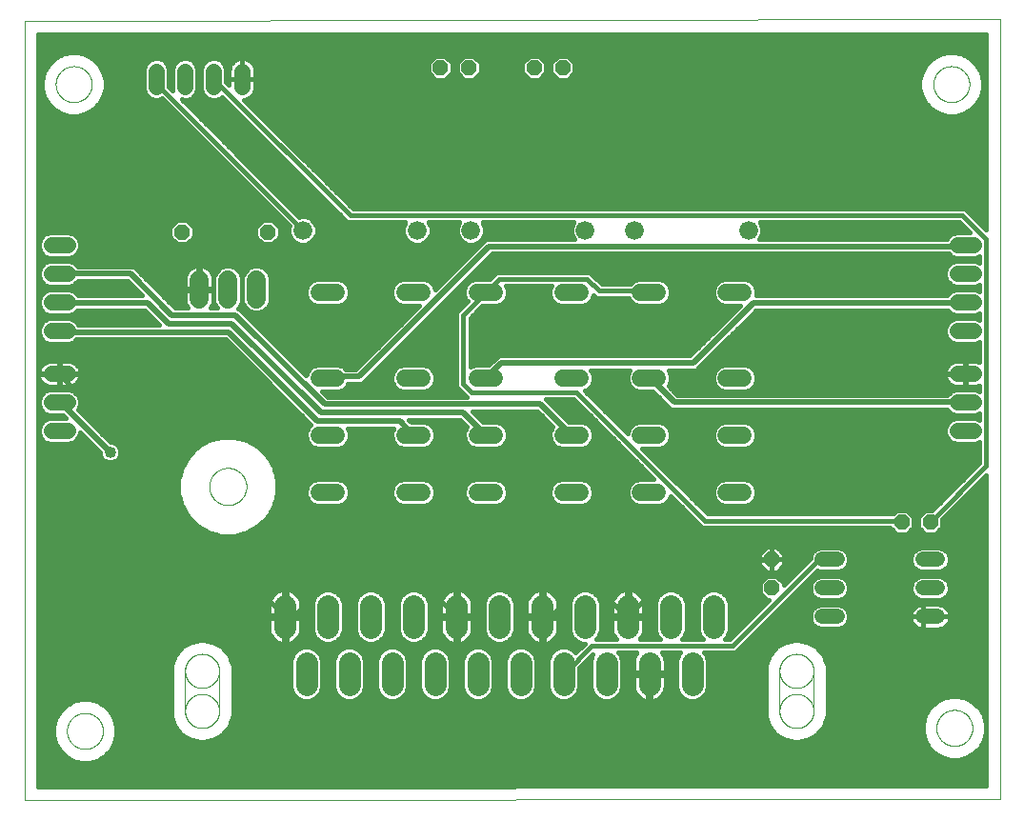
<source format=gbl>
G75*
%MOIN*%
%OFA0B0*%
%FSLAX25Y25*%
%IPPOS*%
%LPD*%
%AMOC8*
5,1,8,0,0,1.08239X$1,22.5*
%
%ADD10C,0.00000*%
%ADD11C,0.06600*%
%ADD12C,0.05600*%
%ADD13C,0.06000*%
%ADD14OC8,0.05200*%
%ADD15C,0.05200*%
%ADD16C,0.06600*%
%ADD17C,0.00009*%
%ADD18C,0.07800*%
%ADD19C,0.01600*%
%ADD20C,0.04000*%
%ADD21C,0.01969*%
D10*
X0001000Y0001000D02*
X0001000Y0273953D01*
X0342417Y0274346D01*
X0342417Y0001394D01*
X0001000Y0001000D01*
X0015882Y0025331D02*
X0015884Y0025489D01*
X0015890Y0025647D01*
X0015900Y0025805D01*
X0015914Y0025963D01*
X0015932Y0026120D01*
X0015953Y0026277D01*
X0015979Y0026433D01*
X0016009Y0026589D01*
X0016042Y0026744D01*
X0016080Y0026897D01*
X0016121Y0027050D01*
X0016166Y0027202D01*
X0016215Y0027353D01*
X0016268Y0027502D01*
X0016324Y0027650D01*
X0016384Y0027796D01*
X0016448Y0027941D01*
X0016516Y0028084D01*
X0016587Y0028226D01*
X0016661Y0028366D01*
X0016739Y0028503D01*
X0016821Y0028639D01*
X0016905Y0028773D01*
X0016994Y0028904D01*
X0017085Y0029033D01*
X0017180Y0029160D01*
X0017277Y0029285D01*
X0017378Y0029407D01*
X0017482Y0029526D01*
X0017589Y0029643D01*
X0017699Y0029757D01*
X0017812Y0029868D01*
X0017927Y0029977D01*
X0018045Y0030082D01*
X0018166Y0030184D01*
X0018289Y0030284D01*
X0018415Y0030380D01*
X0018543Y0030473D01*
X0018673Y0030563D01*
X0018806Y0030649D01*
X0018941Y0030733D01*
X0019077Y0030812D01*
X0019216Y0030889D01*
X0019357Y0030961D01*
X0019499Y0031031D01*
X0019643Y0031096D01*
X0019789Y0031158D01*
X0019936Y0031216D01*
X0020085Y0031271D01*
X0020235Y0031322D01*
X0020386Y0031369D01*
X0020538Y0031412D01*
X0020691Y0031451D01*
X0020846Y0031487D01*
X0021001Y0031518D01*
X0021157Y0031546D01*
X0021313Y0031570D01*
X0021470Y0031590D01*
X0021628Y0031606D01*
X0021785Y0031618D01*
X0021944Y0031626D01*
X0022102Y0031630D01*
X0022260Y0031630D01*
X0022418Y0031626D01*
X0022577Y0031618D01*
X0022734Y0031606D01*
X0022892Y0031590D01*
X0023049Y0031570D01*
X0023205Y0031546D01*
X0023361Y0031518D01*
X0023516Y0031487D01*
X0023671Y0031451D01*
X0023824Y0031412D01*
X0023976Y0031369D01*
X0024127Y0031322D01*
X0024277Y0031271D01*
X0024426Y0031216D01*
X0024573Y0031158D01*
X0024719Y0031096D01*
X0024863Y0031031D01*
X0025005Y0030961D01*
X0025146Y0030889D01*
X0025285Y0030812D01*
X0025421Y0030733D01*
X0025556Y0030649D01*
X0025689Y0030563D01*
X0025819Y0030473D01*
X0025947Y0030380D01*
X0026073Y0030284D01*
X0026196Y0030184D01*
X0026317Y0030082D01*
X0026435Y0029977D01*
X0026550Y0029868D01*
X0026663Y0029757D01*
X0026773Y0029643D01*
X0026880Y0029526D01*
X0026984Y0029407D01*
X0027085Y0029285D01*
X0027182Y0029160D01*
X0027277Y0029033D01*
X0027368Y0028904D01*
X0027457Y0028773D01*
X0027541Y0028639D01*
X0027623Y0028503D01*
X0027701Y0028366D01*
X0027775Y0028226D01*
X0027846Y0028084D01*
X0027914Y0027941D01*
X0027978Y0027796D01*
X0028038Y0027650D01*
X0028094Y0027502D01*
X0028147Y0027353D01*
X0028196Y0027202D01*
X0028241Y0027050D01*
X0028282Y0026897D01*
X0028320Y0026744D01*
X0028353Y0026589D01*
X0028383Y0026433D01*
X0028409Y0026277D01*
X0028430Y0026120D01*
X0028448Y0025963D01*
X0028462Y0025805D01*
X0028472Y0025647D01*
X0028478Y0025489D01*
X0028480Y0025331D01*
X0028478Y0025173D01*
X0028472Y0025015D01*
X0028462Y0024857D01*
X0028448Y0024699D01*
X0028430Y0024542D01*
X0028409Y0024385D01*
X0028383Y0024229D01*
X0028353Y0024073D01*
X0028320Y0023918D01*
X0028282Y0023765D01*
X0028241Y0023612D01*
X0028196Y0023460D01*
X0028147Y0023309D01*
X0028094Y0023160D01*
X0028038Y0023012D01*
X0027978Y0022866D01*
X0027914Y0022721D01*
X0027846Y0022578D01*
X0027775Y0022436D01*
X0027701Y0022296D01*
X0027623Y0022159D01*
X0027541Y0022023D01*
X0027457Y0021889D01*
X0027368Y0021758D01*
X0027277Y0021629D01*
X0027182Y0021502D01*
X0027085Y0021377D01*
X0026984Y0021255D01*
X0026880Y0021136D01*
X0026773Y0021019D01*
X0026663Y0020905D01*
X0026550Y0020794D01*
X0026435Y0020685D01*
X0026317Y0020580D01*
X0026196Y0020478D01*
X0026073Y0020378D01*
X0025947Y0020282D01*
X0025819Y0020189D01*
X0025689Y0020099D01*
X0025556Y0020013D01*
X0025421Y0019929D01*
X0025285Y0019850D01*
X0025146Y0019773D01*
X0025005Y0019701D01*
X0024863Y0019631D01*
X0024719Y0019566D01*
X0024573Y0019504D01*
X0024426Y0019446D01*
X0024277Y0019391D01*
X0024127Y0019340D01*
X0023976Y0019293D01*
X0023824Y0019250D01*
X0023671Y0019211D01*
X0023516Y0019175D01*
X0023361Y0019144D01*
X0023205Y0019116D01*
X0023049Y0019092D01*
X0022892Y0019072D01*
X0022734Y0019056D01*
X0022577Y0019044D01*
X0022418Y0019036D01*
X0022260Y0019032D01*
X0022102Y0019032D01*
X0021944Y0019036D01*
X0021785Y0019044D01*
X0021628Y0019056D01*
X0021470Y0019072D01*
X0021313Y0019092D01*
X0021157Y0019116D01*
X0021001Y0019144D01*
X0020846Y0019175D01*
X0020691Y0019211D01*
X0020538Y0019250D01*
X0020386Y0019293D01*
X0020235Y0019340D01*
X0020085Y0019391D01*
X0019936Y0019446D01*
X0019789Y0019504D01*
X0019643Y0019566D01*
X0019499Y0019631D01*
X0019357Y0019701D01*
X0019216Y0019773D01*
X0019077Y0019850D01*
X0018941Y0019929D01*
X0018806Y0020013D01*
X0018673Y0020099D01*
X0018543Y0020189D01*
X0018415Y0020282D01*
X0018289Y0020378D01*
X0018166Y0020478D01*
X0018045Y0020580D01*
X0017927Y0020685D01*
X0017812Y0020794D01*
X0017699Y0020905D01*
X0017589Y0021019D01*
X0017482Y0021136D01*
X0017378Y0021255D01*
X0017277Y0021377D01*
X0017180Y0021502D01*
X0017085Y0021629D01*
X0016994Y0021758D01*
X0016905Y0021889D01*
X0016821Y0022023D01*
X0016739Y0022159D01*
X0016661Y0022296D01*
X0016587Y0022436D01*
X0016516Y0022578D01*
X0016448Y0022721D01*
X0016384Y0022866D01*
X0016324Y0023012D01*
X0016268Y0023160D01*
X0016215Y0023309D01*
X0016166Y0023460D01*
X0016121Y0023612D01*
X0016080Y0023765D01*
X0016042Y0023918D01*
X0016009Y0024073D01*
X0015979Y0024229D01*
X0015953Y0024385D01*
X0015932Y0024542D01*
X0015914Y0024699D01*
X0015900Y0024857D01*
X0015890Y0025015D01*
X0015884Y0025173D01*
X0015882Y0025331D01*
X0057231Y0032331D02*
X0057233Y0032485D01*
X0057239Y0032639D01*
X0057249Y0032792D01*
X0057263Y0032945D01*
X0057281Y0033098D01*
X0057302Y0033250D01*
X0057328Y0033402D01*
X0057358Y0033553D01*
X0057391Y0033703D01*
X0057429Y0033852D01*
X0057470Y0034001D01*
X0057515Y0034148D01*
X0057564Y0034294D01*
X0057617Y0034438D01*
X0057673Y0034581D01*
X0057733Y0034723D01*
X0057797Y0034863D01*
X0057864Y0035001D01*
X0057935Y0035138D01*
X0058009Y0035273D01*
X0058087Y0035405D01*
X0058168Y0035536D01*
X0058253Y0035665D01*
X0058340Y0035791D01*
X0058431Y0035915D01*
X0058526Y0036036D01*
X0058623Y0036156D01*
X0058723Y0036272D01*
X0058827Y0036386D01*
X0058933Y0036497D01*
X0059042Y0036606D01*
X0059154Y0036711D01*
X0059269Y0036814D01*
X0059386Y0036914D01*
X0059506Y0037010D01*
X0059628Y0037104D01*
X0059752Y0037194D01*
X0059879Y0037281D01*
X0060008Y0037365D01*
X0060140Y0037445D01*
X0060273Y0037522D01*
X0060408Y0037595D01*
X0060545Y0037665D01*
X0060684Y0037732D01*
X0060824Y0037794D01*
X0060966Y0037853D01*
X0061110Y0037909D01*
X0061255Y0037961D01*
X0061401Y0038008D01*
X0061548Y0038053D01*
X0061697Y0038093D01*
X0061846Y0038129D01*
X0061997Y0038162D01*
X0062148Y0038191D01*
X0062300Y0038215D01*
X0062452Y0038236D01*
X0062605Y0038253D01*
X0062758Y0038266D01*
X0062912Y0038275D01*
X0063066Y0038280D01*
X0063219Y0038281D01*
X0063373Y0038278D01*
X0063527Y0038271D01*
X0063680Y0038260D01*
X0063834Y0038245D01*
X0063986Y0038226D01*
X0064138Y0038203D01*
X0064290Y0038177D01*
X0064441Y0038146D01*
X0064591Y0038112D01*
X0064740Y0038073D01*
X0064887Y0038031D01*
X0065034Y0037985D01*
X0065180Y0037935D01*
X0065324Y0037882D01*
X0065467Y0037824D01*
X0065608Y0037763D01*
X0065748Y0037699D01*
X0065886Y0037631D01*
X0066022Y0037559D01*
X0066156Y0037484D01*
X0066288Y0037405D01*
X0066418Y0037323D01*
X0066546Y0037238D01*
X0066672Y0037149D01*
X0066795Y0037057D01*
X0066916Y0036962D01*
X0067035Y0036864D01*
X0067151Y0036763D01*
X0067264Y0036659D01*
X0067375Y0036552D01*
X0067482Y0036442D01*
X0067587Y0036329D01*
X0067689Y0036214D01*
X0067788Y0036096D01*
X0067884Y0035976D01*
X0067977Y0035853D01*
X0068066Y0035728D01*
X0068152Y0035601D01*
X0068235Y0035471D01*
X0068315Y0035339D01*
X0068391Y0035206D01*
X0068463Y0035070D01*
X0068532Y0034932D01*
X0068598Y0034793D01*
X0068660Y0034652D01*
X0068718Y0034510D01*
X0068772Y0034366D01*
X0068823Y0034221D01*
X0068870Y0034074D01*
X0068913Y0033927D01*
X0068952Y0033778D01*
X0068988Y0033628D01*
X0069019Y0033478D01*
X0069047Y0033326D01*
X0069071Y0033174D01*
X0069091Y0033022D01*
X0069107Y0032869D01*
X0069119Y0032715D01*
X0069127Y0032562D01*
X0069131Y0032408D01*
X0069131Y0032254D01*
X0069127Y0032100D01*
X0069119Y0031947D01*
X0069107Y0031793D01*
X0069091Y0031640D01*
X0069071Y0031488D01*
X0069047Y0031336D01*
X0069019Y0031184D01*
X0068988Y0031034D01*
X0068952Y0030884D01*
X0068913Y0030735D01*
X0068870Y0030588D01*
X0068823Y0030441D01*
X0068772Y0030296D01*
X0068718Y0030152D01*
X0068660Y0030010D01*
X0068598Y0029869D01*
X0068532Y0029730D01*
X0068463Y0029592D01*
X0068391Y0029456D01*
X0068315Y0029323D01*
X0068235Y0029191D01*
X0068152Y0029061D01*
X0068066Y0028934D01*
X0067977Y0028809D01*
X0067884Y0028686D01*
X0067788Y0028566D01*
X0067689Y0028448D01*
X0067587Y0028333D01*
X0067482Y0028220D01*
X0067375Y0028110D01*
X0067264Y0028003D01*
X0067151Y0027899D01*
X0067035Y0027798D01*
X0066916Y0027700D01*
X0066795Y0027605D01*
X0066672Y0027513D01*
X0066546Y0027424D01*
X0066418Y0027339D01*
X0066288Y0027257D01*
X0066156Y0027178D01*
X0066022Y0027103D01*
X0065886Y0027031D01*
X0065748Y0026963D01*
X0065608Y0026899D01*
X0065467Y0026838D01*
X0065324Y0026780D01*
X0065180Y0026727D01*
X0065034Y0026677D01*
X0064887Y0026631D01*
X0064740Y0026589D01*
X0064591Y0026550D01*
X0064441Y0026516D01*
X0064290Y0026485D01*
X0064138Y0026459D01*
X0063986Y0026436D01*
X0063834Y0026417D01*
X0063680Y0026402D01*
X0063527Y0026391D01*
X0063373Y0026384D01*
X0063219Y0026381D01*
X0063066Y0026382D01*
X0062912Y0026387D01*
X0062758Y0026396D01*
X0062605Y0026409D01*
X0062452Y0026426D01*
X0062300Y0026447D01*
X0062148Y0026471D01*
X0061997Y0026500D01*
X0061846Y0026533D01*
X0061697Y0026569D01*
X0061548Y0026609D01*
X0061401Y0026654D01*
X0061255Y0026701D01*
X0061110Y0026753D01*
X0060966Y0026809D01*
X0060824Y0026868D01*
X0060684Y0026930D01*
X0060545Y0026997D01*
X0060408Y0027067D01*
X0060273Y0027140D01*
X0060140Y0027217D01*
X0060008Y0027297D01*
X0059879Y0027381D01*
X0059752Y0027468D01*
X0059628Y0027558D01*
X0059506Y0027652D01*
X0059386Y0027748D01*
X0059269Y0027848D01*
X0059154Y0027951D01*
X0059042Y0028056D01*
X0058933Y0028165D01*
X0058827Y0028276D01*
X0058723Y0028390D01*
X0058623Y0028506D01*
X0058526Y0028626D01*
X0058431Y0028747D01*
X0058340Y0028871D01*
X0058253Y0028997D01*
X0058168Y0029126D01*
X0058087Y0029257D01*
X0058009Y0029389D01*
X0057935Y0029524D01*
X0057864Y0029661D01*
X0057797Y0029799D01*
X0057733Y0029939D01*
X0057673Y0030081D01*
X0057617Y0030224D01*
X0057564Y0030368D01*
X0057515Y0030514D01*
X0057470Y0030661D01*
X0057429Y0030810D01*
X0057391Y0030959D01*
X0057358Y0031109D01*
X0057328Y0031260D01*
X0057302Y0031412D01*
X0057281Y0031564D01*
X0057263Y0031717D01*
X0057249Y0031870D01*
X0057239Y0032023D01*
X0057233Y0032177D01*
X0057231Y0032331D01*
X0057181Y0032331D02*
X0057183Y0032178D01*
X0057189Y0032025D01*
X0057199Y0031872D01*
X0057212Y0031719D01*
X0057230Y0031567D01*
X0057251Y0031415D01*
X0057277Y0031264D01*
X0057306Y0031114D01*
X0057339Y0030964D01*
X0057376Y0030815D01*
X0057416Y0030667D01*
X0057461Y0030521D01*
X0057509Y0030375D01*
X0057561Y0030231D01*
X0057616Y0030088D01*
X0057675Y0029947D01*
X0057738Y0029807D01*
X0057804Y0029669D01*
X0057874Y0029532D01*
X0057947Y0029398D01*
X0058024Y0029265D01*
X0058104Y0029134D01*
X0058187Y0029006D01*
X0058273Y0028879D01*
X0058363Y0028755D01*
X0058456Y0028633D01*
X0058552Y0028514D01*
X0058651Y0028397D01*
X0058753Y0028282D01*
X0058858Y0028170D01*
X0058966Y0028061D01*
X0059076Y0027955D01*
X0059189Y0027852D01*
X0059305Y0027751D01*
X0059423Y0027654D01*
X0059544Y0027559D01*
X0059667Y0027468D01*
X0059792Y0027380D01*
X0059920Y0027295D01*
X0060049Y0027213D01*
X0060181Y0027135D01*
X0060315Y0027060D01*
X0060450Y0026988D01*
X0060588Y0026920D01*
X0060727Y0026856D01*
X0060867Y0026795D01*
X0061009Y0026738D01*
X0061153Y0026684D01*
X0061298Y0026634D01*
X0061444Y0026588D01*
X0061591Y0026545D01*
X0061739Y0026507D01*
X0061889Y0026472D01*
X0062039Y0026441D01*
X0062189Y0026413D01*
X0062341Y0026390D01*
X0062493Y0026371D01*
X0062645Y0026355D01*
X0062798Y0026343D01*
X0062951Y0026335D01*
X0063104Y0026331D01*
X0063258Y0026331D01*
X0063411Y0026335D01*
X0063564Y0026343D01*
X0063717Y0026355D01*
X0063869Y0026371D01*
X0064021Y0026390D01*
X0064173Y0026413D01*
X0064323Y0026441D01*
X0064473Y0026472D01*
X0064623Y0026507D01*
X0064771Y0026545D01*
X0064918Y0026588D01*
X0065064Y0026634D01*
X0065209Y0026684D01*
X0065353Y0026738D01*
X0065495Y0026795D01*
X0065635Y0026856D01*
X0065774Y0026920D01*
X0065912Y0026988D01*
X0066047Y0027060D01*
X0066181Y0027135D01*
X0066313Y0027213D01*
X0066442Y0027295D01*
X0066570Y0027380D01*
X0066695Y0027468D01*
X0066818Y0027559D01*
X0066939Y0027654D01*
X0067057Y0027751D01*
X0067173Y0027852D01*
X0067286Y0027955D01*
X0067396Y0028061D01*
X0067504Y0028170D01*
X0067609Y0028282D01*
X0067711Y0028397D01*
X0067810Y0028514D01*
X0067906Y0028633D01*
X0067999Y0028755D01*
X0068089Y0028879D01*
X0068175Y0029006D01*
X0068258Y0029134D01*
X0068338Y0029265D01*
X0068415Y0029398D01*
X0068488Y0029532D01*
X0068558Y0029669D01*
X0068624Y0029807D01*
X0068687Y0029947D01*
X0068746Y0030088D01*
X0068801Y0030231D01*
X0068853Y0030375D01*
X0068901Y0030521D01*
X0068946Y0030667D01*
X0068986Y0030815D01*
X0069023Y0030964D01*
X0069056Y0031114D01*
X0069085Y0031264D01*
X0069111Y0031415D01*
X0069132Y0031567D01*
X0069150Y0031719D01*
X0069163Y0031872D01*
X0069173Y0032025D01*
X0069179Y0032178D01*
X0069181Y0032331D01*
X0057231Y0046331D02*
X0057233Y0046485D01*
X0057239Y0046639D01*
X0057249Y0046792D01*
X0057263Y0046945D01*
X0057281Y0047098D01*
X0057302Y0047250D01*
X0057328Y0047402D01*
X0057358Y0047553D01*
X0057391Y0047703D01*
X0057429Y0047852D01*
X0057470Y0048001D01*
X0057515Y0048148D01*
X0057564Y0048294D01*
X0057617Y0048438D01*
X0057673Y0048581D01*
X0057733Y0048723D01*
X0057797Y0048863D01*
X0057864Y0049001D01*
X0057935Y0049138D01*
X0058009Y0049273D01*
X0058087Y0049405D01*
X0058168Y0049536D01*
X0058253Y0049665D01*
X0058340Y0049791D01*
X0058431Y0049915D01*
X0058526Y0050036D01*
X0058623Y0050156D01*
X0058723Y0050272D01*
X0058827Y0050386D01*
X0058933Y0050497D01*
X0059042Y0050606D01*
X0059154Y0050711D01*
X0059269Y0050814D01*
X0059386Y0050914D01*
X0059506Y0051010D01*
X0059628Y0051104D01*
X0059752Y0051194D01*
X0059879Y0051281D01*
X0060008Y0051365D01*
X0060140Y0051445D01*
X0060273Y0051522D01*
X0060408Y0051595D01*
X0060545Y0051665D01*
X0060684Y0051732D01*
X0060824Y0051794D01*
X0060966Y0051853D01*
X0061110Y0051909D01*
X0061255Y0051961D01*
X0061401Y0052008D01*
X0061548Y0052053D01*
X0061697Y0052093D01*
X0061846Y0052129D01*
X0061997Y0052162D01*
X0062148Y0052191D01*
X0062300Y0052215D01*
X0062452Y0052236D01*
X0062605Y0052253D01*
X0062758Y0052266D01*
X0062912Y0052275D01*
X0063066Y0052280D01*
X0063219Y0052281D01*
X0063373Y0052278D01*
X0063527Y0052271D01*
X0063680Y0052260D01*
X0063834Y0052245D01*
X0063986Y0052226D01*
X0064138Y0052203D01*
X0064290Y0052177D01*
X0064441Y0052146D01*
X0064591Y0052112D01*
X0064740Y0052073D01*
X0064887Y0052031D01*
X0065034Y0051985D01*
X0065180Y0051935D01*
X0065324Y0051882D01*
X0065467Y0051824D01*
X0065608Y0051763D01*
X0065748Y0051699D01*
X0065886Y0051631D01*
X0066022Y0051559D01*
X0066156Y0051484D01*
X0066288Y0051405D01*
X0066418Y0051323D01*
X0066546Y0051238D01*
X0066672Y0051149D01*
X0066795Y0051057D01*
X0066916Y0050962D01*
X0067035Y0050864D01*
X0067151Y0050763D01*
X0067264Y0050659D01*
X0067375Y0050552D01*
X0067482Y0050442D01*
X0067587Y0050329D01*
X0067689Y0050214D01*
X0067788Y0050096D01*
X0067884Y0049976D01*
X0067977Y0049853D01*
X0068066Y0049728D01*
X0068152Y0049601D01*
X0068235Y0049471D01*
X0068315Y0049339D01*
X0068391Y0049206D01*
X0068463Y0049070D01*
X0068532Y0048932D01*
X0068598Y0048793D01*
X0068660Y0048652D01*
X0068718Y0048510D01*
X0068772Y0048366D01*
X0068823Y0048221D01*
X0068870Y0048074D01*
X0068913Y0047927D01*
X0068952Y0047778D01*
X0068988Y0047628D01*
X0069019Y0047478D01*
X0069047Y0047326D01*
X0069071Y0047174D01*
X0069091Y0047022D01*
X0069107Y0046869D01*
X0069119Y0046715D01*
X0069127Y0046562D01*
X0069131Y0046408D01*
X0069131Y0046254D01*
X0069127Y0046100D01*
X0069119Y0045947D01*
X0069107Y0045793D01*
X0069091Y0045640D01*
X0069071Y0045488D01*
X0069047Y0045336D01*
X0069019Y0045184D01*
X0068988Y0045034D01*
X0068952Y0044884D01*
X0068913Y0044735D01*
X0068870Y0044588D01*
X0068823Y0044441D01*
X0068772Y0044296D01*
X0068718Y0044152D01*
X0068660Y0044010D01*
X0068598Y0043869D01*
X0068532Y0043730D01*
X0068463Y0043592D01*
X0068391Y0043456D01*
X0068315Y0043323D01*
X0068235Y0043191D01*
X0068152Y0043061D01*
X0068066Y0042934D01*
X0067977Y0042809D01*
X0067884Y0042686D01*
X0067788Y0042566D01*
X0067689Y0042448D01*
X0067587Y0042333D01*
X0067482Y0042220D01*
X0067375Y0042110D01*
X0067264Y0042003D01*
X0067151Y0041899D01*
X0067035Y0041798D01*
X0066916Y0041700D01*
X0066795Y0041605D01*
X0066672Y0041513D01*
X0066546Y0041424D01*
X0066418Y0041339D01*
X0066288Y0041257D01*
X0066156Y0041178D01*
X0066022Y0041103D01*
X0065886Y0041031D01*
X0065748Y0040963D01*
X0065608Y0040899D01*
X0065467Y0040838D01*
X0065324Y0040780D01*
X0065180Y0040727D01*
X0065034Y0040677D01*
X0064887Y0040631D01*
X0064740Y0040589D01*
X0064591Y0040550D01*
X0064441Y0040516D01*
X0064290Y0040485D01*
X0064138Y0040459D01*
X0063986Y0040436D01*
X0063834Y0040417D01*
X0063680Y0040402D01*
X0063527Y0040391D01*
X0063373Y0040384D01*
X0063219Y0040381D01*
X0063066Y0040382D01*
X0062912Y0040387D01*
X0062758Y0040396D01*
X0062605Y0040409D01*
X0062452Y0040426D01*
X0062300Y0040447D01*
X0062148Y0040471D01*
X0061997Y0040500D01*
X0061846Y0040533D01*
X0061697Y0040569D01*
X0061548Y0040609D01*
X0061401Y0040654D01*
X0061255Y0040701D01*
X0061110Y0040753D01*
X0060966Y0040809D01*
X0060824Y0040868D01*
X0060684Y0040930D01*
X0060545Y0040997D01*
X0060408Y0041067D01*
X0060273Y0041140D01*
X0060140Y0041217D01*
X0060008Y0041297D01*
X0059879Y0041381D01*
X0059752Y0041468D01*
X0059628Y0041558D01*
X0059506Y0041652D01*
X0059386Y0041748D01*
X0059269Y0041848D01*
X0059154Y0041951D01*
X0059042Y0042056D01*
X0058933Y0042165D01*
X0058827Y0042276D01*
X0058723Y0042390D01*
X0058623Y0042506D01*
X0058526Y0042626D01*
X0058431Y0042747D01*
X0058340Y0042871D01*
X0058253Y0042997D01*
X0058168Y0043126D01*
X0058087Y0043257D01*
X0058009Y0043389D01*
X0057935Y0043524D01*
X0057864Y0043661D01*
X0057797Y0043799D01*
X0057733Y0043939D01*
X0057673Y0044081D01*
X0057617Y0044224D01*
X0057564Y0044368D01*
X0057515Y0044514D01*
X0057470Y0044661D01*
X0057429Y0044810D01*
X0057391Y0044959D01*
X0057358Y0045109D01*
X0057328Y0045260D01*
X0057302Y0045412D01*
X0057281Y0045564D01*
X0057263Y0045717D01*
X0057249Y0045870D01*
X0057239Y0046023D01*
X0057233Y0046177D01*
X0057231Y0046331D01*
X0057181Y0046331D02*
X0057183Y0046484D01*
X0057189Y0046637D01*
X0057199Y0046790D01*
X0057212Y0046943D01*
X0057230Y0047095D01*
X0057251Y0047247D01*
X0057277Y0047398D01*
X0057306Y0047548D01*
X0057339Y0047698D01*
X0057376Y0047847D01*
X0057416Y0047995D01*
X0057461Y0048141D01*
X0057509Y0048287D01*
X0057561Y0048431D01*
X0057616Y0048574D01*
X0057675Y0048715D01*
X0057738Y0048855D01*
X0057804Y0048993D01*
X0057874Y0049130D01*
X0057947Y0049264D01*
X0058024Y0049397D01*
X0058104Y0049528D01*
X0058187Y0049656D01*
X0058273Y0049783D01*
X0058363Y0049907D01*
X0058456Y0050029D01*
X0058552Y0050148D01*
X0058651Y0050265D01*
X0058753Y0050380D01*
X0058858Y0050492D01*
X0058966Y0050601D01*
X0059076Y0050707D01*
X0059189Y0050810D01*
X0059305Y0050911D01*
X0059423Y0051008D01*
X0059544Y0051103D01*
X0059667Y0051194D01*
X0059792Y0051282D01*
X0059920Y0051367D01*
X0060049Y0051449D01*
X0060181Y0051527D01*
X0060315Y0051602D01*
X0060450Y0051674D01*
X0060588Y0051742D01*
X0060727Y0051806D01*
X0060867Y0051867D01*
X0061009Y0051924D01*
X0061153Y0051978D01*
X0061298Y0052028D01*
X0061444Y0052074D01*
X0061591Y0052117D01*
X0061739Y0052155D01*
X0061889Y0052190D01*
X0062039Y0052221D01*
X0062189Y0052249D01*
X0062341Y0052272D01*
X0062493Y0052291D01*
X0062645Y0052307D01*
X0062798Y0052319D01*
X0062951Y0052327D01*
X0063104Y0052331D01*
X0063258Y0052331D01*
X0063411Y0052327D01*
X0063564Y0052319D01*
X0063717Y0052307D01*
X0063869Y0052291D01*
X0064021Y0052272D01*
X0064173Y0052249D01*
X0064323Y0052221D01*
X0064473Y0052190D01*
X0064623Y0052155D01*
X0064771Y0052117D01*
X0064918Y0052074D01*
X0065064Y0052028D01*
X0065209Y0051978D01*
X0065353Y0051924D01*
X0065495Y0051867D01*
X0065635Y0051806D01*
X0065774Y0051742D01*
X0065912Y0051674D01*
X0066047Y0051602D01*
X0066181Y0051527D01*
X0066313Y0051449D01*
X0066442Y0051367D01*
X0066570Y0051282D01*
X0066695Y0051194D01*
X0066818Y0051103D01*
X0066939Y0051008D01*
X0067057Y0050911D01*
X0067173Y0050810D01*
X0067286Y0050707D01*
X0067396Y0050601D01*
X0067504Y0050492D01*
X0067609Y0050380D01*
X0067711Y0050265D01*
X0067810Y0050148D01*
X0067906Y0050029D01*
X0067999Y0049907D01*
X0068089Y0049783D01*
X0068175Y0049656D01*
X0068258Y0049528D01*
X0068338Y0049397D01*
X0068415Y0049264D01*
X0068488Y0049130D01*
X0068558Y0048993D01*
X0068624Y0048855D01*
X0068687Y0048715D01*
X0068746Y0048574D01*
X0068801Y0048431D01*
X0068853Y0048287D01*
X0068901Y0048141D01*
X0068946Y0047995D01*
X0068986Y0047847D01*
X0069023Y0047698D01*
X0069056Y0047548D01*
X0069085Y0047398D01*
X0069111Y0047247D01*
X0069132Y0047095D01*
X0069150Y0046943D01*
X0069163Y0046790D01*
X0069173Y0046637D01*
X0069179Y0046484D01*
X0069181Y0046331D01*
X0065681Y0110898D02*
X0065683Y0111059D01*
X0065689Y0111219D01*
X0065699Y0111380D01*
X0065713Y0111540D01*
X0065731Y0111700D01*
X0065752Y0111859D01*
X0065778Y0112018D01*
X0065808Y0112176D01*
X0065841Y0112333D01*
X0065879Y0112490D01*
X0065920Y0112645D01*
X0065965Y0112799D01*
X0066014Y0112952D01*
X0066067Y0113104D01*
X0066123Y0113255D01*
X0066184Y0113404D01*
X0066247Y0113552D01*
X0066315Y0113698D01*
X0066386Y0113842D01*
X0066460Y0113984D01*
X0066538Y0114125D01*
X0066620Y0114263D01*
X0066705Y0114400D01*
X0066793Y0114534D01*
X0066885Y0114666D01*
X0066980Y0114796D01*
X0067078Y0114924D01*
X0067179Y0115049D01*
X0067283Y0115171D01*
X0067390Y0115291D01*
X0067500Y0115408D01*
X0067613Y0115523D01*
X0067729Y0115634D01*
X0067848Y0115743D01*
X0067969Y0115848D01*
X0068093Y0115951D01*
X0068219Y0116051D01*
X0068347Y0116147D01*
X0068478Y0116240D01*
X0068612Y0116330D01*
X0068747Y0116417D01*
X0068885Y0116500D01*
X0069024Y0116580D01*
X0069166Y0116656D01*
X0069309Y0116729D01*
X0069454Y0116798D01*
X0069601Y0116864D01*
X0069749Y0116926D01*
X0069899Y0116984D01*
X0070050Y0117039D01*
X0070203Y0117090D01*
X0070357Y0117137D01*
X0070512Y0117180D01*
X0070668Y0117219D01*
X0070824Y0117255D01*
X0070982Y0117286D01*
X0071140Y0117314D01*
X0071299Y0117338D01*
X0071459Y0117358D01*
X0071619Y0117374D01*
X0071779Y0117386D01*
X0071940Y0117394D01*
X0072101Y0117398D01*
X0072261Y0117398D01*
X0072422Y0117394D01*
X0072583Y0117386D01*
X0072743Y0117374D01*
X0072903Y0117358D01*
X0073063Y0117338D01*
X0073222Y0117314D01*
X0073380Y0117286D01*
X0073538Y0117255D01*
X0073694Y0117219D01*
X0073850Y0117180D01*
X0074005Y0117137D01*
X0074159Y0117090D01*
X0074312Y0117039D01*
X0074463Y0116984D01*
X0074613Y0116926D01*
X0074761Y0116864D01*
X0074908Y0116798D01*
X0075053Y0116729D01*
X0075196Y0116656D01*
X0075338Y0116580D01*
X0075477Y0116500D01*
X0075615Y0116417D01*
X0075750Y0116330D01*
X0075884Y0116240D01*
X0076015Y0116147D01*
X0076143Y0116051D01*
X0076269Y0115951D01*
X0076393Y0115848D01*
X0076514Y0115743D01*
X0076633Y0115634D01*
X0076749Y0115523D01*
X0076862Y0115408D01*
X0076972Y0115291D01*
X0077079Y0115171D01*
X0077183Y0115049D01*
X0077284Y0114924D01*
X0077382Y0114796D01*
X0077477Y0114666D01*
X0077569Y0114534D01*
X0077657Y0114400D01*
X0077742Y0114263D01*
X0077824Y0114125D01*
X0077902Y0113984D01*
X0077976Y0113842D01*
X0078047Y0113698D01*
X0078115Y0113552D01*
X0078178Y0113404D01*
X0078239Y0113255D01*
X0078295Y0113104D01*
X0078348Y0112952D01*
X0078397Y0112799D01*
X0078442Y0112645D01*
X0078483Y0112490D01*
X0078521Y0112333D01*
X0078554Y0112176D01*
X0078584Y0112018D01*
X0078610Y0111859D01*
X0078631Y0111700D01*
X0078649Y0111540D01*
X0078663Y0111380D01*
X0078673Y0111219D01*
X0078679Y0111059D01*
X0078681Y0110898D01*
X0078679Y0110737D01*
X0078673Y0110577D01*
X0078663Y0110416D01*
X0078649Y0110256D01*
X0078631Y0110096D01*
X0078610Y0109937D01*
X0078584Y0109778D01*
X0078554Y0109620D01*
X0078521Y0109463D01*
X0078483Y0109306D01*
X0078442Y0109151D01*
X0078397Y0108997D01*
X0078348Y0108844D01*
X0078295Y0108692D01*
X0078239Y0108541D01*
X0078178Y0108392D01*
X0078115Y0108244D01*
X0078047Y0108098D01*
X0077976Y0107954D01*
X0077902Y0107812D01*
X0077824Y0107671D01*
X0077742Y0107533D01*
X0077657Y0107396D01*
X0077569Y0107262D01*
X0077477Y0107130D01*
X0077382Y0107000D01*
X0077284Y0106872D01*
X0077183Y0106747D01*
X0077079Y0106625D01*
X0076972Y0106505D01*
X0076862Y0106388D01*
X0076749Y0106273D01*
X0076633Y0106162D01*
X0076514Y0106053D01*
X0076393Y0105948D01*
X0076269Y0105845D01*
X0076143Y0105745D01*
X0076015Y0105649D01*
X0075884Y0105556D01*
X0075750Y0105466D01*
X0075615Y0105379D01*
X0075477Y0105296D01*
X0075338Y0105216D01*
X0075196Y0105140D01*
X0075053Y0105067D01*
X0074908Y0104998D01*
X0074761Y0104932D01*
X0074613Y0104870D01*
X0074463Y0104812D01*
X0074312Y0104757D01*
X0074159Y0104706D01*
X0074005Y0104659D01*
X0073850Y0104616D01*
X0073694Y0104577D01*
X0073538Y0104541D01*
X0073380Y0104510D01*
X0073222Y0104482D01*
X0073063Y0104458D01*
X0072903Y0104438D01*
X0072743Y0104422D01*
X0072583Y0104410D01*
X0072422Y0104402D01*
X0072261Y0104398D01*
X0072101Y0104398D01*
X0071940Y0104402D01*
X0071779Y0104410D01*
X0071619Y0104422D01*
X0071459Y0104438D01*
X0071299Y0104458D01*
X0071140Y0104482D01*
X0070982Y0104510D01*
X0070824Y0104541D01*
X0070668Y0104577D01*
X0070512Y0104616D01*
X0070357Y0104659D01*
X0070203Y0104706D01*
X0070050Y0104757D01*
X0069899Y0104812D01*
X0069749Y0104870D01*
X0069601Y0104932D01*
X0069454Y0104998D01*
X0069309Y0105067D01*
X0069166Y0105140D01*
X0069024Y0105216D01*
X0068885Y0105296D01*
X0068747Y0105379D01*
X0068612Y0105466D01*
X0068478Y0105556D01*
X0068347Y0105649D01*
X0068219Y0105745D01*
X0068093Y0105845D01*
X0067969Y0105948D01*
X0067848Y0106053D01*
X0067729Y0106162D01*
X0067613Y0106273D01*
X0067500Y0106388D01*
X0067390Y0106505D01*
X0067283Y0106625D01*
X0067179Y0106747D01*
X0067078Y0106872D01*
X0066980Y0107000D01*
X0066885Y0107130D01*
X0066793Y0107262D01*
X0066705Y0107396D01*
X0066620Y0107533D01*
X0066538Y0107671D01*
X0066460Y0107812D01*
X0066386Y0107954D01*
X0066315Y0108098D01*
X0066247Y0108244D01*
X0066184Y0108392D01*
X0066123Y0108541D01*
X0066067Y0108692D01*
X0066014Y0108844D01*
X0065965Y0108997D01*
X0065920Y0109151D01*
X0065879Y0109306D01*
X0065841Y0109463D01*
X0065808Y0109620D01*
X0065778Y0109778D01*
X0065752Y0109937D01*
X0065731Y0110096D01*
X0065713Y0110256D01*
X0065699Y0110416D01*
X0065689Y0110577D01*
X0065683Y0110737D01*
X0065681Y0110898D01*
X0011945Y0251709D02*
X0011947Y0251867D01*
X0011953Y0252025D01*
X0011963Y0252183D01*
X0011977Y0252341D01*
X0011995Y0252498D01*
X0012016Y0252655D01*
X0012042Y0252811D01*
X0012072Y0252967D01*
X0012105Y0253122D01*
X0012143Y0253275D01*
X0012184Y0253428D01*
X0012229Y0253580D01*
X0012278Y0253731D01*
X0012331Y0253880D01*
X0012387Y0254028D01*
X0012447Y0254174D01*
X0012511Y0254319D01*
X0012579Y0254462D01*
X0012650Y0254604D01*
X0012724Y0254744D01*
X0012802Y0254881D01*
X0012884Y0255017D01*
X0012968Y0255151D01*
X0013057Y0255282D01*
X0013148Y0255411D01*
X0013243Y0255538D01*
X0013340Y0255663D01*
X0013441Y0255785D01*
X0013545Y0255904D01*
X0013652Y0256021D01*
X0013762Y0256135D01*
X0013875Y0256246D01*
X0013990Y0256355D01*
X0014108Y0256460D01*
X0014229Y0256562D01*
X0014352Y0256662D01*
X0014478Y0256758D01*
X0014606Y0256851D01*
X0014736Y0256941D01*
X0014869Y0257027D01*
X0015004Y0257111D01*
X0015140Y0257190D01*
X0015279Y0257267D01*
X0015420Y0257339D01*
X0015562Y0257409D01*
X0015706Y0257474D01*
X0015852Y0257536D01*
X0015999Y0257594D01*
X0016148Y0257649D01*
X0016298Y0257700D01*
X0016449Y0257747D01*
X0016601Y0257790D01*
X0016754Y0257829D01*
X0016909Y0257865D01*
X0017064Y0257896D01*
X0017220Y0257924D01*
X0017376Y0257948D01*
X0017533Y0257968D01*
X0017691Y0257984D01*
X0017848Y0257996D01*
X0018007Y0258004D01*
X0018165Y0258008D01*
X0018323Y0258008D01*
X0018481Y0258004D01*
X0018640Y0257996D01*
X0018797Y0257984D01*
X0018955Y0257968D01*
X0019112Y0257948D01*
X0019268Y0257924D01*
X0019424Y0257896D01*
X0019579Y0257865D01*
X0019734Y0257829D01*
X0019887Y0257790D01*
X0020039Y0257747D01*
X0020190Y0257700D01*
X0020340Y0257649D01*
X0020489Y0257594D01*
X0020636Y0257536D01*
X0020782Y0257474D01*
X0020926Y0257409D01*
X0021068Y0257339D01*
X0021209Y0257267D01*
X0021348Y0257190D01*
X0021484Y0257111D01*
X0021619Y0257027D01*
X0021752Y0256941D01*
X0021882Y0256851D01*
X0022010Y0256758D01*
X0022136Y0256662D01*
X0022259Y0256562D01*
X0022380Y0256460D01*
X0022498Y0256355D01*
X0022613Y0256246D01*
X0022726Y0256135D01*
X0022836Y0256021D01*
X0022943Y0255904D01*
X0023047Y0255785D01*
X0023148Y0255663D01*
X0023245Y0255538D01*
X0023340Y0255411D01*
X0023431Y0255282D01*
X0023520Y0255151D01*
X0023604Y0255017D01*
X0023686Y0254881D01*
X0023764Y0254744D01*
X0023838Y0254604D01*
X0023909Y0254462D01*
X0023977Y0254319D01*
X0024041Y0254174D01*
X0024101Y0254028D01*
X0024157Y0253880D01*
X0024210Y0253731D01*
X0024259Y0253580D01*
X0024304Y0253428D01*
X0024345Y0253275D01*
X0024383Y0253122D01*
X0024416Y0252967D01*
X0024446Y0252811D01*
X0024472Y0252655D01*
X0024493Y0252498D01*
X0024511Y0252341D01*
X0024525Y0252183D01*
X0024535Y0252025D01*
X0024541Y0251867D01*
X0024543Y0251709D01*
X0024541Y0251551D01*
X0024535Y0251393D01*
X0024525Y0251235D01*
X0024511Y0251077D01*
X0024493Y0250920D01*
X0024472Y0250763D01*
X0024446Y0250607D01*
X0024416Y0250451D01*
X0024383Y0250296D01*
X0024345Y0250143D01*
X0024304Y0249990D01*
X0024259Y0249838D01*
X0024210Y0249687D01*
X0024157Y0249538D01*
X0024101Y0249390D01*
X0024041Y0249244D01*
X0023977Y0249099D01*
X0023909Y0248956D01*
X0023838Y0248814D01*
X0023764Y0248674D01*
X0023686Y0248537D01*
X0023604Y0248401D01*
X0023520Y0248267D01*
X0023431Y0248136D01*
X0023340Y0248007D01*
X0023245Y0247880D01*
X0023148Y0247755D01*
X0023047Y0247633D01*
X0022943Y0247514D01*
X0022836Y0247397D01*
X0022726Y0247283D01*
X0022613Y0247172D01*
X0022498Y0247063D01*
X0022380Y0246958D01*
X0022259Y0246856D01*
X0022136Y0246756D01*
X0022010Y0246660D01*
X0021882Y0246567D01*
X0021752Y0246477D01*
X0021619Y0246391D01*
X0021484Y0246307D01*
X0021348Y0246228D01*
X0021209Y0246151D01*
X0021068Y0246079D01*
X0020926Y0246009D01*
X0020782Y0245944D01*
X0020636Y0245882D01*
X0020489Y0245824D01*
X0020340Y0245769D01*
X0020190Y0245718D01*
X0020039Y0245671D01*
X0019887Y0245628D01*
X0019734Y0245589D01*
X0019579Y0245553D01*
X0019424Y0245522D01*
X0019268Y0245494D01*
X0019112Y0245470D01*
X0018955Y0245450D01*
X0018797Y0245434D01*
X0018640Y0245422D01*
X0018481Y0245414D01*
X0018323Y0245410D01*
X0018165Y0245410D01*
X0018007Y0245414D01*
X0017848Y0245422D01*
X0017691Y0245434D01*
X0017533Y0245450D01*
X0017376Y0245470D01*
X0017220Y0245494D01*
X0017064Y0245522D01*
X0016909Y0245553D01*
X0016754Y0245589D01*
X0016601Y0245628D01*
X0016449Y0245671D01*
X0016298Y0245718D01*
X0016148Y0245769D01*
X0015999Y0245824D01*
X0015852Y0245882D01*
X0015706Y0245944D01*
X0015562Y0246009D01*
X0015420Y0246079D01*
X0015279Y0246151D01*
X0015140Y0246228D01*
X0015004Y0246307D01*
X0014869Y0246391D01*
X0014736Y0246477D01*
X0014606Y0246567D01*
X0014478Y0246660D01*
X0014352Y0246756D01*
X0014229Y0246856D01*
X0014108Y0246958D01*
X0013990Y0247063D01*
X0013875Y0247172D01*
X0013762Y0247283D01*
X0013652Y0247397D01*
X0013545Y0247514D01*
X0013441Y0247633D01*
X0013340Y0247755D01*
X0013243Y0247880D01*
X0013148Y0248007D01*
X0013057Y0248136D01*
X0012968Y0248267D01*
X0012884Y0248401D01*
X0012802Y0248537D01*
X0012724Y0248674D01*
X0012650Y0248814D01*
X0012579Y0248956D01*
X0012511Y0249099D01*
X0012447Y0249244D01*
X0012387Y0249390D01*
X0012331Y0249538D01*
X0012278Y0249687D01*
X0012229Y0249838D01*
X0012184Y0249990D01*
X0012143Y0250143D01*
X0012105Y0250296D01*
X0012072Y0250451D01*
X0012042Y0250607D01*
X0012016Y0250763D01*
X0011995Y0250920D01*
X0011977Y0251077D01*
X0011963Y0251235D01*
X0011953Y0251393D01*
X0011947Y0251551D01*
X0011945Y0251709D01*
X0265231Y0046331D02*
X0265233Y0046485D01*
X0265239Y0046639D01*
X0265249Y0046792D01*
X0265263Y0046945D01*
X0265281Y0047098D01*
X0265302Y0047250D01*
X0265328Y0047402D01*
X0265358Y0047553D01*
X0265391Y0047703D01*
X0265429Y0047852D01*
X0265470Y0048001D01*
X0265515Y0048148D01*
X0265564Y0048294D01*
X0265617Y0048438D01*
X0265673Y0048581D01*
X0265733Y0048723D01*
X0265797Y0048863D01*
X0265864Y0049001D01*
X0265935Y0049138D01*
X0266009Y0049273D01*
X0266087Y0049405D01*
X0266168Y0049536D01*
X0266253Y0049665D01*
X0266340Y0049791D01*
X0266431Y0049915D01*
X0266526Y0050036D01*
X0266623Y0050156D01*
X0266723Y0050272D01*
X0266827Y0050386D01*
X0266933Y0050497D01*
X0267042Y0050606D01*
X0267154Y0050711D01*
X0267269Y0050814D01*
X0267386Y0050914D01*
X0267506Y0051010D01*
X0267628Y0051104D01*
X0267752Y0051194D01*
X0267879Y0051281D01*
X0268008Y0051365D01*
X0268140Y0051445D01*
X0268273Y0051522D01*
X0268408Y0051595D01*
X0268545Y0051665D01*
X0268684Y0051732D01*
X0268824Y0051794D01*
X0268966Y0051853D01*
X0269110Y0051909D01*
X0269255Y0051961D01*
X0269401Y0052008D01*
X0269548Y0052053D01*
X0269697Y0052093D01*
X0269846Y0052129D01*
X0269997Y0052162D01*
X0270148Y0052191D01*
X0270300Y0052215D01*
X0270452Y0052236D01*
X0270605Y0052253D01*
X0270758Y0052266D01*
X0270912Y0052275D01*
X0271066Y0052280D01*
X0271219Y0052281D01*
X0271373Y0052278D01*
X0271527Y0052271D01*
X0271680Y0052260D01*
X0271834Y0052245D01*
X0271986Y0052226D01*
X0272138Y0052203D01*
X0272290Y0052177D01*
X0272441Y0052146D01*
X0272591Y0052112D01*
X0272740Y0052073D01*
X0272887Y0052031D01*
X0273034Y0051985D01*
X0273180Y0051935D01*
X0273324Y0051882D01*
X0273467Y0051824D01*
X0273608Y0051763D01*
X0273748Y0051699D01*
X0273886Y0051631D01*
X0274022Y0051559D01*
X0274156Y0051484D01*
X0274288Y0051405D01*
X0274418Y0051323D01*
X0274546Y0051238D01*
X0274672Y0051149D01*
X0274795Y0051057D01*
X0274916Y0050962D01*
X0275035Y0050864D01*
X0275151Y0050763D01*
X0275264Y0050659D01*
X0275375Y0050552D01*
X0275482Y0050442D01*
X0275587Y0050329D01*
X0275689Y0050214D01*
X0275788Y0050096D01*
X0275884Y0049976D01*
X0275977Y0049853D01*
X0276066Y0049728D01*
X0276152Y0049601D01*
X0276235Y0049471D01*
X0276315Y0049339D01*
X0276391Y0049206D01*
X0276463Y0049070D01*
X0276532Y0048932D01*
X0276598Y0048793D01*
X0276660Y0048652D01*
X0276718Y0048510D01*
X0276772Y0048366D01*
X0276823Y0048221D01*
X0276870Y0048074D01*
X0276913Y0047927D01*
X0276952Y0047778D01*
X0276988Y0047628D01*
X0277019Y0047478D01*
X0277047Y0047326D01*
X0277071Y0047174D01*
X0277091Y0047022D01*
X0277107Y0046869D01*
X0277119Y0046715D01*
X0277127Y0046562D01*
X0277131Y0046408D01*
X0277131Y0046254D01*
X0277127Y0046100D01*
X0277119Y0045947D01*
X0277107Y0045793D01*
X0277091Y0045640D01*
X0277071Y0045488D01*
X0277047Y0045336D01*
X0277019Y0045184D01*
X0276988Y0045034D01*
X0276952Y0044884D01*
X0276913Y0044735D01*
X0276870Y0044588D01*
X0276823Y0044441D01*
X0276772Y0044296D01*
X0276718Y0044152D01*
X0276660Y0044010D01*
X0276598Y0043869D01*
X0276532Y0043730D01*
X0276463Y0043592D01*
X0276391Y0043456D01*
X0276315Y0043323D01*
X0276235Y0043191D01*
X0276152Y0043061D01*
X0276066Y0042934D01*
X0275977Y0042809D01*
X0275884Y0042686D01*
X0275788Y0042566D01*
X0275689Y0042448D01*
X0275587Y0042333D01*
X0275482Y0042220D01*
X0275375Y0042110D01*
X0275264Y0042003D01*
X0275151Y0041899D01*
X0275035Y0041798D01*
X0274916Y0041700D01*
X0274795Y0041605D01*
X0274672Y0041513D01*
X0274546Y0041424D01*
X0274418Y0041339D01*
X0274288Y0041257D01*
X0274156Y0041178D01*
X0274022Y0041103D01*
X0273886Y0041031D01*
X0273748Y0040963D01*
X0273608Y0040899D01*
X0273467Y0040838D01*
X0273324Y0040780D01*
X0273180Y0040727D01*
X0273034Y0040677D01*
X0272887Y0040631D01*
X0272740Y0040589D01*
X0272591Y0040550D01*
X0272441Y0040516D01*
X0272290Y0040485D01*
X0272138Y0040459D01*
X0271986Y0040436D01*
X0271834Y0040417D01*
X0271680Y0040402D01*
X0271527Y0040391D01*
X0271373Y0040384D01*
X0271219Y0040381D01*
X0271066Y0040382D01*
X0270912Y0040387D01*
X0270758Y0040396D01*
X0270605Y0040409D01*
X0270452Y0040426D01*
X0270300Y0040447D01*
X0270148Y0040471D01*
X0269997Y0040500D01*
X0269846Y0040533D01*
X0269697Y0040569D01*
X0269548Y0040609D01*
X0269401Y0040654D01*
X0269255Y0040701D01*
X0269110Y0040753D01*
X0268966Y0040809D01*
X0268824Y0040868D01*
X0268684Y0040930D01*
X0268545Y0040997D01*
X0268408Y0041067D01*
X0268273Y0041140D01*
X0268140Y0041217D01*
X0268008Y0041297D01*
X0267879Y0041381D01*
X0267752Y0041468D01*
X0267628Y0041558D01*
X0267506Y0041652D01*
X0267386Y0041748D01*
X0267269Y0041848D01*
X0267154Y0041951D01*
X0267042Y0042056D01*
X0266933Y0042165D01*
X0266827Y0042276D01*
X0266723Y0042390D01*
X0266623Y0042506D01*
X0266526Y0042626D01*
X0266431Y0042747D01*
X0266340Y0042871D01*
X0266253Y0042997D01*
X0266168Y0043126D01*
X0266087Y0043257D01*
X0266009Y0043389D01*
X0265935Y0043524D01*
X0265864Y0043661D01*
X0265797Y0043799D01*
X0265733Y0043939D01*
X0265673Y0044081D01*
X0265617Y0044224D01*
X0265564Y0044368D01*
X0265515Y0044514D01*
X0265470Y0044661D01*
X0265429Y0044810D01*
X0265391Y0044959D01*
X0265358Y0045109D01*
X0265328Y0045260D01*
X0265302Y0045412D01*
X0265281Y0045564D01*
X0265263Y0045717D01*
X0265249Y0045870D01*
X0265239Y0046023D01*
X0265233Y0046177D01*
X0265231Y0046331D01*
X0265181Y0046331D02*
X0265183Y0046484D01*
X0265189Y0046637D01*
X0265199Y0046790D01*
X0265212Y0046943D01*
X0265230Y0047095D01*
X0265251Y0047247D01*
X0265277Y0047398D01*
X0265306Y0047548D01*
X0265339Y0047698D01*
X0265376Y0047847D01*
X0265416Y0047995D01*
X0265461Y0048141D01*
X0265509Y0048287D01*
X0265561Y0048431D01*
X0265616Y0048574D01*
X0265675Y0048715D01*
X0265738Y0048855D01*
X0265804Y0048993D01*
X0265874Y0049130D01*
X0265947Y0049264D01*
X0266024Y0049397D01*
X0266104Y0049528D01*
X0266187Y0049656D01*
X0266273Y0049783D01*
X0266363Y0049907D01*
X0266456Y0050029D01*
X0266552Y0050148D01*
X0266651Y0050265D01*
X0266753Y0050380D01*
X0266858Y0050492D01*
X0266966Y0050601D01*
X0267076Y0050707D01*
X0267189Y0050810D01*
X0267305Y0050911D01*
X0267423Y0051008D01*
X0267544Y0051103D01*
X0267667Y0051194D01*
X0267792Y0051282D01*
X0267920Y0051367D01*
X0268049Y0051449D01*
X0268181Y0051527D01*
X0268315Y0051602D01*
X0268450Y0051674D01*
X0268588Y0051742D01*
X0268727Y0051806D01*
X0268867Y0051867D01*
X0269009Y0051924D01*
X0269153Y0051978D01*
X0269298Y0052028D01*
X0269444Y0052074D01*
X0269591Y0052117D01*
X0269739Y0052155D01*
X0269889Y0052190D01*
X0270039Y0052221D01*
X0270189Y0052249D01*
X0270341Y0052272D01*
X0270493Y0052291D01*
X0270645Y0052307D01*
X0270798Y0052319D01*
X0270951Y0052327D01*
X0271104Y0052331D01*
X0271258Y0052331D01*
X0271411Y0052327D01*
X0271564Y0052319D01*
X0271717Y0052307D01*
X0271869Y0052291D01*
X0272021Y0052272D01*
X0272173Y0052249D01*
X0272323Y0052221D01*
X0272473Y0052190D01*
X0272623Y0052155D01*
X0272771Y0052117D01*
X0272918Y0052074D01*
X0273064Y0052028D01*
X0273209Y0051978D01*
X0273353Y0051924D01*
X0273495Y0051867D01*
X0273635Y0051806D01*
X0273774Y0051742D01*
X0273912Y0051674D01*
X0274047Y0051602D01*
X0274181Y0051527D01*
X0274313Y0051449D01*
X0274442Y0051367D01*
X0274570Y0051282D01*
X0274695Y0051194D01*
X0274818Y0051103D01*
X0274939Y0051008D01*
X0275057Y0050911D01*
X0275173Y0050810D01*
X0275286Y0050707D01*
X0275396Y0050601D01*
X0275504Y0050492D01*
X0275609Y0050380D01*
X0275711Y0050265D01*
X0275810Y0050148D01*
X0275906Y0050029D01*
X0275999Y0049907D01*
X0276089Y0049783D01*
X0276175Y0049656D01*
X0276258Y0049528D01*
X0276338Y0049397D01*
X0276415Y0049264D01*
X0276488Y0049130D01*
X0276558Y0048993D01*
X0276624Y0048855D01*
X0276687Y0048715D01*
X0276746Y0048574D01*
X0276801Y0048431D01*
X0276853Y0048287D01*
X0276901Y0048141D01*
X0276946Y0047995D01*
X0276986Y0047847D01*
X0277023Y0047698D01*
X0277056Y0047548D01*
X0277085Y0047398D01*
X0277111Y0047247D01*
X0277132Y0047095D01*
X0277150Y0046943D01*
X0277163Y0046790D01*
X0277173Y0046637D01*
X0277179Y0046484D01*
X0277181Y0046331D01*
X0265231Y0032331D02*
X0265233Y0032485D01*
X0265239Y0032639D01*
X0265249Y0032792D01*
X0265263Y0032945D01*
X0265281Y0033098D01*
X0265302Y0033250D01*
X0265328Y0033402D01*
X0265358Y0033553D01*
X0265391Y0033703D01*
X0265429Y0033852D01*
X0265470Y0034001D01*
X0265515Y0034148D01*
X0265564Y0034294D01*
X0265617Y0034438D01*
X0265673Y0034581D01*
X0265733Y0034723D01*
X0265797Y0034863D01*
X0265864Y0035001D01*
X0265935Y0035138D01*
X0266009Y0035273D01*
X0266087Y0035405D01*
X0266168Y0035536D01*
X0266253Y0035665D01*
X0266340Y0035791D01*
X0266431Y0035915D01*
X0266526Y0036036D01*
X0266623Y0036156D01*
X0266723Y0036272D01*
X0266827Y0036386D01*
X0266933Y0036497D01*
X0267042Y0036606D01*
X0267154Y0036711D01*
X0267269Y0036814D01*
X0267386Y0036914D01*
X0267506Y0037010D01*
X0267628Y0037104D01*
X0267752Y0037194D01*
X0267879Y0037281D01*
X0268008Y0037365D01*
X0268140Y0037445D01*
X0268273Y0037522D01*
X0268408Y0037595D01*
X0268545Y0037665D01*
X0268684Y0037732D01*
X0268824Y0037794D01*
X0268966Y0037853D01*
X0269110Y0037909D01*
X0269255Y0037961D01*
X0269401Y0038008D01*
X0269548Y0038053D01*
X0269697Y0038093D01*
X0269846Y0038129D01*
X0269997Y0038162D01*
X0270148Y0038191D01*
X0270300Y0038215D01*
X0270452Y0038236D01*
X0270605Y0038253D01*
X0270758Y0038266D01*
X0270912Y0038275D01*
X0271066Y0038280D01*
X0271219Y0038281D01*
X0271373Y0038278D01*
X0271527Y0038271D01*
X0271680Y0038260D01*
X0271834Y0038245D01*
X0271986Y0038226D01*
X0272138Y0038203D01*
X0272290Y0038177D01*
X0272441Y0038146D01*
X0272591Y0038112D01*
X0272740Y0038073D01*
X0272887Y0038031D01*
X0273034Y0037985D01*
X0273180Y0037935D01*
X0273324Y0037882D01*
X0273467Y0037824D01*
X0273608Y0037763D01*
X0273748Y0037699D01*
X0273886Y0037631D01*
X0274022Y0037559D01*
X0274156Y0037484D01*
X0274288Y0037405D01*
X0274418Y0037323D01*
X0274546Y0037238D01*
X0274672Y0037149D01*
X0274795Y0037057D01*
X0274916Y0036962D01*
X0275035Y0036864D01*
X0275151Y0036763D01*
X0275264Y0036659D01*
X0275375Y0036552D01*
X0275482Y0036442D01*
X0275587Y0036329D01*
X0275689Y0036214D01*
X0275788Y0036096D01*
X0275884Y0035976D01*
X0275977Y0035853D01*
X0276066Y0035728D01*
X0276152Y0035601D01*
X0276235Y0035471D01*
X0276315Y0035339D01*
X0276391Y0035206D01*
X0276463Y0035070D01*
X0276532Y0034932D01*
X0276598Y0034793D01*
X0276660Y0034652D01*
X0276718Y0034510D01*
X0276772Y0034366D01*
X0276823Y0034221D01*
X0276870Y0034074D01*
X0276913Y0033927D01*
X0276952Y0033778D01*
X0276988Y0033628D01*
X0277019Y0033478D01*
X0277047Y0033326D01*
X0277071Y0033174D01*
X0277091Y0033022D01*
X0277107Y0032869D01*
X0277119Y0032715D01*
X0277127Y0032562D01*
X0277131Y0032408D01*
X0277131Y0032254D01*
X0277127Y0032100D01*
X0277119Y0031947D01*
X0277107Y0031793D01*
X0277091Y0031640D01*
X0277071Y0031488D01*
X0277047Y0031336D01*
X0277019Y0031184D01*
X0276988Y0031034D01*
X0276952Y0030884D01*
X0276913Y0030735D01*
X0276870Y0030588D01*
X0276823Y0030441D01*
X0276772Y0030296D01*
X0276718Y0030152D01*
X0276660Y0030010D01*
X0276598Y0029869D01*
X0276532Y0029730D01*
X0276463Y0029592D01*
X0276391Y0029456D01*
X0276315Y0029323D01*
X0276235Y0029191D01*
X0276152Y0029061D01*
X0276066Y0028934D01*
X0275977Y0028809D01*
X0275884Y0028686D01*
X0275788Y0028566D01*
X0275689Y0028448D01*
X0275587Y0028333D01*
X0275482Y0028220D01*
X0275375Y0028110D01*
X0275264Y0028003D01*
X0275151Y0027899D01*
X0275035Y0027798D01*
X0274916Y0027700D01*
X0274795Y0027605D01*
X0274672Y0027513D01*
X0274546Y0027424D01*
X0274418Y0027339D01*
X0274288Y0027257D01*
X0274156Y0027178D01*
X0274022Y0027103D01*
X0273886Y0027031D01*
X0273748Y0026963D01*
X0273608Y0026899D01*
X0273467Y0026838D01*
X0273324Y0026780D01*
X0273180Y0026727D01*
X0273034Y0026677D01*
X0272887Y0026631D01*
X0272740Y0026589D01*
X0272591Y0026550D01*
X0272441Y0026516D01*
X0272290Y0026485D01*
X0272138Y0026459D01*
X0271986Y0026436D01*
X0271834Y0026417D01*
X0271680Y0026402D01*
X0271527Y0026391D01*
X0271373Y0026384D01*
X0271219Y0026381D01*
X0271066Y0026382D01*
X0270912Y0026387D01*
X0270758Y0026396D01*
X0270605Y0026409D01*
X0270452Y0026426D01*
X0270300Y0026447D01*
X0270148Y0026471D01*
X0269997Y0026500D01*
X0269846Y0026533D01*
X0269697Y0026569D01*
X0269548Y0026609D01*
X0269401Y0026654D01*
X0269255Y0026701D01*
X0269110Y0026753D01*
X0268966Y0026809D01*
X0268824Y0026868D01*
X0268684Y0026930D01*
X0268545Y0026997D01*
X0268408Y0027067D01*
X0268273Y0027140D01*
X0268140Y0027217D01*
X0268008Y0027297D01*
X0267879Y0027381D01*
X0267752Y0027468D01*
X0267628Y0027558D01*
X0267506Y0027652D01*
X0267386Y0027748D01*
X0267269Y0027848D01*
X0267154Y0027951D01*
X0267042Y0028056D01*
X0266933Y0028165D01*
X0266827Y0028276D01*
X0266723Y0028390D01*
X0266623Y0028506D01*
X0266526Y0028626D01*
X0266431Y0028747D01*
X0266340Y0028871D01*
X0266253Y0028997D01*
X0266168Y0029126D01*
X0266087Y0029257D01*
X0266009Y0029389D01*
X0265935Y0029524D01*
X0265864Y0029661D01*
X0265797Y0029799D01*
X0265733Y0029939D01*
X0265673Y0030081D01*
X0265617Y0030224D01*
X0265564Y0030368D01*
X0265515Y0030514D01*
X0265470Y0030661D01*
X0265429Y0030810D01*
X0265391Y0030959D01*
X0265358Y0031109D01*
X0265328Y0031260D01*
X0265302Y0031412D01*
X0265281Y0031564D01*
X0265263Y0031717D01*
X0265249Y0031870D01*
X0265239Y0032023D01*
X0265233Y0032177D01*
X0265231Y0032331D01*
X0265181Y0032331D02*
X0265183Y0032178D01*
X0265189Y0032025D01*
X0265199Y0031872D01*
X0265212Y0031719D01*
X0265230Y0031567D01*
X0265251Y0031415D01*
X0265277Y0031264D01*
X0265306Y0031114D01*
X0265339Y0030964D01*
X0265376Y0030815D01*
X0265416Y0030667D01*
X0265461Y0030521D01*
X0265509Y0030375D01*
X0265561Y0030231D01*
X0265616Y0030088D01*
X0265675Y0029947D01*
X0265738Y0029807D01*
X0265804Y0029669D01*
X0265874Y0029532D01*
X0265947Y0029398D01*
X0266024Y0029265D01*
X0266104Y0029134D01*
X0266187Y0029006D01*
X0266273Y0028879D01*
X0266363Y0028755D01*
X0266456Y0028633D01*
X0266552Y0028514D01*
X0266651Y0028397D01*
X0266753Y0028282D01*
X0266858Y0028170D01*
X0266966Y0028061D01*
X0267076Y0027955D01*
X0267189Y0027852D01*
X0267305Y0027751D01*
X0267423Y0027654D01*
X0267544Y0027559D01*
X0267667Y0027468D01*
X0267792Y0027380D01*
X0267920Y0027295D01*
X0268049Y0027213D01*
X0268181Y0027135D01*
X0268315Y0027060D01*
X0268450Y0026988D01*
X0268588Y0026920D01*
X0268727Y0026856D01*
X0268867Y0026795D01*
X0269009Y0026738D01*
X0269153Y0026684D01*
X0269298Y0026634D01*
X0269444Y0026588D01*
X0269591Y0026545D01*
X0269739Y0026507D01*
X0269889Y0026472D01*
X0270039Y0026441D01*
X0270189Y0026413D01*
X0270341Y0026390D01*
X0270493Y0026371D01*
X0270645Y0026355D01*
X0270798Y0026343D01*
X0270951Y0026335D01*
X0271104Y0026331D01*
X0271258Y0026331D01*
X0271411Y0026335D01*
X0271564Y0026343D01*
X0271717Y0026355D01*
X0271869Y0026371D01*
X0272021Y0026390D01*
X0272173Y0026413D01*
X0272323Y0026441D01*
X0272473Y0026472D01*
X0272623Y0026507D01*
X0272771Y0026545D01*
X0272918Y0026588D01*
X0273064Y0026634D01*
X0273209Y0026684D01*
X0273353Y0026738D01*
X0273495Y0026795D01*
X0273635Y0026856D01*
X0273774Y0026920D01*
X0273912Y0026988D01*
X0274047Y0027060D01*
X0274181Y0027135D01*
X0274313Y0027213D01*
X0274442Y0027295D01*
X0274570Y0027380D01*
X0274695Y0027468D01*
X0274818Y0027559D01*
X0274939Y0027654D01*
X0275057Y0027751D01*
X0275173Y0027852D01*
X0275286Y0027955D01*
X0275396Y0028061D01*
X0275504Y0028170D01*
X0275609Y0028282D01*
X0275711Y0028397D01*
X0275810Y0028514D01*
X0275906Y0028633D01*
X0275999Y0028755D01*
X0276089Y0028879D01*
X0276175Y0029006D01*
X0276258Y0029134D01*
X0276338Y0029265D01*
X0276415Y0029398D01*
X0276488Y0029532D01*
X0276558Y0029669D01*
X0276624Y0029807D01*
X0276687Y0029947D01*
X0276746Y0030088D01*
X0276801Y0030231D01*
X0276853Y0030375D01*
X0276901Y0030521D01*
X0276946Y0030667D01*
X0276986Y0030815D01*
X0277023Y0030964D01*
X0277056Y0031114D01*
X0277085Y0031264D01*
X0277111Y0031415D01*
X0277132Y0031567D01*
X0277150Y0031719D01*
X0277163Y0031872D01*
X0277173Y0032025D01*
X0277179Y0032178D01*
X0277181Y0032331D01*
X0320134Y0026394D02*
X0320136Y0026552D01*
X0320142Y0026710D01*
X0320152Y0026868D01*
X0320166Y0027026D01*
X0320184Y0027183D01*
X0320205Y0027340D01*
X0320231Y0027496D01*
X0320261Y0027652D01*
X0320294Y0027807D01*
X0320332Y0027960D01*
X0320373Y0028113D01*
X0320418Y0028265D01*
X0320467Y0028416D01*
X0320520Y0028565D01*
X0320576Y0028713D01*
X0320636Y0028859D01*
X0320700Y0029004D01*
X0320768Y0029147D01*
X0320839Y0029289D01*
X0320913Y0029429D01*
X0320991Y0029566D01*
X0321073Y0029702D01*
X0321157Y0029836D01*
X0321246Y0029967D01*
X0321337Y0030096D01*
X0321432Y0030223D01*
X0321529Y0030348D01*
X0321630Y0030470D01*
X0321734Y0030589D01*
X0321841Y0030706D01*
X0321951Y0030820D01*
X0322064Y0030931D01*
X0322179Y0031040D01*
X0322297Y0031145D01*
X0322418Y0031247D01*
X0322541Y0031347D01*
X0322667Y0031443D01*
X0322795Y0031536D01*
X0322925Y0031626D01*
X0323058Y0031712D01*
X0323193Y0031796D01*
X0323329Y0031875D01*
X0323468Y0031952D01*
X0323609Y0032024D01*
X0323751Y0032094D01*
X0323895Y0032159D01*
X0324041Y0032221D01*
X0324188Y0032279D01*
X0324337Y0032334D01*
X0324487Y0032385D01*
X0324638Y0032432D01*
X0324790Y0032475D01*
X0324943Y0032514D01*
X0325098Y0032550D01*
X0325253Y0032581D01*
X0325409Y0032609D01*
X0325565Y0032633D01*
X0325722Y0032653D01*
X0325880Y0032669D01*
X0326037Y0032681D01*
X0326196Y0032689D01*
X0326354Y0032693D01*
X0326512Y0032693D01*
X0326670Y0032689D01*
X0326829Y0032681D01*
X0326986Y0032669D01*
X0327144Y0032653D01*
X0327301Y0032633D01*
X0327457Y0032609D01*
X0327613Y0032581D01*
X0327768Y0032550D01*
X0327923Y0032514D01*
X0328076Y0032475D01*
X0328228Y0032432D01*
X0328379Y0032385D01*
X0328529Y0032334D01*
X0328678Y0032279D01*
X0328825Y0032221D01*
X0328971Y0032159D01*
X0329115Y0032094D01*
X0329257Y0032024D01*
X0329398Y0031952D01*
X0329537Y0031875D01*
X0329673Y0031796D01*
X0329808Y0031712D01*
X0329941Y0031626D01*
X0330071Y0031536D01*
X0330199Y0031443D01*
X0330325Y0031347D01*
X0330448Y0031247D01*
X0330569Y0031145D01*
X0330687Y0031040D01*
X0330802Y0030931D01*
X0330915Y0030820D01*
X0331025Y0030706D01*
X0331132Y0030589D01*
X0331236Y0030470D01*
X0331337Y0030348D01*
X0331434Y0030223D01*
X0331529Y0030096D01*
X0331620Y0029967D01*
X0331709Y0029836D01*
X0331793Y0029702D01*
X0331875Y0029566D01*
X0331953Y0029429D01*
X0332027Y0029289D01*
X0332098Y0029147D01*
X0332166Y0029004D01*
X0332230Y0028859D01*
X0332290Y0028713D01*
X0332346Y0028565D01*
X0332399Y0028416D01*
X0332448Y0028265D01*
X0332493Y0028113D01*
X0332534Y0027960D01*
X0332572Y0027807D01*
X0332605Y0027652D01*
X0332635Y0027496D01*
X0332661Y0027340D01*
X0332682Y0027183D01*
X0332700Y0027026D01*
X0332714Y0026868D01*
X0332724Y0026710D01*
X0332730Y0026552D01*
X0332732Y0026394D01*
X0332730Y0026236D01*
X0332724Y0026078D01*
X0332714Y0025920D01*
X0332700Y0025762D01*
X0332682Y0025605D01*
X0332661Y0025448D01*
X0332635Y0025292D01*
X0332605Y0025136D01*
X0332572Y0024981D01*
X0332534Y0024828D01*
X0332493Y0024675D01*
X0332448Y0024523D01*
X0332399Y0024372D01*
X0332346Y0024223D01*
X0332290Y0024075D01*
X0332230Y0023929D01*
X0332166Y0023784D01*
X0332098Y0023641D01*
X0332027Y0023499D01*
X0331953Y0023359D01*
X0331875Y0023222D01*
X0331793Y0023086D01*
X0331709Y0022952D01*
X0331620Y0022821D01*
X0331529Y0022692D01*
X0331434Y0022565D01*
X0331337Y0022440D01*
X0331236Y0022318D01*
X0331132Y0022199D01*
X0331025Y0022082D01*
X0330915Y0021968D01*
X0330802Y0021857D01*
X0330687Y0021748D01*
X0330569Y0021643D01*
X0330448Y0021541D01*
X0330325Y0021441D01*
X0330199Y0021345D01*
X0330071Y0021252D01*
X0329941Y0021162D01*
X0329808Y0021076D01*
X0329673Y0020992D01*
X0329537Y0020913D01*
X0329398Y0020836D01*
X0329257Y0020764D01*
X0329115Y0020694D01*
X0328971Y0020629D01*
X0328825Y0020567D01*
X0328678Y0020509D01*
X0328529Y0020454D01*
X0328379Y0020403D01*
X0328228Y0020356D01*
X0328076Y0020313D01*
X0327923Y0020274D01*
X0327768Y0020238D01*
X0327613Y0020207D01*
X0327457Y0020179D01*
X0327301Y0020155D01*
X0327144Y0020135D01*
X0326986Y0020119D01*
X0326829Y0020107D01*
X0326670Y0020099D01*
X0326512Y0020095D01*
X0326354Y0020095D01*
X0326196Y0020099D01*
X0326037Y0020107D01*
X0325880Y0020119D01*
X0325722Y0020135D01*
X0325565Y0020155D01*
X0325409Y0020179D01*
X0325253Y0020207D01*
X0325098Y0020238D01*
X0324943Y0020274D01*
X0324790Y0020313D01*
X0324638Y0020356D01*
X0324487Y0020403D01*
X0324337Y0020454D01*
X0324188Y0020509D01*
X0324041Y0020567D01*
X0323895Y0020629D01*
X0323751Y0020694D01*
X0323609Y0020764D01*
X0323468Y0020836D01*
X0323329Y0020913D01*
X0323193Y0020992D01*
X0323058Y0021076D01*
X0322925Y0021162D01*
X0322795Y0021252D01*
X0322667Y0021345D01*
X0322541Y0021441D01*
X0322418Y0021541D01*
X0322297Y0021643D01*
X0322179Y0021748D01*
X0322064Y0021857D01*
X0321951Y0021968D01*
X0321841Y0022082D01*
X0321734Y0022199D01*
X0321630Y0022318D01*
X0321529Y0022440D01*
X0321432Y0022565D01*
X0321337Y0022692D01*
X0321246Y0022821D01*
X0321157Y0022952D01*
X0321073Y0023086D01*
X0320991Y0023222D01*
X0320913Y0023359D01*
X0320839Y0023499D01*
X0320768Y0023641D01*
X0320700Y0023784D01*
X0320636Y0023929D01*
X0320576Y0024075D01*
X0320520Y0024223D01*
X0320467Y0024372D01*
X0320418Y0024523D01*
X0320373Y0024675D01*
X0320332Y0024828D01*
X0320294Y0024981D01*
X0320261Y0025136D01*
X0320231Y0025292D01*
X0320205Y0025448D01*
X0320184Y0025605D01*
X0320166Y0025762D01*
X0320152Y0025920D01*
X0320142Y0026078D01*
X0320136Y0026236D01*
X0320134Y0026394D01*
X0319071Y0251709D02*
X0319073Y0251867D01*
X0319079Y0252025D01*
X0319089Y0252183D01*
X0319103Y0252341D01*
X0319121Y0252498D01*
X0319142Y0252655D01*
X0319168Y0252811D01*
X0319198Y0252967D01*
X0319231Y0253122D01*
X0319269Y0253275D01*
X0319310Y0253428D01*
X0319355Y0253580D01*
X0319404Y0253731D01*
X0319457Y0253880D01*
X0319513Y0254028D01*
X0319573Y0254174D01*
X0319637Y0254319D01*
X0319705Y0254462D01*
X0319776Y0254604D01*
X0319850Y0254744D01*
X0319928Y0254881D01*
X0320010Y0255017D01*
X0320094Y0255151D01*
X0320183Y0255282D01*
X0320274Y0255411D01*
X0320369Y0255538D01*
X0320466Y0255663D01*
X0320567Y0255785D01*
X0320671Y0255904D01*
X0320778Y0256021D01*
X0320888Y0256135D01*
X0321001Y0256246D01*
X0321116Y0256355D01*
X0321234Y0256460D01*
X0321355Y0256562D01*
X0321478Y0256662D01*
X0321604Y0256758D01*
X0321732Y0256851D01*
X0321862Y0256941D01*
X0321995Y0257027D01*
X0322130Y0257111D01*
X0322266Y0257190D01*
X0322405Y0257267D01*
X0322546Y0257339D01*
X0322688Y0257409D01*
X0322832Y0257474D01*
X0322978Y0257536D01*
X0323125Y0257594D01*
X0323274Y0257649D01*
X0323424Y0257700D01*
X0323575Y0257747D01*
X0323727Y0257790D01*
X0323880Y0257829D01*
X0324035Y0257865D01*
X0324190Y0257896D01*
X0324346Y0257924D01*
X0324502Y0257948D01*
X0324659Y0257968D01*
X0324817Y0257984D01*
X0324974Y0257996D01*
X0325133Y0258004D01*
X0325291Y0258008D01*
X0325449Y0258008D01*
X0325607Y0258004D01*
X0325766Y0257996D01*
X0325923Y0257984D01*
X0326081Y0257968D01*
X0326238Y0257948D01*
X0326394Y0257924D01*
X0326550Y0257896D01*
X0326705Y0257865D01*
X0326860Y0257829D01*
X0327013Y0257790D01*
X0327165Y0257747D01*
X0327316Y0257700D01*
X0327466Y0257649D01*
X0327615Y0257594D01*
X0327762Y0257536D01*
X0327908Y0257474D01*
X0328052Y0257409D01*
X0328194Y0257339D01*
X0328335Y0257267D01*
X0328474Y0257190D01*
X0328610Y0257111D01*
X0328745Y0257027D01*
X0328878Y0256941D01*
X0329008Y0256851D01*
X0329136Y0256758D01*
X0329262Y0256662D01*
X0329385Y0256562D01*
X0329506Y0256460D01*
X0329624Y0256355D01*
X0329739Y0256246D01*
X0329852Y0256135D01*
X0329962Y0256021D01*
X0330069Y0255904D01*
X0330173Y0255785D01*
X0330274Y0255663D01*
X0330371Y0255538D01*
X0330466Y0255411D01*
X0330557Y0255282D01*
X0330646Y0255151D01*
X0330730Y0255017D01*
X0330812Y0254881D01*
X0330890Y0254744D01*
X0330964Y0254604D01*
X0331035Y0254462D01*
X0331103Y0254319D01*
X0331167Y0254174D01*
X0331227Y0254028D01*
X0331283Y0253880D01*
X0331336Y0253731D01*
X0331385Y0253580D01*
X0331430Y0253428D01*
X0331471Y0253275D01*
X0331509Y0253122D01*
X0331542Y0252967D01*
X0331572Y0252811D01*
X0331598Y0252655D01*
X0331619Y0252498D01*
X0331637Y0252341D01*
X0331651Y0252183D01*
X0331661Y0252025D01*
X0331667Y0251867D01*
X0331669Y0251709D01*
X0331667Y0251551D01*
X0331661Y0251393D01*
X0331651Y0251235D01*
X0331637Y0251077D01*
X0331619Y0250920D01*
X0331598Y0250763D01*
X0331572Y0250607D01*
X0331542Y0250451D01*
X0331509Y0250296D01*
X0331471Y0250143D01*
X0331430Y0249990D01*
X0331385Y0249838D01*
X0331336Y0249687D01*
X0331283Y0249538D01*
X0331227Y0249390D01*
X0331167Y0249244D01*
X0331103Y0249099D01*
X0331035Y0248956D01*
X0330964Y0248814D01*
X0330890Y0248674D01*
X0330812Y0248537D01*
X0330730Y0248401D01*
X0330646Y0248267D01*
X0330557Y0248136D01*
X0330466Y0248007D01*
X0330371Y0247880D01*
X0330274Y0247755D01*
X0330173Y0247633D01*
X0330069Y0247514D01*
X0329962Y0247397D01*
X0329852Y0247283D01*
X0329739Y0247172D01*
X0329624Y0247063D01*
X0329506Y0246958D01*
X0329385Y0246856D01*
X0329262Y0246756D01*
X0329136Y0246660D01*
X0329008Y0246567D01*
X0328878Y0246477D01*
X0328745Y0246391D01*
X0328610Y0246307D01*
X0328474Y0246228D01*
X0328335Y0246151D01*
X0328194Y0246079D01*
X0328052Y0246009D01*
X0327908Y0245944D01*
X0327762Y0245882D01*
X0327615Y0245824D01*
X0327466Y0245769D01*
X0327316Y0245718D01*
X0327165Y0245671D01*
X0327013Y0245628D01*
X0326860Y0245589D01*
X0326705Y0245553D01*
X0326550Y0245522D01*
X0326394Y0245494D01*
X0326238Y0245470D01*
X0326081Y0245450D01*
X0325923Y0245434D01*
X0325766Y0245422D01*
X0325607Y0245414D01*
X0325449Y0245410D01*
X0325291Y0245410D01*
X0325133Y0245414D01*
X0324974Y0245422D01*
X0324817Y0245434D01*
X0324659Y0245450D01*
X0324502Y0245470D01*
X0324346Y0245494D01*
X0324190Y0245522D01*
X0324035Y0245553D01*
X0323880Y0245589D01*
X0323727Y0245628D01*
X0323575Y0245671D01*
X0323424Y0245718D01*
X0323274Y0245769D01*
X0323125Y0245824D01*
X0322978Y0245882D01*
X0322832Y0245944D01*
X0322688Y0246009D01*
X0322546Y0246079D01*
X0322405Y0246151D01*
X0322266Y0246228D01*
X0322130Y0246307D01*
X0321995Y0246391D01*
X0321862Y0246477D01*
X0321732Y0246567D01*
X0321604Y0246660D01*
X0321478Y0246756D01*
X0321355Y0246856D01*
X0321234Y0246958D01*
X0321116Y0247063D01*
X0321001Y0247172D01*
X0320888Y0247283D01*
X0320778Y0247397D01*
X0320671Y0247514D01*
X0320567Y0247633D01*
X0320466Y0247755D01*
X0320369Y0247880D01*
X0320274Y0248007D01*
X0320183Y0248136D01*
X0320094Y0248267D01*
X0320010Y0248401D01*
X0319928Y0248537D01*
X0319850Y0248674D01*
X0319776Y0248814D01*
X0319705Y0248956D01*
X0319637Y0249099D01*
X0319573Y0249244D01*
X0319513Y0249390D01*
X0319457Y0249538D01*
X0319404Y0249687D01*
X0319355Y0249838D01*
X0319310Y0249990D01*
X0319269Y0250143D01*
X0319231Y0250296D01*
X0319198Y0250451D01*
X0319168Y0250607D01*
X0319142Y0250763D01*
X0319121Y0250920D01*
X0319103Y0251077D01*
X0319089Y0251235D01*
X0319079Y0251393D01*
X0319073Y0251551D01*
X0319071Y0251709D01*
D11*
X0254307Y0200528D03*
X0214307Y0200528D03*
X0197260Y0200528D03*
X0157260Y0200528D03*
X0138402Y0200528D03*
X0098402Y0200528D03*
D12*
X0077181Y0250720D02*
X0077181Y0256320D01*
X0067181Y0256320D02*
X0067181Y0250720D01*
X0057181Y0250720D02*
X0057181Y0256320D01*
X0047181Y0256320D02*
X0047181Y0250720D01*
X0016044Y0195331D02*
X0010444Y0195331D01*
X0010444Y0185331D02*
X0016044Y0185331D01*
X0016044Y0175331D02*
X0010444Y0175331D01*
X0010444Y0165331D02*
X0016044Y0165331D01*
X0016044Y0150331D02*
X0010444Y0150331D01*
X0010444Y0140331D02*
X0016044Y0140331D01*
X0016044Y0130331D02*
X0010444Y0130331D01*
X0327570Y0130331D02*
X0333170Y0130331D01*
X0333170Y0140331D02*
X0327570Y0140331D01*
X0327570Y0150331D02*
X0333170Y0150331D01*
X0333170Y0165331D02*
X0327570Y0165331D01*
X0327570Y0175331D02*
X0333170Y0175331D01*
X0333170Y0185331D02*
X0327570Y0185331D01*
X0327570Y0195331D02*
X0333170Y0195331D01*
D13*
X0252622Y0178835D02*
X0246622Y0178835D01*
X0222622Y0178835D02*
X0216622Y0178835D01*
X0195496Y0178835D02*
X0189496Y0178835D01*
X0165496Y0178835D02*
X0159496Y0178835D01*
X0140181Y0178835D02*
X0134181Y0178835D01*
X0110181Y0178835D02*
X0104181Y0178835D01*
X0104181Y0148835D02*
X0110181Y0148835D01*
X0134181Y0148835D02*
X0140181Y0148835D01*
X0159496Y0148835D02*
X0165496Y0148835D01*
X0189496Y0148835D02*
X0195496Y0148835D01*
X0216622Y0148835D02*
X0222622Y0148835D01*
X0246622Y0148835D02*
X0252622Y0148835D01*
X0252622Y0128835D02*
X0246622Y0128835D01*
X0246622Y0108835D02*
X0252622Y0108835D01*
X0222622Y0108835D02*
X0216622Y0108835D01*
X0195496Y0108835D02*
X0189496Y0108835D01*
X0189496Y0128835D02*
X0195496Y0128835D01*
X0216622Y0128835D02*
X0222622Y0128835D01*
X0165496Y0128835D02*
X0159496Y0128835D01*
X0140181Y0128835D02*
X0134181Y0128835D01*
X0134181Y0108835D02*
X0140181Y0108835D01*
X0159496Y0108835D02*
X0165496Y0108835D01*
X0110181Y0108835D02*
X0104181Y0108835D01*
X0104181Y0128835D02*
X0110181Y0128835D01*
D14*
X0086118Y0199898D03*
X0056118Y0199898D03*
X0146551Y0257457D03*
X0156551Y0257457D03*
X0179425Y0257457D03*
X0189425Y0257457D03*
X0308008Y0098362D03*
X0318008Y0098362D03*
X0262496Y0085331D03*
X0262496Y0075331D03*
D15*
X0280170Y0075331D02*
X0285370Y0075331D01*
X0285370Y0085331D02*
X0280170Y0085331D01*
X0280170Y0065331D02*
X0285370Y0065331D01*
X0315370Y0065331D02*
X0320570Y0065331D01*
X0320570Y0075331D02*
X0315370Y0075331D01*
X0315370Y0085331D02*
X0320570Y0085331D01*
D16*
X0082181Y0176598D02*
X0082181Y0183198D01*
X0072181Y0183198D02*
X0072181Y0176598D01*
X0062181Y0176598D02*
X0062181Y0183198D01*
D17*
X0057181Y0046331D02*
X0057181Y0032331D01*
X0069181Y0032331D02*
X0069181Y0046331D01*
X0265181Y0046331D02*
X0265181Y0032331D01*
X0277181Y0032331D02*
X0277181Y0046331D01*
D18*
X0242181Y0061431D02*
X0242181Y0069231D01*
X0227181Y0069231D02*
X0227181Y0061431D01*
X0219681Y0049231D02*
X0219681Y0041431D01*
X0204681Y0041431D02*
X0204681Y0049231D01*
X0189681Y0049231D02*
X0189681Y0041431D01*
X0174681Y0041431D02*
X0174681Y0049231D01*
X0159681Y0049231D02*
X0159681Y0041431D01*
X0144681Y0041431D02*
X0144681Y0049231D01*
X0137181Y0061431D02*
X0137181Y0069231D01*
X0122181Y0069231D02*
X0122181Y0061431D01*
X0107181Y0061431D02*
X0107181Y0069231D01*
X0092181Y0069231D02*
X0092181Y0061431D01*
X0099681Y0049231D02*
X0099681Y0041431D01*
X0114681Y0041431D02*
X0114681Y0049231D01*
X0129681Y0049231D02*
X0129681Y0041431D01*
X0152181Y0061431D02*
X0152181Y0069231D01*
X0167181Y0069231D02*
X0167181Y0061431D01*
X0182181Y0061431D02*
X0182181Y0069231D01*
X0197181Y0069231D02*
X0197181Y0061431D01*
X0212181Y0061431D02*
X0212181Y0069231D01*
X0234681Y0049231D02*
X0234681Y0041431D01*
D19*
X0240181Y0041356D02*
X0260376Y0041356D01*
X0260376Y0039758D02*
X0239941Y0039758D01*
X0240181Y0040337D02*
X0240181Y0050325D01*
X0239344Y0052346D01*
X0238959Y0052731D01*
X0249258Y0052731D01*
X0250141Y0053096D01*
X0250816Y0053771D01*
X0250816Y0053771D01*
X0278515Y0081470D01*
X0279335Y0081131D01*
X0286206Y0081131D01*
X0287749Y0081770D01*
X0288931Y0082952D01*
X0289570Y0084495D01*
X0289570Y0086166D01*
X0288931Y0087710D01*
X0287749Y0088891D01*
X0286206Y0089531D01*
X0279335Y0089531D01*
X0277791Y0088891D01*
X0276609Y0087710D01*
X0275970Y0086166D01*
X0275970Y0085714D01*
X0266696Y0076440D01*
X0266696Y0077070D01*
X0264236Y0079531D01*
X0260756Y0079531D01*
X0258296Y0077070D01*
X0258296Y0073591D01*
X0260756Y0071131D01*
X0261387Y0071131D01*
X0247787Y0057531D01*
X0246059Y0057531D01*
X0246844Y0058315D01*
X0247681Y0060337D01*
X0247681Y0070325D01*
X0246844Y0072346D01*
X0245297Y0073893D01*
X0243275Y0074731D01*
X0241087Y0074731D01*
X0239066Y0073893D01*
X0237518Y0072346D01*
X0236681Y0070325D01*
X0236681Y0060337D01*
X0237518Y0058315D01*
X0238303Y0057531D01*
X0231059Y0057531D01*
X0231844Y0058315D01*
X0232681Y0060337D01*
X0232681Y0070325D01*
X0231844Y0072346D01*
X0230297Y0073893D01*
X0228275Y0074731D01*
X0226087Y0074731D01*
X0224066Y0073893D01*
X0222518Y0072346D01*
X0221681Y0070325D01*
X0221681Y0060337D01*
X0222518Y0058315D01*
X0223303Y0057531D01*
X0216342Y0057531D01*
X0216529Y0057717D01*
X0217056Y0058443D01*
X0217463Y0059243D01*
X0217741Y0060096D01*
X0217881Y0060982D01*
X0217881Y0064831D01*
X0212681Y0064831D01*
X0212681Y0065831D01*
X0211681Y0065831D01*
X0211681Y0074923D01*
X0210846Y0074790D01*
X0209993Y0074513D01*
X0209194Y0074106D01*
X0208468Y0073578D01*
X0207833Y0072944D01*
X0207306Y0072218D01*
X0206899Y0071419D01*
X0206621Y0070565D01*
X0206481Y0069679D01*
X0206481Y0065831D01*
X0211681Y0065831D01*
X0211681Y0064831D01*
X0206481Y0064831D01*
X0206481Y0060982D01*
X0206621Y0060096D01*
X0206899Y0059243D01*
X0207306Y0058443D01*
X0207833Y0057717D01*
X0208020Y0057531D01*
X0201059Y0057531D01*
X0201844Y0058315D01*
X0202681Y0060337D01*
X0202681Y0070325D01*
X0201844Y0072346D01*
X0200297Y0073893D01*
X0198275Y0074731D01*
X0196087Y0074731D01*
X0194066Y0073893D01*
X0192518Y0072346D01*
X0191681Y0070325D01*
X0191681Y0060337D01*
X0192518Y0058315D01*
X0194066Y0056768D01*
X0196087Y0055931D01*
X0196987Y0055931D01*
X0193873Y0052817D01*
X0192797Y0053893D01*
X0190775Y0054731D01*
X0188587Y0054731D01*
X0186566Y0053893D01*
X0185018Y0052346D01*
X0184181Y0050325D01*
X0184181Y0040337D01*
X0185018Y0038315D01*
X0186566Y0036768D01*
X0188587Y0035931D01*
X0190775Y0035931D01*
X0192797Y0036768D01*
X0194344Y0038315D01*
X0195181Y0040337D01*
X0195181Y0047337D01*
X0199897Y0052052D01*
X0199181Y0050325D01*
X0199181Y0040337D01*
X0200018Y0038315D01*
X0201566Y0036768D01*
X0203587Y0035931D01*
X0205775Y0035931D01*
X0207797Y0036768D01*
X0209344Y0038315D01*
X0210181Y0040337D01*
X0210181Y0050325D01*
X0209344Y0052346D01*
X0208959Y0052731D01*
X0215178Y0052731D01*
X0214806Y0052218D01*
X0214399Y0051419D01*
X0214121Y0050565D01*
X0213981Y0049679D01*
X0213981Y0045831D01*
X0219181Y0045831D01*
X0219181Y0044831D01*
X0213981Y0044831D01*
X0213981Y0040982D01*
X0214121Y0040096D01*
X0214399Y0039243D01*
X0214806Y0038443D01*
X0215333Y0037717D01*
X0215968Y0037083D01*
X0216694Y0036556D01*
X0217493Y0036148D01*
X0218346Y0035871D01*
X0219181Y0035739D01*
X0219181Y0044831D01*
X0220181Y0044831D01*
X0220181Y0045831D01*
X0225381Y0045831D01*
X0225381Y0049679D01*
X0225241Y0050565D01*
X0224963Y0051419D01*
X0224556Y0052218D01*
X0224184Y0052731D01*
X0230403Y0052731D01*
X0230018Y0052346D01*
X0229181Y0050325D01*
X0229181Y0040337D01*
X0230018Y0038315D01*
X0231566Y0036768D01*
X0233587Y0035931D01*
X0235775Y0035931D01*
X0237797Y0036768D01*
X0239344Y0038315D01*
X0240181Y0040337D01*
X0239188Y0038159D02*
X0260376Y0038159D01*
X0260376Y0036561D02*
X0237297Y0036561D01*
X0232066Y0036561D02*
X0222676Y0036561D01*
X0222669Y0036556D02*
X0223394Y0037083D01*
X0224029Y0037717D01*
X0224556Y0038443D01*
X0224963Y0039243D01*
X0225241Y0040096D01*
X0225381Y0040982D01*
X0225381Y0044831D01*
X0220181Y0044831D01*
X0220181Y0035739D01*
X0221016Y0035871D01*
X0221869Y0036148D01*
X0222669Y0036556D01*
X0224350Y0038159D02*
X0230174Y0038159D01*
X0229421Y0039758D02*
X0225131Y0039758D01*
X0225381Y0041356D02*
X0229181Y0041356D01*
X0229181Y0042955D02*
X0225381Y0042955D01*
X0225381Y0044554D02*
X0229181Y0044554D01*
X0229181Y0046152D02*
X0225381Y0046152D01*
X0225381Y0047751D02*
X0229181Y0047751D01*
X0229181Y0049349D02*
X0225381Y0049349D01*
X0225117Y0050948D02*
X0229439Y0050948D01*
X0230218Y0052546D02*
X0224318Y0052546D01*
X0222260Y0058940D02*
X0217309Y0058940D01*
X0217811Y0060539D02*
X0221681Y0060539D01*
X0221681Y0062137D02*
X0217881Y0062137D01*
X0217881Y0063736D02*
X0221681Y0063736D01*
X0221681Y0065334D02*
X0212681Y0065334D01*
X0212681Y0065831D02*
X0217881Y0065831D01*
X0217881Y0069679D01*
X0217741Y0070565D01*
X0217463Y0071419D01*
X0217056Y0072218D01*
X0216529Y0072944D01*
X0215894Y0073578D01*
X0215169Y0074106D01*
X0214369Y0074513D01*
X0213516Y0074790D01*
X0212681Y0074923D01*
X0212681Y0065831D01*
X0212181Y0065331D02*
X0211581Y0065331D01*
X0201981Y0074931D01*
X0194781Y0074931D01*
X0185181Y0065331D01*
X0182181Y0065331D01*
X0181681Y0065334D02*
X0172681Y0065334D01*
X0172681Y0063736D02*
X0176481Y0063736D01*
X0176481Y0064831D02*
X0176481Y0060982D01*
X0176621Y0060096D01*
X0176899Y0059243D01*
X0177306Y0058443D01*
X0177833Y0057717D01*
X0178468Y0057083D01*
X0179194Y0056556D01*
X0179993Y0056148D01*
X0180846Y0055871D01*
X0181681Y0055739D01*
X0181681Y0064831D01*
X0176481Y0064831D01*
X0176481Y0065831D02*
X0181681Y0065831D01*
X0181681Y0074923D01*
X0180846Y0074790D01*
X0179993Y0074513D01*
X0179194Y0074106D01*
X0178468Y0073578D01*
X0177833Y0072944D01*
X0177306Y0072218D01*
X0176899Y0071419D01*
X0176621Y0070565D01*
X0176481Y0069679D01*
X0176481Y0065831D01*
X0176481Y0066933D02*
X0172681Y0066933D01*
X0172681Y0068531D02*
X0176481Y0068531D01*
X0176552Y0070130D02*
X0172681Y0070130D01*
X0172681Y0070325D02*
X0171844Y0072346D01*
X0170297Y0073893D01*
X0168275Y0074731D01*
X0166087Y0074731D01*
X0164066Y0073893D01*
X0162518Y0072346D01*
X0161681Y0070325D01*
X0161681Y0060337D01*
X0162518Y0058315D01*
X0164066Y0056768D01*
X0166087Y0055931D01*
X0168275Y0055931D01*
X0170297Y0056768D01*
X0171844Y0058315D01*
X0172681Y0060337D01*
X0172681Y0070325D01*
X0172100Y0071728D02*
X0177056Y0071728D01*
X0178216Y0073327D02*
X0170863Y0073327D01*
X0163499Y0073327D02*
X0156146Y0073327D01*
X0155894Y0073578D02*
X0155169Y0074106D01*
X0154369Y0074513D01*
X0153516Y0074790D01*
X0152681Y0074923D01*
X0152681Y0065831D01*
X0151681Y0065831D01*
X0151681Y0074923D01*
X0150846Y0074790D01*
X0149993Y0074513D01*
X0149194Y0074106D01*
X0148468Y0073578D01*
X0147833Y0072944D01*
X0147306Y0072218D01*
X0146899Y0071419D01*
X0146621Y0070565D01*
X0146481Y0069679D01*
X0146481Y0065831D01*
X0151681Y0065831D01*
X0151681Y0064831D01*
X0146481Y0064831D01*
X0146481Y0060982D01*
X0146621Y0060096D01*
X0146899Y0059243D01*
X0147306Y0058443D01*
X0147833Y0057717D01*
X0148468Y0057083D01*
X0149194Y0056556D01*
X0149993Y0056148D01*
X0150846Y0055871D01*
X0151681Y0055739D01*
X0151681Y0064831D01*
X0152681Y0064831D01*
X0152681Y0065831D01*
X0157881Y0065831D01*
X0157881Y0069679D01*
X0157741Y0070565D01*
X0157463Y0071419D01*
X0157056Y0072218D01*
X0156529Y0072944D01*
X0155894Y0073578D01*
X0157306Y0071728D02*
X0162262Y0071728D01*
X0161681Y0070130D02*
X0157810Y0070130D01*
X0157881Y0068531D02*
X0161681Y0068531D01*
X0161681Y0066933D02*
X0157881Y0066933D01*
X0157881Y0064831D02*
X0152681Y0064831D01*
X0152681Y0055739D01*
X0153516Y0055871D01*
X0154369Y0056148D01*
X0155169Y0056556D01*
X0155894Y0057083D01*
X0156529Y0057717D01*
X0157056Y0058443D01*
X0157463Y0059243D01*
X0157741Y0060096D01*
X0157881Y0060982D01*
X0157881Y0064831D01*
X0157881Y0063736D02*
X0161681Y0063736D01*
X0161681Y0065334D02*
X0152681Y0065334D01*
X0152181Y0065331D02*
X0142581Y0074931D01*
X0104781Y0074931D01*
X0095181Y0065331D01*
X0092181Y0065331D01*
X0054381Y0103131D01*
X0054381Y0109131D01*
X0013581Y0149931D01*
X0013244Y0150331D01*
X0013144Y0150431D02*
X0013144Y0154931D01*
X0010082Y0154931D01*
X0009367Y0154817D01*
X0008678Y0154594D01*
X0008033Y0154265D01*
X0007447Y0153839D01*
X0006935Y0153327D01*
X0006510Y0152742D01*
X0006181Y0152096D01*
X0005957Y0151408D01*
X0005844Y0150693D01*
X0005844Y0150431D01*
X0013144Y0150431D01*
X0013344Y0150431D01*
X0013344Y0154931D01*
X0016406Y0154931D01*
X0017121Y0154817D01*
X0017810Y0154594D01*
X0018455Y0154265D01*
X0019041Y0153839D01*
X0019553Y0153327D01*
X0019978Y0152742D01*
X0020307Y0152096D01*
X0020531Y0151408D01*
X0020644Y0150693D01*
X0020644Y0150431D01*
X0013344Y0150431D01*
X0013344Y0150231D01*
X0020644Y0150231D01*
X0020644Y0149969D01*
X0020531Y0149254D01*
X0020307Y0148565D01*
X0019978Y0147920D01*
X0019553Y0147334D01*
X0019041Y0146822D01*
X0018455Y0146396D01*
X0017810Y0146068D01*
X0017121Y0145844D01*
X0016406Y0145731D01*
X0013344Y0145731D01*
X0013344Y0150231D01*
X0013144Y0150231D01*
X0005844Y0150231D01*
X0005844Y0149969D01*
X0005957Y0149254D01*
X0006181Y0148565D01*
X0006510Y0147920D01*
X0006935Y0147334D01*
X0007447Y0146822D01*
X0008033Y0146396D01*
X0008678Y0146068D01*
X0009367Y0145844D01*
X0010082Y0145731D01*
X0013144Y0145731D01*
X0013144Y0150231D01*
X0013144Y0150431D01*
X0013144Y0150055D02*
X0013344Y0150055D01*
X0013344Y0148457D02*
X0013144Y0148457D01*
X0013144Y0146858D02*
X0013344Y0146858D01*
X0016919Y0144731D02*
X0009569Y0144731D01*
X0007952Y0144061D01*
X0006714Y0142823D01*
X0006044Y0141206D01*
X0006044Y0139455D01*
X0006714Y0137838D01*
X0007952Y0136601D01*
X0009569Y0135931D01*
X0014326Y0135931D01*
X0015526Y0134731D01*
X0009569Y0134731D01*
X0007952Y0134061D01*
X0006714Y0132823D01*
X0006044Y0131206D01*
X0006044Y0129455D01*
X0006714Y0127838D01*
X0007952Y0126601D01*
X0009569Y0125931D01*
X0016919Y0125931D01*
X0018536Y0126601D01*
X0019774Y0127838D01*
X0020444Y0129455D01*
X0020444Y0129813D01*
X0027381Y0122876D01*
X0027381Y0122215D01*
X0027929Y0120891D01*
X0028942Y0119879D01*
X0030265Y0119331D01*
X0031697Y0119331D01*
X0033020Y0119879D01*
X0034033Y0120891D01*
X0034581Y0122215D01*
X0034581Y0123647D01*
X0034033Y0124970D01*
X0033020Y0125983D01*
X0031697Y0126531D01*
X0031036Y0126531D01*
X0019751Y0137815D01*
X0019774Y0137838D01*
X0020444Y0139455D01*
X0020444Y0141206D01*
X0019774Y0142823D01*
X0018536Y0144061D01*
X0016919Y0144731D01*
X0018936Y0143661D02*
X0089996Y0143661D01*
X0091594Y0142063D02*
X0020089Y0142063D01*
X0020444Y0140464D02*
X0093193Y0140464D01*
X0094791Y0138866D02*
X0020200Y0138866D01*
X0020299Y0137267D02*
X0096390Y0137267D01*
X0097988Y0135669D02*
X0021898Y0135669D01*
X0023496Y0134070D02*
X0099587Y0134070D01*
X0101185Y0132472D02*
X0025095Y0132472D01*
X0026693Y0130873D02*
X0100046Y0130873D01*
X0100281Y0131440D02*
X0099581Y0129750D01*
X0099581Y0127920D01*
X0100281Y0126229D01*
X0101575Y0124935D01*
X0103266Y0124235D01*
X0111096Y0124235D01*
X0112787Y0124935D01*
X0114081Y0126229D01*
X0114781Y0127920D01*
X0114781Y0129750D01*
X0114202Y0131146D01*
X0130160Y0131146D01*
X0129581Y0129750D01*
X0129581Y0127920D01*
X0130281Y0126229D01*
X0131575Y0124935D01*
X0133266Y0124235D01*
X0141096Y0124235D01*
X0142787Y0124935D01*
X0144081Y0126229D01*
X0144781Y0127920D01*
X0144781Y0129750D01*
X0144081Y0131440D01*
X0142787Y0132734D01*
X0141096Y0133435D01*
X0136332Y0133435D01*
X0135620Y0134146D01*
X0153511Y0134146D01*
X0155907Y0131751D01*
X0155596Y0131440D01*
X0154896Y0129750D01*
X0154896Y0127920D01*
X0155596Y0126229D01*
X0156890Y0124935D01*
X0158581Y0124235D01*
X0166411Y0124235D01*
X0168102Y0124935D01*
X0169396Y0126229D01*
X0170096Y0127920D01*
X0170096Y0129750D01*
X0169396Y0131440D01*
X0168102Y0132734D01*
X0166411Y0133435D01*
X0161532Y0133435D01*
X0157820Y0137146D01*
X0180511Y0137146D01*
X0185907Y0131751D01*
X0185596Y0131440D01*
X0184896Y0129750D01*
X0184896Y0127920D01*
X0185596Y0126229D01*
X0186890Y0124935D01*
X0188581Y0124235D01*
X0196411Y0124235D01*
X0198102Y0124935D01*
X0199396Y0126229D01*
X0200096Y0127920D01*
X0200096Y0129750D01*
X0199396Y0131440D01*
X0198102Y0132734D01*
X0196411Y0133435D01*
X0191532Y0133435D01*
X0183436Y0141531D01*
X0193187Y0141531D01*
X0221283Y0113435D01*
X0215707Y0113435D01*
X0214016Y0112734D01*
X0212722Y0111440D01*
X0212022Y0109750D01*
X0212022Y0107920D01*
X0212722Y0106229D01*
X0214016Y0104935D01*
X0215707Y0104235D01*
X0223537Y0104235D01*
X0225228Y0104935D01*
X0226522Y0106229D01*
X0227098Y0107620D01*
X0237822Y0096896D01*
X0238704Y0096531D01*
X0303900Y0096531D01*
X0306268Y0094162D01*
X0309748Y0094162D01*
X0312208Y0096623D01*
X0312208Y0100102D01*
X0309748Y0102562D01*
X0306268Y0102562D01*
X0305037Y0101331D01*
X0240175Y0101331D01*
X0217271Y0124235D01*
X0223537Y0124235D01*
X0225228Y0124935D01*
X0226522Y0126229D01*
X0227222Y0127920D01*
X0227222Y0129750D01*
X0226522Y0131440D01*
X0225228Y0132734D01*
X0223537Y0133435D01*
X0215707Y0133435D01*
X0214016Y0132734D01*
X0212722Y0131440D01*
X0212022Y0129750D01*
X0212022Y0129484D01*
X0197019Y0144487D01*
X0198102Y0144935D01*
X0199396Y0146229D01*
X0200096Y0147920D01*
X0200096Y0149750D01*
X0199396Y0151440D01*
X0199290Y0151546D01*
X0212828Y0151546D01*
X0212722Y0151440D01*
X0212022Y0149750D01*
X0212022Y0147920D01*
X0212722Y0146229D01*
X0214016Y0144935D01*
X0215707Y0144235D01*
X0220822Y0144235D01*
X0226917Y0138140D01*
X0227867Y0137746D01*
X0323932Y0137746D01*
X0325078Y0136601D01*
X0326695Y0135931D01*
X0334045Y0135931D01*
X0335181Y0136401D01*
X0335181Y0134260D01*
X0334045Y0134731D01*
X0326695Y0134731D01*
X0325078Y0134061D01*
X0323840Y0132823D01*
X0323170Y0131206D01*
X0323170Y0129455D01*
X0323840Y0127838D01*
X0325078Y0126601D01*
X0326695Y0125931D01*
X0334045Y0125931D01*
X0335181Y0126401D01*
X0335181Y0119125D01*
X0318618Y0102562D01*
X0316268Y0102562D01*
X0313808Y0100102D01*
X0313808Y0096623D01*
X0316268Y0094162D01*
X0319748Y0094162D01*
X0322208Y0096623D01*
X0322208Y0099363D01*
X0337617Y0114773D01*
X0337617Y0006188D01*
X0005800Y0005806D01*
X0005800Y0269110D01*
X0337617Y0269110D01*
X0337617Y0200689D01*
X0330541Y0207765D01*
X0329658Y0208131D01*
X0115975Y0208131D01*
X0077926Y0246180D01*
X0078258Y0246233D01*
X0078947Y0246457D01*
X0079592Y0246785D01*
X0080178Y0247211D01*
X0080690Y0247723D01*
X0081115Y0248309D01*
X0081444Y0248954D01*
X0081668Y0249643D01*
X0081781Y0250358D01*
X0081781Y0253420D01*
X0077281Y0253420D01*
X0077281Y0253620D01*
X0077081Y0253620D01*
X0077081Y0260920D01*
X0076819Y0260920D01*
X0076104Y0260806D01*
X0075415Y0260583D01*
X0074770Y0260254D01*
X0074184Y0259828D01*
X0073672Y0259316D01*
X0073247Y0258731D01*
X0072918Y0258085D01*
X0072694Y0257397D01*
X0072581Y0256682D01*
X0072581Y0253620D01*
X0077081Y0253620D01*
X0077081Y0253420D01*
X0072581Y0253420D01*
X0072581Y0251525D01*
X0071581Y0252525D01*
X0071581Y0257195D01*
X0070911Y0258812D01*
X0069673Y0260050D01*
X0068056Y0260720D01*
X0066306Y0260720D01*
X0064689Y0260050D01*
X0063451Y0258812D01*
X0062781Y0257195D01*
X0062781Y0249844D01*
X0063451Y0248227D01*
X0064689Y0246990D01*
X0066306Y0246320D01*
X0068056Y0246320D01*
X0069673Y0246990D01*
X0070001Y0247317D01*
X0112946Y0204371D01*
X0113622Y0203696D01*
X0114504Y0203331D01*
X0134275Y0203331D01*
X0134248Y0203303D01*
X0133502Y0201502D01*
X0133502Y0199553D01*
X0134248Y0197752D01*
X0135626Y0196374D01*
X0137427Y0195628D01*
X0139376Y0195628D01*
X0141177Y0196374D01*
X0142556Y0197752D01*
X0143302Y0199553D01*
X0143302Y0201502D01*
X0142556Y0203303D01*
X0142528Y0203331D01*
X0153133Y0203331D01*
X0153106Y0203303D01*
X0152360Y0201502D01*
X0152360Y0199553D01*
X0153106Y0197752D01*
X0154484Y0196374D01*
X0156285Y0195628D01*
X0158235Y0195628D01*
X0160035Y0196374D01*
X0161414Y0197752D01*
X0162160Y0199553D01*
X0162160Y0201502D01*
X0161414Y0203303D01*
X0161386Y0203331D01*
X0193133Y0203331D01*
X0193106Y0203303D01*
X0192360Y0201502D01*
X0192360Y0199553D01*
X0193106Y0197752D01*
X0193343Y0197515D01*
X0163067Y0197515D01*
X0162117Y0197122D01*
X0144771Y0179775D01*
X0144081Y0181440D01*
X0142787Y0182734D01*
X0141096Y0183435D01*
X0133266Y0183435D01*
X0131575Y0182734D01*
X0130281Y0181440D01*
X0129581Y0179750D01*
X0129581Y0177920D01*
X0130281Y0176229D01*
X0131575Y0174935D01*
X0133266Y0174235D01*
X0139230Y0174235D01*
X0116911Y0151915D01*
X0113606Y0151915D01*
X0112787Y0152734D01*
X0111096Y0153435D01*
X0103266Y0153435D01*
X0101575Y0152734D01*
X0100281Y0151440D01*
X0099592Y0149775D01*
X0076245Y0173122D01*
X0075813Y0173300D01*
X0076335Y0173822D01*
X0077081Y0175623D01*
X0077081Y0184172D01*
X0076335Y0185973D01*
X0074957Y0187352D01*
X0073156Y0188098D01*
X0071206Y0188098D01*
X0069405Y0187352D01*
X0068027Y0185973D01*
X0067281Y0184172D01*
X0067281Y0175623D01*
X0068027Y0173822D01*
X0068334Y0173515D01*
X0066245Y0173515D01*
X0066543Y0173925D01*
X0066907Y0174640D01*
X0067156Y0175403D01*
X0067281Y0176196D01*
X0067281Y0179598D01*
X0062481Y0179598D01*
X0062481Y0180198D01*
X0061881Y0180198D01*
X0061881Y0188298D01*
X0061780Y0188298D01*
X0060987Y0188172D01*
X0060223Y0187924D01*
X0059508Y0187560D01*
X0058859Y0187088D01*
X0058291Y0186520D01*
X0057819Y0185871D01*
X0057455Y0185155D01*
X0057207Y0184392D01*
X0057081Y0183599D01*
X0057081Y0180198D01*
X0061881Y0180198D01*
X0061881Y0179598D01*
X0057081Y0179598D01*
X0057081Y0176196D01*
X0057207Y0175403D01*
X0057455Y0174640D01*
X0057819Y0173925D01*
X0058117Y0173515D01*
X0053652Y0173515D01*
X0039645Y0187522D01*
X0038695Y0187915D01*
X0019682Y0187915D01*
X0018536Y0189061D01*
X0016919Y0189731D01*
X0009569Y0189731D01*
X0007952Y0189061D01*
X0006714Y0187823D01*
X0006044Y0186206D01*
X0006044Y0184455D01*
X0006714Y0182838D01*
X0007952Y0181601D01*
X0009569Y0180931D01*
X0016919Y0180931D01*
X0018536Y0181601D01*
X0019682Y0182746D01*
X0037111Y0182746D01*
X0042142Y0177715D01*
X0019819Y0177715D01*
X0019774Y0177823D01*
X0018536Y0179061D01*
X0016919Y0179731D01*
X0009569Y0179731D01*
X0007952Y0179061D01*
X0006714Y0177823D01*
X0006044Y0176206D01*
X0006044Y0174455D01*
X0006714Y0172838D01*
X0007952Y0171601D01*
X0009569Y0170931D01*
X0016919Y0170931D01*
X0018536Y0171601D01*
X0019482Y0172546D01*
X0043111Y0172546D01*
X0048142Y0167515D01*
X0019902Y0167515D01*
X0019774Y0167823D01*
X0018536Y0169061D01*
X0016919Y0169731D01*
X0009569Y0169731D01*
X0007952Y0169061D01*
X0006714Y0167823D01*
X0006044Y0166206D01*
X0006044Y0164455D01*
X0006714Y0162838D01*
X0007952Y0161601D01*
X0009569Y0160931D01*
X0016919Y0160931D01*
X0018536Y0161601D01*
X0019282Y0162346D01*
X0071311Y0162346D01*
X0101249Y0132408D01*
X0100281Y0131440D01*
X0099581Y0129275D02*
X0028292Y0129275D01*
X0029890Y0127676D02*
X0067957Y0127676D01*
X0069904Y0128198D02*
X0065504Y0127019D01*
X0061559Y0124741D01*
X0058338Y0121520D01*
X0056060Y0117575D01*
X0054881Y0113175D01*
X0054881Y0108620D01*
X0056060Y0104220D01*
X0058338Y0100275D01*
X0061559Y0097054D01*
X0065504Y0094777D01*
X0069904Y0093598D01*
X0074459Y0093598D01*
X0078859Y0094777D01*
X0082804Y0097054D01*
X0086025Y0100275D01*
X0088302Y0104220D01*
X0089481Y0108620D01*
X0089481Y0113175D01*
X0088302Y0117575D01*
X0086025Y0121520D01*
X0082804Y0124741D01*
X0078859Y0127019D01*
X0074459Y0128198D01*
X0069904Y0128198D01*
X0063874Y0126078D02*
X0032791Y0126078D01*
X0034236Y0124479D02*
X0061297Y0124479D01*
X0059698Y0122881D02*
X0034581Y0122881D01*
X0034195Y0121282D02*
X0058200Y0121282D01*
X0057277Y0119684D02*
X0032549Y0119684D01*
X0029413Y0119684D02*
X0005800Y0119684D01*
X0005800Y0121282D02*
X0027767Y0121282D01*
X0027377Y0122881D02*
X0005800Y0122881D01*
X0005800Y0124479D02*
X0025778Y0124479D01*
X0024180Y0126078D02*
X0017274Y0126078D01*
X0019612Y0127676D02*
X0022581Y0127676D01*
X0020983Y0129275D02*
X0020369Y0129275D01*
X0014588Y0135669D02*
X0005800Y0135669D01*
X0005800Y0137267D02*
X0007285Y0137267D01*
X0006288Y0138866D02*
X0005800Y0138866D01*
X0005800Y0140464D02*
X0006044Y0140464D01*
X0005800Y0142063D02*
X0006399Y0142063D01*
X0005800Y0143661D02*
X0007552Y0143661D01*
X0005800Y0145260D02*
X0088397Y0145260D01*
X0086799Y0146858D02*
X0019077Y0146858D01*
X0020252Y0148457D02*
X0085200Y0148457D01*
X0083602Y0150055D02*
X0020644Y0150055D01*
X0020451Y0151654D02*
X0082003Y0151654D01*
X0080405Y0153252D02*
X0019607Y0153252D01*
X0016911Y0154851D02*
X0078806Y0154851D01*
X0077208Y0156449D02*
X0005800Y0156449D01*
X0005800Y0154851D02*
X0009578Y0154851D01*
X0006881Y0153252D02*
X0005800Y0153252D01*
X0005800Y0151654D02*
X0006037Y0151654D01*
X0005844Y0150055D02*
X0005800Y0150055D01*
X0005800Y0148457D02*
X0006236Y0148457D01*
X0005800Y0146858D02*
X0007411Y0146858D01*
X0013144Y0151654D02*
X0013344Y0151654D01*
X0013344Y0153252D02*
X0013144Y0153252D01*
X0013144Y0154851D02*
X0013344Y0154851D01*
X0017678Y0161245D02*
X0072412Y0161245D01*
X0074011Y0159646D02*
X0005800Y0159646D01*
X0005800Y0158048D02*
X0075609Y0158048D01*
X0083326Y0166040D02*
X0131036Y0166040D01*
X0129438Y0164442D02*
X0084925Y0164442D01*
X0086523Y0162843D02*
X0127839Y0162843D01*
X0126241Y0161245D02*
X0088122Y0161245D01*
X0089720Y0159646D02*
X0124642Y0159646D01*
X0123044Y0158048D02*
X0091319Y0158048D01*
X0092917Y0156449D02*
X0121445Y0156449D01*
X0119847Y0154851D02*
X0094516Y0154851D01*
X0096114Y0153252D02*
X0102826Y0153252D01*
X0100495Y0151654D02*
X0097713Y0151654D01*
X0099311Y0150055D02*
X0099708Y0150055D01*
X0105132Y0144235D02*
X0111096Y0144235D01*
X0112787Y0144935D01*
X0114081Y0146229D01*
X0114295Y0146746D01*
X0118495Y0146746D01*
X0119445Y0147140D01*
X0120172Y0147867D01*
X0164652Y0192346D01*
X0324332Y0192346D01*
X0325078Y0191601D01*
X0326695Y0190931D01*
X0334045Y0190931D01*
X0335181Y0191401D01*
X0335181Y0189260D01*
X0334045Y0189731D01*
X0326695Y0189731D01*
X0325078Y0189061D01*
X0323840Y0187823D01*
X0323170Y0186206D01*
X0323170Y0184455D01*
X0323840Y0182838D01*
X0325078Y0181601D01*
X0326695Y0180931D01*
X0334045Y0180931D01*
X0335181Y0181401D01*
X0335181Y0179260D01*
X0334045Y0179731D01*
X0326695Y0179731D01*
X0325078Y0179061D01*
X0323840Y0177823D01*
X0323795Y0177715D01*
X0257137Y0177715D01*
X0257222Y0177920D01*
X0257222Y0179750D01*
X0256522Y0181440D01*
X0255228Y0182734D01*
X0253537Y0183435D01*
X0245707Y0183435D01*
X0244016Y0182734D01*
X0242722Y0181440D01*
X0242022Y0179750D01*
X0242022Y0177920D01*
X0242722Y0176229D01*
X0244016Y0174935D01*
X0245707Y0174235D01*
X0251430Y0174235D01*
X0233911Y0156715D01*
X0167267Y0156715D01*
X0166317Y0156322D01*
X0163430Y0153435D01*
X0158581Y0153435D01*
X0156981Y0152772D01*
X0156981Y0169937D01*
X0161279Y0174235D01*
X0166411Y0174235D01*
X0168102Y0174935D01*
X0169396Y0176229D01*
X0170096Y0177920D01*
X0170096Y0179750D01*
X0169524Y0181131D01*
X0185468Y0181131D01*
X0184896Y0179750D01*
X0184896Y0177920D01*
X0185596Y0176229D01*
X0186890Y0174935D01*
X0188581Y0174235D01*
X0196411Y0174235D01*
X0198102Y0174935D01*
X0199396Y0176229D01*
X0200067Y0177850D01*
X0200622Y0177296D01*
X0201504Y0176931D01*
X0212432Y0176931D01*
X0212722Y0176229D01*
X0214016Y0174935D01*
X0215707Y0174235D01*
X0223537Y0174235D01*
X0225228Y0174935D01*
X0226522Y0176229D01*
X0227222Y0177920D01*
X0227222Y0179750D01*
X0226522Y0181440D01*
X0225228Y0182734D01*
X0223537Y0183435D01*
X0215707Y0183435D01*
X0214016Y0182734D01*
X0213013Y0181731D01*
X0202975Y0181731D01*
X0199816Y0184890D01*
X0199141Y0185565D01*
X0198258Y0185931D01*
X0166704Y0185931D01*
X0165822Y0185565D01*
X0163691Y0183435D01*
X0158581Y0183435D01*
X0156890Y0182734D01*
X0155596Y0181440D01*
X0154896Y0179750D01*
X0154896Y0177920D01*
X0155596Y0176229D01*
X0156041Y0175785D01*
X0152546Y0172290D01*
X0152181Y0171408D01*
X0152181Y0146453D01*
X0152546Y0145571D01*
X0153222Y0144896D01*
X0155803Y0142315D01*
X0107052Y0142315D01*
X0105132Y0144235D01*
X0105705Y0143661D02*
X0154456Y0143661D01*
X0152858Y0145260D02*
X0143112Y0145260D01*
X0142787Y0144935D02*
X0144081Y0146229D01*
X0144781Y0147920D01*
X0144781Y0149750D01*
X0144081Y0151440D01*
X0142787Y0152734D01*
X0141096Y0153435D01*
X0133266Y0153435D01*
X0131575Y0152734D01*
X0130281Y0151440D01*
X0129581Y0149750D01*
X0129581Y0147920D01*
X0130281Y0146229D01*
X0131575Y0144935D01*
X0133266Y0144235D01*
X0141096Y0144235D01*
X0142787Y0144935D01*
X0144341Y0146858D02*
X0152181Y0146858D01*
X0152181Y0148457D02*
X0144781Y0148457D01*
X0144655Y0150055D02*
X0152181Y0150055D01*
X0152181Y0151654D02*
X0143867Y0151654D01*
X0141536Y0153252D02*
X0152181Y0153252D01*
X0152181Y0154851D02*
X0127156Y0154851D01*
X0128754Y0156449D02*
X0152181Y0156449D01*
X0152181Y0158048D02*
X0130353Y0158048D01*
X0131951Y0159646D02*
X0152181Y0159646D01*
X0152181Y0161245D02*
X0133550Y0161245D01*
X0135148Y0162843D02*
X0152181Y0162843D01*
X0152181Y0164442D02*
X0136747Y0164442D01*
X0138345Y0166040D02*
X0152181Y0166040D01*
X0152181Y0167639D02*
X0139944Y0167639D01*
X0141542Y0169237D02*
X0152181Y0169237D01*
X0152181Y0170836D02*
X0143141Y0170836D01*
X0144739Y0172434D02*
X0152691Y0172434D01*
X0154289Y0174033D02*
X0146338Y0174033D01*
X0147937Y0175631D02*
X0155888Y0175631D01*
X0155182Y0177230D02*
X0149535Y0177230D01*
X0151134Y0178828D02*
X0154896Y0178828D01*
X0155177Y0180427D02*
X0152732Y0180427D01*
X0154331Y0182025D02*
X0156182Y0182025D01*
X0155929Y0183624D02*
X0163880Y0183624D01*
X0165479Y0185223D02*
X0157528Y0185223D01*
X0159126Y0186821D02*
X0323425Y0186821D01*
X0323170Y0185223D02*
X0199483Y0185223D01*
X0201082Y0183624D02*
X0323514Y0183624D01*
X0324653Y0182025D02*
X0255937Y0182025D01*
X0256941Y0180427D02*
X0335181Y0180427D01*
X0335181Y0171401D02*
X0335181Y0169260D01*
X0334045Y0169731D01*
X0326695Y0169731D01*
X0325078Y0169061D01*
X0323840Y0167823D01*
X0323170Y0166206D01*
X0323170Y0164455D01*
X0323840Y0162838D01*
X0325078Y0161601D01*
X0326695Y0160931D01*
X0334045Y0160931D01*
X0335181Y0161401D01*
X0335181Y0154469D01*
X0334936Y0154594D01*
X0334247Y0154817D01*
X0333532Y0154931D01*
X0330470Y0154931D01*
X0330470Y0150431D01*
X0330270Y0150431D01*
X0330270Y0154931D01*
X0327208Y0154931D01*
X0326493Y0154817D01*
X0325804Y0154594D01*
X0325159Y0154265D01*
X0324573Y0153839D01*
X0324061Y0153327D01*
X0323636Y0152742D01*
X0323307Y0152096D01*
X0323083Y0151408D01*
X0322970Y0150693D01*
X0322970Y0150431D01*
X0330270Y0150431D01*
X0330270Y0150231D01*
X0322970Y0150231D01*
X0322970Y0149969D01*
X0323083Y0149254D01*
X0323307Y0148565D01*
X0323636Y0147920D01*
X0324061Y0147334D01*
X0324573Y0146822D01*
X0325159Y0146396D01*
X0325804Y0146068D01*
X0326493Y0145844D01*
X0327208Y0145731D01*
X0330270Y0145731D01*
X0330270Y0150231D01*
X0330470Y0150231D01*
X0330470Y0145731D01*
X0333532Y0145731D01*
X0334247Y0145844D01*
X0334936Y0146068D01*
X0335181Y0146193D01*
X0335181Y0144260D01*
X0334045Y0144731D01*
X0326695Y0144731D01*
X0325078Y0144061D01*
X0323932Y0142915D01*
X0229452Y0142915D01*
X0226330Y0146037D01*
X0226522Y0146229D01*
X0227222Y0147920D01*
X0227222Y0149750D01*
X0226522Y0151440D01*
X0226416Y0151546D01*
X0235495Y0151546D01*
X0236445Y0151940D01*
X0237172Y0152667D01*
X0257052Y0172546D01*
X0324132Y0172546D01*
X0325078Y0171601D01*
X0326695Y0170931D01*
X0334045Y0170931D01*
X0335181Y0171401D01*
X0335181Y0170836D02*
X0255341Y0170836D01*
X0256939Y0172434D02*
X0324244Y0172434D01*
X0325504Y0169237D02*
X0253742Y0169237D01*
X0252144Y0167639D02*
X0323764Y0167639D01*
X0323170Y0166040D02*
X0250545Y0166040D01*
X0248947Y0164442D02*
X0323176Y0164442D01*
X0323838Y0162843D02*
X0247348Y0162843D01*
X0245750Y0161245D02*
X0325936Y0161245D01*
X0326704Y0154851D02*
X0239356Y0154851D01*
X0240954Y0156449D02*
X0335181Y0156449D01*
X0335181Y0154851D02*
X0334037Y0154851D01*
X0335181Y0158048D02*
X0242553Y0158048D01*
X0244151Y0159646D02*
X0335181Y0159646D01*
X0335181Y0161245D02*
X0334804Y0161245D01*
X0330470Y0154851D02*
X0330270Y0154851D01*
X0330270Y0153252D02*
X0330470Y0153252D01*
X0330470Y0151654D02*
X0330270Y0151654D01*
X0330270Y0150055D02*
X0330470Y0150055D01*
X0330470Y0148457D02*
X0330270Y0148457D01*
X0330270Y0146858D02*
X0330470Y0146858D01*
X0335181Y0145260D02*
X0255552Y0145260D01*
X0255228Y0144935D02*
X0256522Y0146229D01*
X0257222Y0147920D01*
X0257222Y0149750D01*
X0256522Y0151440D01*
X0255228Y0152734D01*
X0253537Y0153435D01*
X0245707Y0153435D01*
X0244016Y0152734D01*
X0242722Y0151440D01*
X0242022Y0149750D01*
X0242022Y0147920D01*
X0242722Y0146229D01*
X0244016Y0144935D01*
X0245707Y0144235D01*
X0253537Y0144235D01*
X0255228Y0144935D01*
X0256782Y0146858D02*
X0324537Y0146858D01*
X0323362Y0148457D02*
X0257222Y0148457D01*
X0257095Y0150055D02*
X0322970Y0150055D01*
X0323163Y0151654D02*
X0256308Y0151654D01*
X0253977Y0153252D02*
X0324007Y0153252D01*
X0324678Y0143661D02*
X0228705Y0143661D01*
X0227107Y0145260D02*
X0243692Y0145260D01*
X0242462Y0146858D02*
X0226782Y0146858D01*
X0227222Y0148457D02*
X0242022Y0148457D01*
X0242149Y0150055D02*
X0227095Y0150055D01*
X0221396Y0143661D02*
X0197845Y0143661D01*
X0198427Y0145260D02*
X0213692Y0145260D01*
X0212462Y0146858D02*
X0199656Y0146858D01*
X0200096Y0148457D02*
X0212022Y0148457D01*
X0212149Y0150055D02*
X0199969Y0150055D01*
X0194181Y0143931D02*
X0157581Y0143931D01*
X0154581Y0146931D01*
X0154581Y0170931D01*
X0162381Y0178731D01*
X0162496Y0178835D01*
X0162981Y0179331D01*
X0167181Y0183531D01*
X0197781Y0183531D01*
X0201981Y0179331D01*
X0219381Y0179331D01*
X0219622Y0178835D01*
X0213320Y0175631D02*
X0198798Y0175631D01*
X0199810Y0177230D02*
X0200781Y0177230D01*
X0202680Y0182025D02*
X0213308Y0182025D01*
X0225937Y0182025D02*
X0243308Y0182025D01*
X0242303Y0180427D02*
X0226941Y0180427D01*
X0227222Y0178828D02*
X0242022Y0178828D01*
X0242308Y0177230D02*
X0226936Y0177230D01*
X0225924Y0175631D02*
X0243320Y0175631D01*
X0248032Y0170836D02*
X0157880Y0170836D01*
X0156981Y0169237D02*
X0246433Y0169237D01*
X0244835Y0167639D02*
X0156981Y0167639D01*
X0156981Y0166040D02*
X0243236Y0166040D01*
X0241638Y0164442D02*
X0156981Y0164442D01*
X0156981Y0162843D02*
X0240039Y0162843D01*
X0238441Y0161245D02*
X0156981Y0161245D01*
X0156981Y0159646D02*
X0236842Y0159646D01*
X0235244Y0158048D02*
X0156981Y0158048D01*
X0156981Y0156449D02*
X0166626Y0156449D01*
X0164847Y0154851D02*
X0156981Y0154851D01*
X0156981Y0153252D02*
X0158141Y0153252D01*
X0159298Y0135669D02*
X0181988Y0135669D01*
X0183587Y0134070D02*
X0160896Y0134070D01*
X0155185Y0132472D02*
X0143049Y0132472D01*
X0144316Y0130873D02*
X0155361Y0130873D01*
X0154896Y0129275D02*
X0144781Y0129275D01*
X0144680Y0127676D02*
X0154997Y0127676D01*
X0155748Y0126078D02*
X0143929Y0126078D01*
X0141686Y0124479D02*
X0157991Y0124479D01*
X0167001Y0124479D02*
X0187991Y0124479D01*
X0185748Y0126078D02*
X0169244Y0126078D01*
X0169995Y0127676D02*
X0184997Y0127676D01*
X0184896Y0129275D02*
X0170096Y0129275D01*
X0169631Y0130873D02*
X0185361Y0130873D01*
X0185185Y0132472D02*
X0168364Y0132472D01*
X0153587Y0134070D02*
X0135696Y0134070D01*
X0130046Y0130873D02*
X0114316Y0130873D01*
X0114781Y0129275D02*
X0129581Y0129275D01*
X0129682Y0127676D02*
X0114680Y0127676D01*
X0113929Y0126078D02*
X0130433Y0126078D01*
X0132676Y0124479D02*
X0111686Y0124479D01*
X0102676Y0124479D02*
X0083066Y0124479D01*
X0084664Y0122881D02*
X0211837Y0122881D01*
X0210239Y0124479D02*
X0197001Y0124479D01*
X0199244Y0126078D02*
X0208640Y0126078D01*
X0207042Y0127676D02*
X0199995Y0127676D01*
X0200096Y0129275D02*
X0205443Y0129275D01*
X0203845Y0130873D02*
X0199631Y0130873D01*
X0198364Y0132472D02*
X0202246Y0132472D01*
X0200648Y0134070D02*
X0190896Y0134070D01*
X0189298Y0135669D02*
X0199049Y0135669D01*
X0197451Y0137267D02*
X0187699Y0137267D01*
X0186101Y0138866D02*
X0195852Y0138866D01*
X0194254Y0140464D02*
X0184502Y0140464D01*
X0194181Y0143931D02*
X0239181Y0098931D01*
X0307581Y0098931D01*
X0308008Y0098362D01*
X0311291Y0095706D02*
X0314725Y0095706D01*
X0313808Y0097304D02*
X0312208Y0097304D01*
X0312208Y0098903D02*
X0313808Y0098903D01*
X0314207Y0100501D02*
X0311808Y0100501D01*
X0310210Y0102100D02*
X0315806Y0102100D01*
X0319755Y0103698D02*
X0237807Y0103698D01*
X0236209Y0105297D02*
X0243654Y0105297D01*
X0244016Y0104935D02*
X0245707Y0104235D01*
X0253537Y0104235D01*
X0255228Y0104935D01*
X0256522Y0106229D01*
X0257222Y0107920D01*
X0257222Y0109750D01*
X0256522Y0111440D01*
X0255228Y0112734D01*
X0253537Y0113435D01*
X0245707Y0113435D01*
X0244016Y0112734D01*
X0242722Y0111440D01*
X0242022Y0109750D01*
X0242022Y0107920D01*
X0242722Y0106229D01*
X0244016Y0104935D01*
X0242446Y0106895D02*
X0234610Y0106895D01*
X0233012Y0108494D02*
X0242022Y0108494D01*
X0242164Y0110092D02*
X0231413Y0110092D01*
X0229815Y0111691D02*
X0242973Y0111691D01*
X0245357Y0113289D02*
X0228216Y0113289D01*
X0226618Y0114888D02*
X0330944Y0114888D01*
X0329346Y0113289D02*
X0253887Y0113289D01*
X0256271Y0111691D02*
X0327747Y0111691D01*
X0326149Y0110092D02*
X0257080Y0110092D01*
X0257222Y0108494D02*
X0324550Y0108494D01*
X0322952Y0106895D02*
X0256798Y0106895D01*
X0255590Y0105297D02*
X0321353Y0105297D01*
X0324944Y0102100D02*
X0337617Y0102100D01*
X0337617Y0103698D02*
X0326543Y0103698D01*
X0328141Y0105297D02*
X0337617Y0105297D01*
X0337617Y0106895D02*
X0329740Y0106895D01*
X0331338Y0108494D02*
X0337617Y0108494D01*
X0337617Y0110092D02*
X0332937Y0110092D01*
X0334535Y0111691D02*
X0337617Y0111691D01*
X0337617Y0113289D02*
X0336134Y0113289D01*
X0332543Y0116487D02*
X0225019Y0116487D01*
X0223421Y0118085D02*
X0334141Y0118085D01*
X0335181Y0119684D02*
X0221822Y0119684D01*
X0220224Y0121282D02*
X0335181Y0121282D01*
X0335181Y0122881D02*
X0218625Y0122881D01*
X0215034Y0119684D02*
X0087085Y0119684D01*
X0086162Y0121282D02*
X0213436Y0121282D01*
X0216633Y0118085D02*
X0088008Y0118085D01*
X0088594Y0116487D02*
X0218231Y0116487D01*
X0219830Y0114888D02*
X0089022Y0114888D01*
X0089450Y0113289D02*
X0102916Y0113289D01*
X0103266Y0113435D02*
X0101575Y0112734D01*
X0100281Y0111440D01*
X0099581Y0109750D01*
X0099581Y0107920D01*
X0100281Y0106229D01*
X0101575Y0104935D01*
X0103266Y0104235D01*
X0111096Y0104235D01*
X0112787Y0104935D01*
X0114081Y0106229D01*
X0114781Y0107920D01*
X0114781Y0109750D01*
X0114081Y0111440D01*
X0112787Y0112734D01*
X0111096Y0113435D01*
X0103266Y0113435D01*
X0100532Y0111691D02*
X0089481Y0111691D01*
X0089481Y0110092D02*
X0099723Y0110092D01*
X0099581Y0108494D02*
X0089447Y0108494D01*
X0089019Y0106895D02*
X0100005Y0106895D01*
X0101213Y0105297D02*
X0088591Y0105297D01*
X0088001Y0103698D02*
X0231019Y0103698D01*
X0232618Y0102100D02*
X0087078Y0102100D01*
X0086155Y0100501D02*
X0234216Y0100501D01*
X0235815Y0098903D02*
X0084652Y0098903D01*
X0083054Y0097304D02*
X0237413Y0097304D01*
X0239406Y0102100D02*
X0305806Y0102100D01*
X0304725Y0095706D02*
X0080468Y0095706D01*
X0076361Y0094107D02*
X0337617Y0094107D01*
X0337617Y0092509D02*
X0005800Y0092509D01*
X0005800Y0094107D02*
X0068001Y0094107D01*
X0063894Y0095706D02*
X0005800Y0095706D01*
X0005800Y0097304D02*
X0061308Y0097304D01*
X0059710Y0098903D02*
X0005800Y0098903D01*
X0005800Y0100501D02*
X0058207Y0100501D01*
X0057284Y0102100D02*
X0005800Y0102100D01*
X0005800Y0103698D02*
X0056361Y0103698D01*
X0055772Y0105297D02*
X0005800Y0105297D01*
X0005800Y0106895D02*
X0055343Y0106895D01*
X0054915Y0108494D02*
X0005800Y0108494D01*
X0005800Y0110092D02*
X0054881Y0110092D01*
X0054881Y0111691D02*
X0005800Y0111691D01*
X0005800Y0113289D02*
X0054912Y0113289D01*
X0055340Y0114888D02*
X0005800Y0114888D01*
X0005800Y0116487D02*
X0055768Y0116487D01*
X0056354Y0118085D02*
X0005800Y0118085D01*
X0005800Y0126078D02*
X0009214Y0126078D01*
X0006876Y0127676D02*
X0005800Y0127676D01*
X0005800Y0129275D02*
X0006119Y0129275D01*
X0006044Y0130873D02*
X0005800Y0130873D01*
X0005800Y0132472D02*
X0006568Y0132472D01*
X0005800Y0134070D02*
X0007974Y0134070D01*
X0008810Y0161245D02*
X0005800Y0161245D01*
X0005800Y0162843D02*
X0006712Y0162843D01*
X0006050Y0164442D02*
X0005800Y0164442D01*
X0005800Y0166040D02*
X0006044Y0166040D01*
X0005800Y0167639D02*
X0006638Y0167639D01*
X0005800Y0169237D02*
X0008378Y0169237D01*
X0005800Y0170836D02*
X0044821Y0170836D01*
X0043223Y0172434D02*
X0019370Y0172434D01*
X0018110Y0169237D02*
X0046420Y0169237D01*
X0048018Y0167639D02*
X0019851Y0167639D01*
X0007118Y0172434D02*
X0005800Y0172434D01*
X0005800Y0174033D02*
X0006219Y0174033D01*
X0006044Y0175631D02*
X0005800Y0175631D01*
X0005800Y0177230D02*
X0006468Y0177230D01*
X0005800Y0178828D02*
X0007719Y0178828D01*
X0005800Y0180427D02*
X0039430Y0180427D01*
X0037832Y0182025D02*
X0018961Y0182025D01*
X0018769Y0178828D02*
X0041029Y0178828D01*
X0045141Y0182025D02*
X0057081Y0182025D01*
X0057081Y0180427D02*
X0046740Y0180427D01*
X0047781Y0179931D02*
X0038181Y0189531D01*
X0036381Y0189531D01*
X0040345Y0186821D02*
X0058592Y0186821D01*
X0057489Y0185223D02*
X0041944Y0185223D01*
X0043542Y0183624D02*
X0057085Y0183624D01*
X0061881Y0183624D02*
X0062481Y0183624D01*
X0062481Y0185223D02*
X0061881Y0185223D01*
X0061881Y0186821D02*
X0062481Y0186821D01*
X0062481Y0188298D02*
X0062481Y0180198D01*
X0067281Y0180198D01*
X0067281Y0183599D01*
X0067156Y0184392D01*
X0066907Y0185155D01*
X0066543Y0185871D01*
X0066071Y0186520D01*
X0065504Y0187088D01*
X0064854Y0187560D01*
X0064139Y0187924D01*
X0063375Y0188172D01*
X0062582Y0188298D01*
X0062481Y0188298D01*
X0065770Y0186821D02*
X0068875Y0186821D01*
X0067716Y0185223D02*
X0066873Y0185223D01*
X0067277Y0183624D02*
X0067281Y0183624D01*
X0067281Y0182025D02*
X0067281Y0182025D01*
X0067281Y0180427D02*
X0067281Y0180427D01*
X0067281Y0178828D02*
X0067281Y0178828D01*
X0067281Y0177230D02*
X0067281Y0177230D01*
X0067281Y0175631D02*
X0067192Y0175631D01*
X0066598Y0174033D02*
X0067940Y0174033D01*
X0062181Y0179898D02*
X0062181Y0179931D01*
X0047781Y0179931D01*
X0048338Y0178828D02*
X0057081Y0178828D01*
X0057081Y0177230D02*
X0049937Y0177230D01*
X0051535Y0175631D02*
X0057171Y0175631D01*
X0057764Y0174033D02*
X0053134Y0174033D01*
X0061881Y0180427D02*
X0062481Y0180427D01*
X0062481Y0182025D02*
X0061881Y0182025D01*
X0075487Y0186821D02*
X0078875Y0186821D01*
X0079405Y0187352D02*
X0078027Y0185973D01*
X0077281Y0184172D01*
X0077281Y0175623D01*
X0078027Y0173822D01*
X0079405Y0172444D01*
X0081206Y0171698D01*
X0083156Y0171698D01*
X0084957Y0172444D01*
X0086335Y0173822D01*
X0087081Y0175623D01*
X0087081Y0184172D01*
X0086335Y0185973D01*
X0084957Y0187352D01*
X0083156Y0188098D01*
X0081206Y0188098D01*
X0079405Y0187352D01*
X0077716Y0185223D02*
X0076646Y0185223D01*
X0077081Y0183624D02*
X0077281Y0183624D01*
X0077281Y0182025D02*
X0077081Y0182025D01*
X0077081Y0180427D02*
X0077281Y0180427D01*
X0077281Y0178828D02*
X0077081Y0178828D01*
X0077081Y0177230D02*
X0077281Y0177230D01*
X0077281Y0175631D02*
X0077081Y0175631D01*
X0076422Y0174033D02*
X0077940Y0174033D01*
X0076932Y0172434D02*
X0079428Y0172434D01*
X0078531Y0170836D02*
X0135832Y0170836D01*
X0137430Y0172434D02*
X0084934Y0172434D01*
X0086422Y0174033D02*
X0139029Y0174033D01*
X0134233Y0169237D02*
X0080129Y0169237D01*
X0081728Y0167639D02*
X0132635Y0167639D01*
X0130879Y0175631D02*
X0113483Y0175631D01*
X0114081Y0176229D02*
X0114781Y0177920D01*
X0114781Y0179750D01*
X0114081Y0181440D01*
X0112787Y0182734D01*
X0111096Y0183435D01*
X0103266Y0183435D01*
X0101575Y0182734D01*
X0100281Y0181440D01*
X0099581Y0179750D01*
X0099581Y0177920D01*
X0100281Y0176229D01*
X0101575Y0174935D01*
X0103266Y0174235D01*
X0111096Y0174235D01*
X0112787Y0174935D01*
X0114081Y0176229D01*
X0114495Y0177230D02*
X0129867Y0177230D01*
X0129581Y0178828D02*
X0114781Y0178828D01*
X0114501Y0180427D02*
X0129862Y0180427D01*
X0130867Y0182025D02*
X0113496Y0182025D01*
X0100867Y0182025D02*
X0087081Y0182025D01*
X0087081Y0180427D02*
X0099862Y0180427D01*
X0099581Y0178828D02*
X0087081Y0178828D01*
X0087081Y0177230D02*
X0099867Y0177230D01*
X0100879Y0175631D02*
X0087081Y0175631D01*
X0087081Y0183624D02*
X0148620Y0183624D01*
X0150218Y0185223D02*
X0086646Y0185223D01*
X0085487Y0186821D02*
X0151817Y0186821D01*
X0153415Y0188420D02*
X0019178Y0188420D01*
X0018536Y0191601D02*
X0016919Y0190931D01*
X0009569Y0190931D01*
X0007952Y0191601D01*
X0006714Y0192838D01*
X0006044Y0194455D01*
X0006044Y0196206D01*
X0006714Y0197823D01*
X0007952Y0199061D01*
X0009569Y0199731D01*
X0016919Y0199731D01*
X0018536Y0199061D01*
X0019774Y0197823D01*
X0020444Y0196206D01*
X0020444Y0194455D01*
X0019774Y0192838D01*
X0018536Y0191601D01*
X0018552Y0191617D02*
X0156612Y0191617D01*
X0158211Y0193215D02*
X0019930Y0193215D01*
X0020444Y0194814D02*
X0159809Y0194814D01*
X0160074Y0196412D02*
X0161408Y0196412D01*
X0161521Y0198011D02*
X0192999Y0198011D01*
X0192360Y0199609D02*
X0162160Y0199609D01*
X0162160Y0201208D02*
X0192360Y0201208D01*
X0192900Y0202806D02*
X0161620Y0202806D01*
X0152900Y0202806D02*
X0142761Y0202806D01*
X0143302Y0201208D02*
X0152360Y0201208D01*
X0152360Y0199609D02*
X0143302Y0199609D01*
X0142663Y0198011D02*
X0152999Y0198011D01*
X0154446Y0196412D02*
X0141216Y0196412D01*
X0135587Y0196412D02*
X0101216Y0196412D01*
X0101177Y0196374D02*
X0102556Y0197752D01*
X0103302Y0199553D01*
X0103302Y0201502D01*
X0102556Y0203303D01*
X0101177Y0204682D01*
X0099376Y0205428D01*
X0097427Y0205428D01*
X0097180Y0205325D01*
X0056102Y0246404D01*
X0056306Y0246320D01*
X0058056Y0246320D01*
X0059673Y0246990D01*
X0060911Y0248227D01*
X0061581Y0249844D01*
X0061581Y0257195D01*
X0060911Y0258812D01*
X0059673Y0260050D01*
X0058056Y0260720D01*
X0056306Y0260720D01*
X0054689Y0260050D01*
X0053451Y0258812D01*
X0052781Y0257195D01*
X0052781Y0249844D01*
X0052866Y0249640D01*
X0051581Y0250925D01*
X0051581Y0257195D01*
X0050911Y0258812D01*
X0049673Y0260050D01*
X0048056Y0260720D01*
X0046306Y0260720D01*
X0044689Y0260050D01*
X0043451Y0258812D01*
X0042781Y0257195D01*
X0042781Y0249844D01*
X0043451Y0248227D01*
X0044689Y0246990D01*
X0046306Y0246320D01*
X0048056Y0246320D01*
X0049005Y0246713D01*
X0093711Y0202007D01*
X0093502Y0201502D01*
X0093502Y0199553D01*
X0094248Y0197752D01*
X0095626Y0196374D01*
X0097427Y0195628D01*
X0099376Y0195628D01*
X0101177Y0196374D01*
X0102663Y0198011D02*
X0134140Y0198011D01*
X0133502Y0199609D02*
X0103302Y0199609D01*
X0103302Y0201208D02*
X0133502Y0201208D01*
X0134042Y0202806D02*
X0102761Y0202806D01*
X0101454Y0204405D02*
X0112913Y0204405D01*
X0111315Y0206003D02*
X0096503Y0206003D01*
X0094904Y0207602D02*
X0109716Y0207602D01*
X0108118Y0209200D02*
X0093306Y0209200D01*
X0091707Y0210799D02*
X0106519Y0210799D01*
X0104920Y0212397D02*
X0090109Y0212397D01*
X0088510Y0213996D02*
X0103322Y0213996D01*
X0101723Y0215594D02*
X0086912Y0215594D01*
X0085313Y0217193D02*
X0100125Y0217193D01*
X0098526Y0218791D02*
X0083715Y0218791D01*
X0082116Y0220390D02*
X0096928Y0220390D01*
X0095329Y0221988D02*
X0080518Y0221988D01*
X0078919Y0223587D02*
X0093731Y0223587D01*
X0092132Y0225185D02*
X0077321Y0225185D01*
X0075722Y0226784D02*
X0090534Y0226784D01*
X0088935Y0228382D02*
X0074124Y0228382D01*
X0072525Y0229981D02*
X0087337Y0229981D01*
X0085738Y0231579D02*
X0070927Y0231579D01*
X0069328Y0233178D02*
X0084140Y0233178D01*
X0082541Y0234776D02*
X0067730Y0234776D01*
X0066131Y0236375D02*
X0080943Y0236375D01*
X0079344Y0237973D02*
X0064533Y0237973D01*
X0062934Y0239572D02*
X0077746Y0239572D01*
X0076147Y0241170D02*
X0061335Y0241170D01*
X0059737Y0242769D02*
X0074549Y0242769D01*
X0072950Y0244367D02*
X0058138Y0244367D01*
X0056540Y0245966D02*
X0071352Y0245966D01*
X0071746Y0252360D02*
X0072581Y0252360D01*
X0072581Y0253958D02*
X0071581Y0253958D01*
X0071581Y0255557D02*
X0072581Y0255557D01*
X0072656Y0257156D02*
X0071581Y0257156D01*
X0070935Y0258754D02*
X0073264Y0258754D01*
X0074964Y0260353D02*
X0068943Y0260353D01*
X0065420Y0260353D02*
X0058943Y0260353D01*
X0060935Y0258754D02*
X0063427Y0258754D01*
X0062781Y0257156D02*
X0061581Y0257156D01*
X0061581Y0255557D02*
X0062781Y0255557D01*
X0062781Y0253958D02*
X0061581Y0253958D01*
X0061581Y0252360D02*
X0062781Y0252360D01*
X0062781Y0250761D02*
X0061581Y0250761D01*
X0061299Y0249163D02*
X0063063Y0249163D01*
X0064114Y0247564D02*
X0060248Y0247564D01*
X0052781Y0250761D02*
X0051744Y0250761D01*
X0051581Y0252360D02*
X0052781Y0252360D01*
X0052781Y0253958D02*
X0051581Y0253958D01*
X0051581Y0255557D02*
X0052781Y0255557D01*
X0052781Y0257156D02*
X0051581Y0257156D01*
X0050935Y0258754D02*
X0053427Y0258754D01*
X0055420Y0260353D02*
X0048943Y0260353D01*
X0045420Y0260353D02*
X0025297Y0260353D01*
X0025059Y0260590D02*
X0022528Y0262051D01*
X0019705Y0262808D01*
X0016783Y0262808D01*
X0013960Y0262051D01*
X0011429Y0260590D01*
X0009363Y0258524D01*
X0007901Y0255993D01*
X0007145Y0253170D01*
X0007145Y0250247D01*
X0007901Y0247425D01*
X0009363Y0244894D01*
X0011429Y0242827D01*
X0013960Y0241366D01*
X0016783Y0240609D01*
X0019705Y0240609D01*
X0022528Y0241366D01*
X0025059Y0242827D01*
X0027126Y0244894D01*
X0028587Y0247425D01*
X0029343Y0250247D01*
X0029343Y0253170D01*
X0028587Y0255993D01*
X0027126Y0258524D01*
X0025059Y0260590D01*
X0026895Y0258754D02*
X0043427Y0258754D01*
X0042781Y0257156D02*
X0027916Y0257156D01*
X0028704Y0255557D02*
X0042781Y0255557D01*
X0042781Y0253958D02*
X0029132Y0253958D01*
X0029343Y0252360D02*
X0042781Y0252360D01*
X0042781Y0250761D02*
X0029343Y0250761D01*
X0029053Y0249163D02*
X0043063Y0249163D01*
X0044114Y0247564D02*
X0028624Y0247564D01*
X0027745Y0245966D02*
X0049752Y0245966D01*
X0051350Y0244367D02*
X0026600Y0244367D01*
X0024958Y0242769D02*
X0052949Y0242769D01*
X0054547Y0241170D02*
X0021799Y0241170D01*
X0014689Y0241170D02*
X0005800Y0241170D01*
X0005800Y0239572D02*
X0056146Y0239572D01*
X0057744Y0237973D02*
X0005800Y0237973D01*
X0005800Y0236375D02*
X0059343Y0236375D01*
X0060941Y0234776D02*
X0005800Y0234776D01*
X0005800Y0233178D02*
X0062540Y0233178D01*
X0064138Y0231579D02*
X0005800Y0231579D01*
X0005800Y0229981D02*
X0065737Y0229981D01*
X0067335Y0228382D02*
X0005800Y0228382D01*
X0005800Y0226784D02*
X0068934Y0226784D01*
X0070532Y0225185D02*
X0005800Y0225185D01*
X0005800Y0223587D02*
X0072131Y0223587D01*
X0073729Y0221988D02*
X0005800Y0221988D01*
X0005800Y0220390D02*
X0075328Y0220390D01*
X0076926Y0218791D02*
X0005800Y0218791D01*
X0005800Y0217193D02*
X0078525Y0217193D01*
X0080123Y0215594D02*
X0005800Y0215594D01*
X0005800Y0213996D02*
X0081722Y0213996D01*
X0083320Y0212397D02*
X0005800Y0212397D01*
X0005800Y0210799D02*
X0084919Y0210799D01*
X0086518Y0209200D02*
X0005800Y0209200D01*
X0005800Y0207602D02*
X0088116Y0207602D01*
X0089715Y0206003D02*
X0005800Y0206003D01*
X0005800Y0204405D02*
X0091313Y0204405D01*
X0092912Y0202806D02*
X0089149Y0202806D01*
X0090318Y0201637D02*
X0087858Y0204098D01*
X0084378Y0204098D01*
X0081918Y0201637D01*
X0081918Y0198158D01*
X0084378Y0195698D01*
X0087858Y0195698D01*
X0090318Y0198158D01*
X0090318Y0201637D01*
X0090318Y0201208D02*
X0093502Y0201208D01*
X0093502Y0199609D02*
X0090318Y0199609D01*
X0090171Y0198011D02*
X0094140Y0198011D01*
X0095587Y0196412D02*
X0088572Y0196412D01*
X0083664Y0196412D02*
X0058572Y0196412D01*
X0057858Y0195698D02*
X0060318Y0198158D01*
X0060318Y0201637D01*
X0057858Y0204098D01*
X0054378Y0204098D01*
X0051918Y0201637D01*
X0051918Y0198158D01*
X0054378Y0195698D01*
X0057858Y0195698D01*
X0060171Y0198011D02*
X0082065Y0198011D01*
X0081918Y0199609D02*
X0060318Y0199609D01*
X0060318Y0201208D02*
X0081918Y0201208D01*
X0083087Y0202806D02*
X0059149Y0202806D01*
X0053087Y0202806D02*
X0005800Y0202806D01*
X0005800Y0201208D02*
X0051918Y0201208D01*
X0051918Y0199609D02*
X0017213Y0199609D01*
X0019587Y0198011D02*
X0052065Y0198011D01*
X0053664Y0196412D02*
X0020359Y0196412D01*
X0009275Y0199609D02*
X0005800Y0199609D01*
X0005800Y0198011D02*
X0006901Y0198011D01*
X0006129Y0196412D02*
X0005800Y0196412D01*
X0005800Y0194814D02*
X0006044Y0194814D01*
X0005800Y0193215D02*
X0006558Y0193215D01*
X0005800Y0191617D02*
X0007936Y0191617D01*
X0005800Y0190018D02*
X0155014Y0190018D01*
X0160725Y0188420D02*
X0324436Y0188420D01*
X0325062Y0191617D02*
X0163922Y0191617D01*
X0162323Y0190018D02*
X0335181Y0190018D01*
X0337581Y0197331D02*
X0337581Y0118131D01*
X0318381Y0098931D01*
X0318008Y0098362D01*
X0321291Y0095706D02*
X0337617Y0095706D01*
X0337617Y0097304D02*
X0322208Y0097304D01*
X0322208Y0098903D02*
X0337617Y0098903D01*
X0337617Y0100501D02*
X0323346Y0100501D01*
X0321406Y0089531D02*
X0314535Y0089531D01*
X0312991Y0088891D01*
X0311809Y0087710D01*
X0311170Y0086166D01*
X0311170Y0084495D01*
X0311809Y0082952D01*
X0312991Y0081770D01*
X0314535Y0081131D01*
X0321406Y0081131D01*
X0322949Y0081770D01*
X0324131Y0082952D01*
X0324770Y0084495D01*
X0324770Y0086166D01*
X0324131Y0087710D01*
X0322949Y0088891D01*
X0321406Y0089531D01*
X0321934Y0089312D02*
X0337617Y0089312D01*
X0337617Y0090910D02*
X0005800Y0090910D01*
X0005800Y0089312D02*
X0260255Y0089312D01*
X0260674Y0089731D02*
X0258096Y0087153D01*
X0258096Y0085331D01*
X0262496Y0085331D01*
X0262496Y0089731D01*
X0260674Y0089731D01*
X0262496Y0089731D02*
X0262496Y0085331D01*
X0262496Y0085331D01*
X0262496Y0085331D01*
X0261981Y0085131D01*
X0231981Y0085131D01*
X0212181Y0065331D01*
X0211681Y0065334D02*
X0202681Y0065334D01*
X0202681Y0063736D02*
X0206481Y0063736D01*
X0206481Y0062137D02*
X0202681Y0062137D01*
X0202681Y0060539D02*
X0206551Y0060539D01*
X0207053Y0058940D02*
X0202103Y0058940D01*
X0199581Y0055131D02*
X0189981Y0045531D01*
X0189681Y0045331D01*
X0195181Y0044554D02*
X0199181Y0044554D01*
X0199181Y0046152D02*
X0195181Y0046152D01*
X0195595Y0047751D02*
X0199181Y0047751D01*
X0199181Y0049349D02*
X0197194Y0049349D01*
X0198792Y0050948D02*
X0199439Y0050948D01*
X0195201Y0054145D02*
X0192190Y0054145D01*
X0193492Y0057342D02*
X0186153Y0057342D01*
X0185894Y0057083D02*
X0186529Y0057717D01*
X0187056Y0058443D01*
X0187463Y0059243D01*
X0187741Y0060096D01*
X0187881Y0060982D01*
X0187881Y0064831D01*
X0182681Y0064831D01*
X0182681Y0065831D01*
X0181681Y0065831D01*
X0181681Y0064831D01*
X0182681Y0064831D01*
X0182681Y0055739D01*
X0183516Y0055871D01*
X0184369Y0056148D01*
X0185169Y0056556D01*
X0185894Y0057083D01*
X0187309Y0058940D02*
X0192260Y0058940D01*
X0191681Y0060539D02*
X0187811Y0060539D01*
X0187881Y0062137D02*
X0191681Y0062137D01*
X0191681Y0063736D02*
X0187881Y0063736D01*
X0187881Y0065831D02*
X0187881Y0069679D01*
X0187741Y0070565D01*
X0187463Y0071419D01*
X0187056Y0072218D01*
X0186529Y0072944D01*
X0185894Y0073578D01*
X0185169Y0074106D01*
X0184369Y0074513D01*
X0183516Y0074790D01*
X0182681Y0074923D01*
X0182681Y0065831D01*
X0187881Y0065831D01*
X0187881Y0066933D02*
X0191681Y0066933D01*
X0191681Y0068531D02*
X0187881Y0068531D01*
X0187810Y0070130D02*
X0191681Y0070130D01*
X0192262Y0071728D02*
X0187306Y0071728D01*
X0186146Y0073327D02*
X0193499Y0073327D01*
X0200863Y0073327D02*
X0208216Y0073327D01*
X0207056Y0071728D02*
X0202100Y0071728D01*
X0202681Y0070130D02*
X0206552Y0070130D01*
X0206481Y0068531D02*
X0202681Y0068531D01*
X0202681Y0066933D02*
X0206481Y0066933D01*
X0211681Y0066933D02*
X0212681Y0066933D01*
X0212681Y0068531D02*
X0211681Y0068531D01*
X0211681Y0070130D02*
X0212681Y0070130D01*
X0212681Y0071728D02*
X0211681Y0071728D01*
X0211681Y0073327D02*
X0212681Y0073327D01*
X0216146Y0073327D02*
X0223499Y0073327D01*
X0222262Y0071728D02*
X0217306Y0071728D01*
X0217810Y0070130D02*
X0221681Y0070130D01*
X0221681Y0068531D02*
X0217881Y0068531D01*
X0217881Y0066933D02*
X0221681Y0066933D01*
X0232681Y0066933D02*
X0236681Y0066933D01*
X0236681Y0068531D02*
X0232681Y0068531D01*
X0232681Y0070130D02*
X0236681Y0070130D01*
X0237262Y0071728D02*
X0232100Y0071728D01*
X0230863Y0073327D02*
X0238499Y0073327D01*
X0245863Y0073327D02*
X0258560Y0073327D01*
X0258296Y0074925D02*
X0005800Y0074925D01*
X0005800Y0073327D02*
X0088216Y0073327D01*
X0088468Y0073578D02*
X0087833Y0072944D01*
X0087306Y0072218D01*
X0086899Y0071419D01*
X0086621Y0070565D01*
X0086481Y0069679D01*
X0086481Y0065831D01*
X0091681Y0065831D01*
X0091681Y0074923D01*
X0090846Y0074790D01*
X0089993Y0074513D01*
X0089194Y0074106D01*
X0088468Y0073578D01*
X0087056Y0071728D02*
X0005800Y0071728D01*
X0005800Y0070130D02*
X0086552Y0070130D01*
X0086481Y0068531D02*
X0005800Y0068531D01*
X0005800Y0066933D02*
X0086481Y0066933D01*
X0086481Y0064831D02*
X0086481Y0060982D01*
X0086621Y0060096D01*
X0086899Y0059243D01*
X0087306Y0058443D01*
X0087833Y0057717D01*
X0088468Y0057083D01*
X0089194Y0056556D01*
X0089993Y0056148D01*
X0090846Y0055871D01*
X0091681Y0055739D01*
X0091681Y0064831D01*
X0086481Y0064831D01*
X0086481Y0063736D02*
X0005800Y0063736D01*
X0005800Y0065334D02*
X0091681Y0065334D01*
X0091681Y0065831D02*
X0091681Y0064831D01*
X0092681Y0064831D01*
X0092681Y0065831D01*
X0091681Y0065831D01*
X0092681Y0065831D02*
X0092681Y0074923D01*
X0093516Y0074790D01*
X0094369Y0074513D01*
X0095169Y0074106D01*
X0095894Y0073578D01*
X0096529Y0072944D01*
X0097056Y0072218D01*
X0097463Y0071419D01*
X0097741Y0070565D01*
X0097881Y0069679D01*
X0097881Y0065831D01*
X0092681Y0065831D01*
X0092681Y0065334D02*
X0101681Y0065334D01*
X0101681Y0063736D02*
X0097881Y0063736D01*
X0097881Y0064831D02*
X0092681Y0064831D01*
X0092681Y0055739D01*
X0093516Y0055871D01*
X0094369Y0056148D01*
X0095169Y0056556D01*
X0095894Y0057083D01*
X0096529Y0057717D01*
X0097056Y0058443D01*
X0097463Y0059243D01*
X0097741Y0060096D01*
X0097881Y0060982D01*
X0097881Y0064831D01*
X0097881Y0066933D02*
X0101681Y0066933D01*
X0101681Y0068531D02*
X0097881Y0068531D01*
X0097810Y0070130D02*
X0101681Y0070130D01*
X0101681Y0070325D02*
X0102518Y0072346D01*
X0104066Y0073893D01*
X0106087Y0074731D01*
X0108275Y0074731D01*
X0110297Y0073893D01*
X0111844Y0072346D01*
X0112681Y0070325D01*
X0112681Y0060337D01*
X0111844Y0058315D01*
X0110297Y0056768D01*
X0108275Y0055931D01*
X0106087Y0055931D01*
X0104066Y0056768D01*
X0102518Y0058315D01*
X0101681Y0060337D01*
X0101681Y0070325D01*
X0102262Y0071728D02*
X0097306Y0071728D01*
X0096146Y0073327D02*
X0103499Y0073327D01*
X0110863Y0073327D02*
X0118499Y0073327D01*
X0119066Y0073893D02*
X0117518Y0072346D01*
X0116681Y0070325D01*
X0116681Y0060337D01*
X0117518Y0058315D01*
X0119066Y0056768D01*
X0121087Y0055931D01*
X0123275Y0055931D01*
X0125297Y0056768D01*
X0126844Y0058315D01*
X0127681Y0060337D01*
X0127681Y0070325D01*
X0126844Y0072346D01*
X0125297Y0073893D01*
X0123275Y0074731D01*
X0121087Y0074731D01*
X0119066Y0073893D01*
X0117262Y0071728D02*
X0112100Y0071728D01*
X0112681Y0070130D02*
X0116681Y0070130D01*
X0116681Y0068531D02*
X0112681Y0068531D01*
X0112681Y0066933D02*
X0116681Y0066933D01*
X0116681Y0065334D02*
X0112681Y0065334D01*
X0112681Y0063736D02*
X0116681Y0063736D01*
X0116681Y0062137D02*
X0112681Y0062137D01*
X0112681Y0060539D02*
X0116681Y0060539D01*
X0117260Y0058940D02*
X0112103Y0058940D01*
X0110870Y0057342D02*
X0118492Y0057342D01*
X0117190Y0054145D02*
X0127172Y0054145D01*
X0126566Y0053893D02*
X0125018Y0052346D01*
X0124181Y0050325D01*
X0124181Y0040337D01*
X0125018Y0038315D01*
X0126566Y0036768D01*
X0128587Y0035931D01*
X0130775Y0035931D01*
X0132797Y0036768D01*
X0134344Y0038315D01*
X0135181Y0040337D01*
X0135181Y0050325D01*
X0134344Y0052346D01*
X0132797Y0053893D01*
X0130775Y0054731D01*
X0128587Y0054731D01*
X0126566Y0053893D01*
X0125218Y0052546D02*
X0119144Y0052546D01*
X0119344Y0052346D02*
X0117797Y0053893D01*
X0115775Y0054731D01*
X0113587Y0054731D01*
X0111566Y0053893D01*
X0110018Y0052346D01*
X0109181Y0050325D01*
X0109181Y0040337D01*
X0110018Y0038315D01*
X0111566Y0036768D01*
X0113587Y0035931D01*
X0115775Y0035931D01*
X0117797Y0036768D01*
X0119344Y0038315D01*
X0120181Y0040337D01*
X0120181Y0050325D01*
X0119344Y0052346D01*
X0119923Y0050948D02*
X0124439Y0050948D01*
X0124181Y0049349D02*
X0120181Y0049349D01*
X0120181Y0047751D02*
X0124181Y0047751D01*
X0124181Y0046152D02*
X0120181Y0046152D01*
X0120181Y0044554D02*
X0124181Y0044554D01*
X0124181Y0042955D02*
X0120181Y0042955D01*
X0120181Y0041356D02*
X0124181Y0041356D01*
X0124421Y0039758D02*
X0119941Y0039758D01*
X0119188Y0038159D02*
X0125174Y0038159D01*
X0127066Y0036561D02*
X0117297Y0036561D01*
X0112066Y0036561D02*
X0102297Y0036561D01*
X0102797Y0036768D02*
X0104344Y0038315D01*
X0105181Y0040337D01*
X0105181Y0050325D01*
X0104344Y0052346D01*
X0102797Y0053893D01*
X0100775Y0054731D01*
X0098587Y0054731D01*
X0096566Y0053893D01*
X0095018Y0052346D01*
X0094181Y0050325D01*
X0094181Y0040337D01*
X0095018Y0038315D01*
X0096566Y0036768D01*
X0098587Y0035931D01*
X0100775Y0035931D01*
X0102797Y0036768D01*
X0104188Y0038159D02*
X0110174Y0038159D01*
X0109421Y0039758D02*
X0104941Y0039758D01*
X0105181Y0041356D02*
X0109181Y0041356D01*
X0109181Y0042955D02*
X0105181Y0042955D01*
X0105181Y0044554D02*
X0109181Y0044554D01*
X0109181Y0046152D02*
X0105181Y0046152D01*
X0105181Y0047751D02*
X0109181Y0047751D01*
X0109181Y0049349D02*
X0105181Y0049349D01*
X0104923Y0050948D02*
X0109439Y0050948D01*
X0110218Y0052546D02*
X0104144Y0052546D01*
X0102190Y0054145D02*
X0112172Y0054145D01*
X0103492Y0057342D02*
X0096153Y0057342D01*
X0097309Y0058940D02*
X0102260Y0058940D01*
X0101681Y0060539D02*
X0097811Y0060539D01*
X0097881Y0062137D02*
X0101681Y0062137D01*
X0092681Y0062137D02*
X0091681Y0062137D01*
X0091681Y0060539D02*
X0092681Y0060539D01*
X0092681Y0058940D02*
X0091681Y0058940D01*
X0091681Y0057342D02*
X0092681Y0057342D01*
X0092681Y0055743D02*
X0091681Y0055743D01*
X0091654Y0055743D02*
X0068478Y0055743D01*
X0066932Y0056636D02*
X0064956Y0056984D01*
X0064596Y0057081D01*
X0064410Y0057081D01*
X0063181Y0057297D01*
X0061953Y0057081D01*
X0061766Y0057081D01*
X0061406Y0056984D01*
X0059430Y0056636D01*
X0056132Y0054732D01*
X0054842Y0053195D01*
X0054579Y0052931D01*
X0054486Y0052770D01*
X0053684Y0051814D01*
X0053257Y0050642D01*
X0053164Y0050480D01*
X0053067Y0050120D01*
X0052381Y0048235D01*
X0052381Y0047298D01*
X0052376Y0047286D01*
X0052376Y0031375D01*
X0052381Y0031364D01*
X0052381Y0030426D01*
X0053067Y0028541D01*
X0053164Y0028181D01*
X0053257Y0028020D01*
X0053684Y0026847D01*
X0054486Y0025892D01*
X0054579Y0025730D01*
X0054842Y0025467D01*
X0056132Y0023930D01*
X0059430Y0022025D01*
X0059430Y0022025D01*
X0061406Y0021677D01*
X0061766Y0021581D01*
X0061953Y0021581D01*
X0063181Y0021364D01*
X0063181Y0021364D01*
X0064410Y0021581D01*
X0064596Y0021581D01*
X0064956Y0021677D01*
X0066932Y0022025D01*
X0070230Y0023930D01*
X0071520Y0025467D01*
X0071783Y0025730D01*
X0071877Y0025892D01*
X0072678Y0026847D01*
X0072678Y0026847D01*
X0073105Y0028020D01*
X0073198Y0028181D01*
X0073295Y0028541D01*
X0073981Y0030426D01*
X0073981Y0031364D01*
X0073986Y0031375D01*
X0073986Y0047286D01*
X0073981Y0047298D01*
X0073981Y0048235D01*
X0073295Y0050121D01*
X0073198Y0050480D01*
X0073105Y0050642D01*
X0072678Y0051814D01*
X0071877Y0052770D01*
X0071783Y0052931D01*
X0071520Y0053195D01*
X0070230Y0054732D01*
X0066932Y0056636D01*
X0070230Y0054732D02*
X0070230Y0054732D01*
X0070230Y0054732D01*
X0070723Y0054145D02*
X0097172Y0054145D01*
X0095218Y0052546D02*
X0072064Y0052546D01*
X0072678Y0051814D02*
X0072678Y0051814D01*
X0072994Y0050948D02*
X0094439Y0050948D01*
X0094181Y0049349D02*
X0073576Y0049349D01*
X0073981Y0048235D02*
X0073981Y0048235D01*
X0073981Y0047751D02*
X0094181Y0047751D01*
X0094181Y0046152D02*
X0073986Y0046152D01*
X0073986Y0044554D02*
X0094181Y0044554D01*
X0094181Y0042955D02*
X0073986Y0042955D01*
X0073986Y0041356D02*
X0094181Y0041356D01*
X0094421Y0039758D02*
X0073986Y0039758D01*
X0073986Y0038159D02*
X0095174Y0038159D01*
X0097066Y0036561D02*
X0073986Y0036561D01*
X0073986Y0034962D02*
X0260376Y0034962D01*
X0260376Y0033364D02*
X0073986Y0033364D01*
X0073986Y0031765D02*
X0260376Y0031765D01*
X0260376Y0031375D02*
X0260381Y0031364D01*
X0260381Y0030426D01*
X0261067Y0028541D01*
X0261164Y0028181D01*
X0261257Y0028020D01*
X0261684Y0026847D01*
X0262486Y0025892D01*
X0262579Y0025730D01*
X0262842Y0025467D01*
X0264132Y0023930D01*
X0267430Y0022025D01*
X0267430Y0022025D01*
X0269406Y0021677D01*
X0269766Y0021581D01*
X0269953Y0021581D01*
X0271181Y0021364D01*
X0271181Y0021364D01*
X0272410Y0021581D01*
X0272596Y0021581D01*
X0272956Y0021677D01*
X0274932Y0022025D01*
X0274932Y0022025D01*
X0278230Y0023930D01*
X0279520Y0025467D01*
X0279783Y0025730D01*
X0279877Y0025892D01*
X0280678Y0026847D01*
X0280678Y0026847D01*
X0281105Y0028020D01*
X0281198Y0028181D01*
X0281295Y0028541D01*
X0281981Y0030426D01*
X0281981Y0031364D01*
X0281986Y0031375D01*
X0281986Y0047286D01*
X0281981Y0047298D01*
X0281981Y0048235D01*
X0281295Y0050120D01*
X0281198Y0050480D01*
X0281105Y0050642D01*
X0280678Y0051814D01*
X0279877Y0052770D01*
X0279783Y0052931D01*
X0279520Y0053195D01*
X0278230Y0054732D01*
X0274932Y0056636D01*
X0274932Y0056636D01*
X0272956Y0056984D01*
X0272596Y0057081D01*
X0272410Y0057081D01*
X0271181Y0057297D01*
X0269953Y0057081D01*
X0269766Y0057081D01*
X0269406Y0056984D01*
X0267430Y0056636D01*
X0264132Y0054732D01*
X0262842Y0053195D01*
X0262579Y0052931D01*
X0262486Y0052770D01*
X0261684Y0051814D01*
X0261257Y0050642D01*
X0261164Y0050480D01*
X0261067Y0050120D01*
X0260381Y0048235D01*
X0260381Y0047298D01*
X0260376Y0047286D01*
X0260376Y0031375D01*
X0260476Y0030167D02*
X0073887Y0030167D01*
X0073305Y0028568D02*
X0261057Y0028568D01*
X0261639Y0026970D02*
X0072723Y0026970D01*
X0071440Y0025371D02*
X0262922Y0025371D01*
X0264132Y0023930D02*
X0264132Y0023930D01*
X0264132Y0023930D01*
X0264404Y0023773D02*
X0069958Y0023773D01*
X0070230Y0023930D02*
X0070230Y0023930D01*
X0067190Y0022174D02*
X0267172Y0022174D01*
X0261684Y0026847D02*
X0261684Y0026847D01*
X0275190Y0022174D02*
X0316073Y0022174D01*
X0316090Y0022110D02*
X0317551Y0019579D01*
X0319618Y0017512D01*
X0322149Y0016051D01*
X0324972Y0015294D01*
X0327894Y0015294D01*
X0330717Y0016051D01*
X0333248Y0017512D01*
X0335315Y0019579D01*
X0336776Y0022110D01*
X0337532Y0024932D01*
X0337532Y0027855D01*
X0336776Y0030678D01*
X0335315Y0033209D01*
X0333248Y0035275D01*
X0330717Y0036737D01*
X0327894Y0037493D01*
X0324972Y0037493D01*
X0322149Y0036737D01*
X0319618Y0035275D01*
X0317551Y0033209D01*
X0316090Y0030678D01*
X0315334Y0027855D01*
X0315334Y0024932D01*
X0316090Y0022110D01*
X0315645Y0023773D02*
X0277958Y0023773D01*
X0279440Y0025371D02*
X0315334Y0025371D01*
X0315334Y0026970D02*
X0280723Y0026970D01*
X0281305Y0028568D02*
X0315525Y0028568D01*
X0315953Y0030167D02*
X0281887Y0030167D01*
X0281986Y0031765D02*
X0316718Y0031765D01*
X0317707Y0033364D02*
X0281986Y0033364D01*
X0281986Y0034962D02*
X0319305Y0034962D01*
X0321845Y0036561D02*
X0281986Y0036561D01*
X0281986Y0038159D02*
X0337617Y0038159D01*
X0337617Y0036561D02*
X0331021Y0036561D01*
X0333561Y0034962D02*
X0337617Y0034962D01*
X0337617Y0033364D02*
X0335159Y0033364D01*
X0336148Y0031765D02*
X0337617Y0031765D01*
X0337617Y0030167D02*
X0336913Y0030167D01*
X0337341Y0028568D02*
X0337617Y0028568D01*
X0337617Y0026970D02*
X0337532Y0026970D01*
X0337532Y0025371D02*
X0337617Y0025371D01*
X0337617Y0023773D02*
X0337222Y0023773D01*
X0337617Y0022174D02*
X0336793Y0022174D01*
X0337617Y0020576D02*
X0335890Y0020576D01*
X0334713Y0018977D02*
X0337617Y0018977D01*
X0337617Y0017379D02*
X0333017Y0017379D01*
X0329707Y0015780D02*
X0337617Y0015780D01*
X0337617Y0014182D02*
X0005800Y0014182D01*
X0005800Y0015780D02*
X0016524Y0015780D01*
X0015366Y0016449D02*
X0017897Y0014988D01*
X0020720Y0014231D01*
X0023642Y0014231D01*
X0026465Y0014988D01*
X0028996Y0016449D01*
X0031063Y0018516D01*
X0032524Y0021047D01*
X0033280Y0023869D01*
X0033280Y0026792D01*
X0032524Y0029615D01*
X0031063Y0032146D01*
X0028996Y0034212D01*
X0026465Y0035674D01*
X0023642Y0036430D01*
X0020720Y0036430D01*
X0017897Y0035674D01*
X0015366Y0034212D01*
X0013300Y0032146D01*
X0011838Y0029615D01*
X0011082Y0026792D01*
X0011082Y0023869D01*
X0011838Y0021047D01*
X0013300Y0018516D01*
X0015366Y0016449D01*
X0014436Y0017379D02*
X0005800Y0017379D01*
X0005800Y0018977D02*
X0013033Y0018977D01*
X0012110Y0020576D02*
X0005800Y0020576D01*
X0005800Y0022174D02*
X0011536Y0022174D01*
X0011108Y0023773D02*
X0005800Y0023773D01*
X0005800Y0025371D02*
X0011082Y0025371D01*
X0011130Y0026970D02*
X0005800Y0026970D01*
X0005800Y0028568D02*
X0011558Y0028568D01*
X0012157Y0030167D02*
X0005800Y0030167D01*
X0005800Y0031765D02*
X0013080Y0031765D01*
X0014518Y0033364D02*
X0005800Y0033364D01*
X0005800Y0034962D02*
X0016665Y0034962D01*
X0005800Y0036561D02*
X0052376Y0036561D01*
X0052376Y0038159D02*
X0005800Y0038159D01*
X0005800Y0039758D02*
X0052376Y0039758D01*
X0052376Y0041356D02*
X0005800Y0041356D01*
X0005800Y0042955D02*
X0052376Y0042955D01*
X0052376Y0044554D02*
X0005800Y0044554D01*
X0005800Y0046152D02*
X0052376Y0046152D01*
X0052381Y0047751D02*
X0005800Y0047751D01*
X0005800Y0049349D02*
X0052787Y0049349D01*
X0053368Y0050948D02*
X0005800Y0050948D01*
X0005800Y0052546D02*
X0054298Y0052546D01*
X0053684Y0051814D02*
X0053684Y0051814D01*
X0055639Y0054145D02*
X0005800Y0054145D01*
X0005800Y0055743D02*
X0057884Y0055743D01*
X0056132Y0054732D02*
X0056132Y0054732D01*
X0052376Y0034962D02*
X0027697Y0034962D01*
X0029845Y0033364D02*
X0052376Y0033364D01*
X0052376Y0031765D02*
X0031282Y0031765D01*
X0032205Y0030167D02*
X0052476Y0030167D01*
X0053057Y0028568D02*
X0032804Y0028568D01*
X0033233Y0026970D02*
X0053639Y0026970D01*
X0053684Y0026847D02*
X0053684Y0026847D01*
X0054922Y0025371D02*
X0033280Y0025371D01*
X0033254Y0023773D02*
X0056404Y0023773D01*
X0056132Y0023930D02*
X0056132Y0023930D01*
X0056132Y0023930D01*
X0059172Y0022174D02*
X0032826Y0022174D01*
X0032252Y0020576D02*
X0316976Y0020576D01*
X0318153Y0018977D02*
X0031329Y0018977D01*
X0029926Y0017379D02*
X0319849Y0017379D01*
X0323159Y0015780D02*
X0027838Y0015780D01*
X0005800Y0012583D02*
X0337617Y0012583D01*
X0337617Y0010985D02*
X0005800Y0010985D01*
X0005800Y0009386D02*
X0337617Y0009386D01*
X0337617Y0007788D02*
X0005800Y0007788D01*
X0005800Y0006189D02*
X0337617Y0006189D01*
X0337617Y0039758D02*
X0281986Y0039758D01*
X0281986Y0041356D02*
X0337617Y0041356D01*
X0337617Y0042955D02*
X0281986Y0042955D01*
X0281986Y0044554D02*
X0337617Y0044554D01*
X0337617Y0046152D02*
X0281986Y0046152D01*
X0281981Y0047751D02*
X0337617Y0047751D01*
X0337617Y0049349D02*
X0281576Y0049349D01*
X0281981Y0048235D02*
X0281981Y0048235D01*
X0280994Y0050948D02*
X0337617Y0050948D01*
X0337617Y0052546D02*
X0280064Y0052546D01*
X0280678Y0051814D02*
X0280678Y0051814D01*
X0278723Y0054145D02*
X0337617Y0054145D01*
X0337617Y0055743D02*
X0276478Y0055743D01*
X0278230Y0054732D02*
X0278230Y0054732D01*
X0278230Y0054732D01*
X0271181Y0057297D02*
X0271181Y0057297D01*
X0267430Y0056636D02*
X0267430Y0056636D01*
X0265884Y0055743D02*
X0252788Y0055743D01*
X0254386Y0057342D02*
X0337617Y0057342D01*
X0337617Y0058940D02*
X0255985Y0058940D01*
X0257583Y0060539D02*
X0337617Y0060539D01*
X0337617Y0062137D02*
X0323599Y0062137D01*
X0323436Y0061975D02*
X0323926Y0062464D01*
X0324333Y0063025D01*
X0324648Y0063642D01*
X0324862Y0064300D01*
X0324970Y0064984D01*
X0324970Y0065331D01*
X0324970Y0065677D01*
X0324862Y0066361D01*
X0324648Y0067020D01*
X0324333Y0067637D01*
X0323926Y0068197D01*
X0323436Y0068687D01*
X0322876Y0069094D01*
X0322259Y0069408D01*
X0321600Y0069622D01*
X0320916Y0069731D01*
X0315370Y0069731D01*
X0315024Y0069731D01*
X0314340Y0069622D01*
X0313681Y0069408D01*
X0313064Y0069094D01*
X0312504Y0068687D01*
X0312014Y0068197D01*
X0311607Y0067637D01*
X0311292Y0067020D01*
X0311078Y0066361D01*
X0310970Y0065677D01*
X0310970Y0065331D01*
X0315370Y0065331D01*
X0315370Y0069731D01*
X0315370Y0065331D01*
X0315370Y0065331D01*
X0315370Y0065331D01*
X0324970Y0065331D01*
X0315370Y0065331D01*
X0315370Y0065331D01*
X0310970Y0065331D01*
X0310970Y0064984D01*
X0311078Y0064300D01*
X0311292Y0063642D01*
X0311607Y0063025D01*
X0312014Y0062464D01*
X0312504Y0061975D01*
X0313064Y0061567D01*
X0313681Y0061253D01*
X0314340Y0061039D01*
X0315024Y0060931D01*
X0315370Y0060931D01*
X0315370Y0065331D01*
X0315370Y0065331D01*
X0315370Y0060931D01*
X0320916Y0060931D01*
X0321600Y0061039D01*
X0322259Y0061253D01*
X0322876Y0061567D01*
X0323436Y0061975D01*
X0324678Y0063736D02*
X0337617Y0063736D01*
X0337617Y0065334D02*
X0324970Y0065334D01*
X0324676Y0066933D02*
X0337617Y0066933D01*
X0337617Y0068531D02*
X0323592Y0068531D01*
X0322949Y0071770D02*
X0321406Y0071131D01*
X0314535Y0071131D01*
X0312991Y0071770D01*
X0311809Y0072952D01*
X0311170Y0074495D01*
X0311170Y0076166D01*
X0311809Y0077710D01*
X0312991Y0078891D01*
X0314535Y0079531D01*
X0321406Y0079531D01*
X0322949Y0078891D01*
X0324131Y0077710D01*
X0324770Y0076166D01*
X0324770Y0074495D01*
X0324131Y0072952D01*
X0322949Y0071770D01*
X0322848Y0071728D02*
X0337617Y0071728D01*
X0337617Y0070130D02*
X0267174Y0070130D01*
X0268773Y0071728D02*
X0277892Y0071728D01*
X0277791Y0071770D02*
X0279335Y0071131D01*
X0286206Y0071131D01*
X0287749Y0071770D01*
X0288931Y0072952D01*
X0289570Y0074495D01*
X0289570Y0076166D01*
X0288931Y0077710D01*
X0287749Y0078891D01*
X0286206Y0079531D01*
X0279335Y0079531D01*
X0277791Y0078891D01*
X0276609Y0077710D01*
X0275970Y0076166D01*
X0275970Y0074495D01*
X0276609Y0072952D01*
X0277791Y0071770D01*
X0276454Y0073327D02*
X0270371Y0073327D01*
X0271970Y0074925D02*
X0275970Y0074925D01*
X0276118Y0076524D02*
X0273568Y0076524D01*
X0275167Y0078122D02*
X0277022Y0078122D01*
X0276765Y0079721D02*
X0337617Y0079721D01*
X0337617Y0081319D02*
X0321861Y0081319D01*
X0324097Y0082918D02*
X0337617Y0082918D01*
X0337617Y0084516D02*
X0324770Y0084516D01*
X0324770Y0086115D02*
X0337617Y0086115D01*
X0337617Y0087713D02*
X0324127Y0087713D01*
X0323718Y0078122D02*
X0337617Y0078122D01*
X0337617Y0076524D02*
X0324622Y0076524D01*
X0324770Y0074925D02*
X0337617Y0074925D01*
X0337617Y0073327D02*
X0324286Y0073327D01*
X0315370Y0068531D02*
X0315370Y0068531D01*
X0315370Y0066933D02*
X0315370Y0066933D01*
X0315370Y0065334D02*
X0315370Y0065334D01*
X0315370Y0063736D02*
X0315370Y0063736D01*
X0315370Y0062137D02*
X0315370Y0062137D01*
X0312341Y0062137D02*
X0288116Y0062137D01*
X0287749Y0061770D02*
X0288931Y0062952D01*
X0289570Y0064495D01*
X0289570Y0066166D01*
X0288931Y0067710D01*
X0287749Y0068891D01*
X0286206Y0069531D01*
X0279335Y0069531D01*
X0277791Y0068891D01*
X0276609Y0067710D01*
X0275970Y0066166D01*
X0275970Y0064495D01*
X0276609Y0062952D01*
X0277791Y0061770D01*
X0279335Y0061131D01*
X0286206Y0061131D01*
X0287749Y0061770D01*
X0289255Y0063736D02*
X0311262Y0063736D01*
X0310970Y0065334D02*
X0289570Y0065334D01*
X0289253Y0066933D02*
X0311264Y0066933D01*
X0312348Y0068531D02*
X0288109Y0068531D01*
X0287648Y0071728D02*
X0313092Y0071728D01*
X0311654Y0073327D02*
X0289086Y0073327D01*
X0289570Y0074925D02*
X0311170Y0074925D01*
X0311318Y0076524D02*
X0289422Y0076524D01*
X0288518Y0078122D02*
X0312222Y0078122D01*
X0314079Y0081319D02*
X0286661Y0081319D01*
X0288897Y0082918D02*
X0311843Y0082918D01*
X0311170Y0084516D02*
X0289570Y0084516D01*
X0289570Y0086115D02*
X0311170Y0086115D01*
X0311813Y0087713D02*
X0288927Y0087713D01*
X0286734Y0089312D02*
X0314006Y0089312D01*
X0285370Y0085331D02*
X0284781Y0085131D01*
X0278781Y0085131D01*
X0248781Y0055131D01*
X0199581Y0055131D01*
X0196799Y0055743D02*
X0182708Y0055743D01*
X0182681Y0055743D02*
X0181681Y0055743D01*
X0181654Y0055743D02*
X0152708Y0055743D01*
X0152681Y0055743D02*
X0151681Y0055743D01*
X0151654Y0055743D02*
X0092708Y0055743D01*
X0088209Y0057342D02*
X0005800Y0057342D01*
X0005800Y0058940D02*
X0087053Y0058940D01*
X0086551Y0060539D02*
X0005800Y0060539D01*
X0005800Y0062137D02*
X0086481Y0062137D01*
X0091681Y0063736D02*
X0092681Y0063736D01*
X0092681Y0066933D02*
X0091681Y0066933D01*
X0091681Y0068531D02*
X0092681Y0068531D01*
X0092681Y0070130D02*
X0091681Y0070130D01*
X0091681Y0071728D02*
X0092681Y0071728D01*
X0092681Y0073327D02*
X0091681Y0073327D01*
X0125863Y0073327D02*
X0133499Y0073327D01*
X0134066Y0073893D02*
X0132518Y0072346D01*
X0131681Y0070325D01*
X0131681Y0060337D01*
X0132518Y0058315D01*
X0134066Y0056768D01*
X0136087Y0055931D01*
X0138275Y0055931D01*
X0140297Y0056768D01*
X0141844Y0058315D01*
X0142681Y0060337D01*
X0142681Y0070325D01*
X0141844Y0072346D01*
X0140297Y0073893D01*
X0138275Y0074731D01*
X0136087Y0074731D01*
X0134066Y0073893D01*
X0132262Y0071728D02*
X0127100Y0071728D01*
X0127681Y0070130D02*
X0131681Y0070130D01*
X0131681Y0068531D02*
X0127681Y0068531D01*
X0127681Y0066933D02*
X0131681Y0066933D01*
X0131681Y0065334D02*
X0127681Y0065334D01*
X0127681Y0063736D02*
X0131681Y0063736D01*
X0131681Y0062137D02*
X0127681Y0062137D01*
X0127681Y0060539D02*
X0131681Y0060539D01*
X0132260Y0058940D02*
X0127103Y0058940D01*
X0125870Y0057342D02*
X0133492Y0057342D01*
X0132190Y0054145D02*
X0142172Y0054145D01*
X0141566Y0053893D02*
X0140018Y0052346D01*
X0139181Y0050325D01*
X0139181Y0040337D01*
X0140018Y0038315D01*
X0141566Y0036768D01*
X0143587Y0035931D01*
X0145775Y0035931D01*
X0147797Y0036768D01*
X0149344Y0038315D01*
X0150181Y0040337D01*
X0150181Y0050325D01*
X0149344Y0052346D01*
X0147797Y0053893D01*
X0145775Y0054731D01*
X0143587Y0054731D01*
X0141566Y0053893D01*
X0140218Y0052546D02*
X0134144Y0052546D01*
X0134923Y0050948D02*
X0139439Y0050948D01*
X0139181Y0049349D02*
X0135181Y0049349D01*
X0135181Y0047751D02*
X0139181Y0047751D01*
X0139181Y0046152D02*
X0135181Y0046152D01*
X0135181Y0044554D02*
X0139181Y0044554D01*
X0139181Y0042955D02*
X0135181Y0042955D01*
X0135181Y0041356D02*
X0139181Y0041356D01*
X0139421Y0039758D02*
X0134941Y0039758D01*
X0134188Y0038159D02*
X0140174Y0038159D01*
X0142066Y0036561D02*
X0132297Y0036561D01*
X0147297Y0036561D02*
X0157066Y0036561D01*
X0156566Y0036768D02*
X0158587Y0035931D01*
X0160775Y0035931D01*
X0162797Y0036768D01*
X0164344Y0038315D01*
X0165181Y0040337D01*
X0165181Y0050325D01*
X0164344Y0052346D01*
X0162797Y0053893D01*
X0160775Y0054731D01*
X0158587Y0054731D01*
X0156566Y0053893D01*
X0155018Y0052346D01*
X0154181Y0050325D01*
X0154181Y0040337D01*
X0155018Y0038315D01*
X0156566Y0036768D01*
X0155174Y0038159D02*
X0149188Y0038159D01*
X0149941Y0039758D02*
X0154421Y0039758D01*
X0154181Y0041356D02*
X0150181Y0041356D01*
X0150181Y0042955D02*
X0154181Y0042955D01*
X0154181Y0044554D02*
X0150181Y0044554D01*
X0150181Y0046152D02*
X0154181Y0046152D01*
X0154181Y0047751D02*
X0150181Y0047751D01*
X0150181Y0049349D02*
X0154181Y0049349D01*
X0154439Y0050948D02*
X0149923Y0050948D01*
X0149144Y0052546D02*
X0155218Y0052546D01*
X0157172Y0054145D02*
X0147190Y0054145D01*
X0148209Y0057342D02*
X0140870Y0057342D01*
X0142103Y0058940D02*
X0147053Y0058940D01*
X0146551Y0060539D02*
X0142681Y0060539D01*
X0142681Y0062137D02*
X0146481Y0062137D01*
X0146481Y0063736D02*
X0142681Y0063736D01*
X0142681Y0065334D02*
X0151681Y0065334D01*
X0151681Y0063736D02*
X0152681Y0063736D01*
X0152681Y0062137D02*
X0151681Y0062137D01*
X0151681Y0060539D02*
X0152681Y0060539D01*
X0152681Y0058940D02*
X0151681Y0058940D01*
X0151681Y0057342D02*
X0152681Y0057342D01*
X0156153Y0057342D02*
X0163492Y0057342D01*
X0162260Y0058940D02*
X0157309Y0058940D01*
X0157811Y0060539D02*
X0161681Y0060539D01*
X0161681Y0062137D02*
X0157881Y0062137D01*
X0152681Y0066933D02*
X0151681Y0066933D01*
X0151681Y0068531D02*
X0152681Y0068531D01*
X0152681Y0070130D02*
X0151681Y0070130D01*
X0151681Y0071728D02*
X0152681Y0071728D01*
X0152681Y0073327D02*
X0151681Y0073327D01*
X0148216Y0073327D02*
X0140863Y0073327D01*
X0142100Y0071728D02*
X0147056Y0071728D01*
X0146552Y0070130D02*
X0142681Y0070130D01*
X0142681Y0068531D02*
X0146481Y0068531D01*
X0146481Y0066933D02*
X0142681Y0066933D01*
X0162190Y0054145D02*
X0172172Y0054145D01*
X0171566Y0053893D02*
X0173587Y0054731D01*
X0175775Y0054731D01*
X0177797Y0053893D01*
X0179344Y0052346D01*
X0180181Y0050325D01*
X0180181Y0040337D01*
X0179344Y0038315D01*
X0177797Y0036768D01*
X0175775Y0035931D01*
X0173587Y0035931D01*
X0171566Y0036768D01*
X0170018Y0038315D01*
X0169181Y0040337D01*
X0169181Y0050325D01*
X0170018Y0052346D01*
X0171566Y0053893D01*
X0170218Y0052546D02*
X0164144Y0052546D01*
X0164923Y0050948D02*
X0169439Y0050948D01*
X0169181Y0049349D02*
X0165181Y0049349D01*
X0165181Y0047751D02*
X0169181Y0047751D01*
X0169181Y0046152D02*
X0165181Y0046152D01*
X0165181Y0044554D02*
X0169181Y0044554D01*
X0169181Y0042955D02*
X0165181Y0042955D01*
X0165181Y0041356D02*
X0169181Y0041356D01*
X0169421Y0039758D02*
X0164941Y0039758D01*
X0164188Y0038159D02*
X0170174Y0038159D01*
X0172066Y0036561D02*
X0162297Y0036561D01*
X0177297Y0036561D02*
X0187066Y0036561D01*
X0185174Y0038159D02*
X0179188Y0038159D01*
X0179941Y0039758D02*
X0184421Y0039758D01*
X0184181Y0041356D02*
X0180181Y0041356D01*
X0180181Y0042955D02*
X0184181Y0042955D01*
X0184181Y0044554D02*
X0180181Y0044554D01*
X0180181Y0046152D02*
X0184181Y0046152D01*
X0184181Y0047751D02*
X0180181Y0047751D01*
X0180181Y0049349D02*
X0184181Y0049349D01*
X0184439Y0050948D02*
X0179923Y0050948D01*
X0179144Y0052546D02*
X0185218Y0052546D01*
X0187172Y0054145D02*
X0177190Y0054145D01*
X0178209Y0057342D02*
X0170870Y0057342D01*
X0172103Y0058940D02*
X0177053Y0058940D01*
X0176551Y0060539D02*
X0172681Y0060539D01*
X0172681Y0062137D02*
X0176481Y0062137D01*
X0181681Y0062137D02*
X0182681Y0062137D01*
X0182681Y0060539D02*
X0181681Y0060539D01*
X0181681Y0058940D02*
X0182681Y0058940D01*
X0182681Y0057342D02*
X0181681Y0057342D01*
X0181681Y0063736D02*
X0182681Y0063736D01*
X0182681Y0065334D02*
X0191681Y0065334D01*
X0182681Y0066933D02*
X0181681Y0066933D01*
X0181681Y0068531D02*
X0182681Y0068531D01*
X0182681Y0070130D02*
X0181681Y0070130D01*
X0181681Y0071728D02*
X0182681Y0071728D01*
X0182681Y0073327D02*
X0181681Y0073327D01*
X0209144Y0052546D02*
X0215044Y0052546D01*
X0214246Y0050948D02*
X0209923Y0050948D01*
X0210181Y0049349D02*
X0213981Y0049349D01*
X0213981Y0047751D02*
X0210181Y0047751D01*
X0210181Y0046152D02*
X0213981Y0046152D01*
X0213981Y0044554D02*
X0210181Y0044554D01*
X0210181Y0042955D02*
X0213981Y0042955D01*
X0213981Y0041356D02*
X0210181Y0041356D01*
X0209941Y0039758D02*
X0214231Y0039758D01*
X0215012Y0038159D02*
X0209188Y0038159D01*
X0207297Y0036561D02*
X0216686Y0036561D01*
X0219181Y0036561D02*
X0220181Y0036561D01*
X0220181Y0038159D02*
X0219181Y0038159D01*
X0219181Y0039758D02*
X0220181Y0039758D01*
X0220181Y0041356D02*
X0219181Y0041356D01*
X0219181Y0042955D02*
X0220181Y0042955D01*
X0220181Y0044554D02*
X0219181Y0044554D01*
X0202066Y0036561D02*
X0192297Y0036561D01*
X0194188Y0038159D02*
X0200174Y0038159D01*
X0199421Y0039758D02*
X0194941Y0039758D01*
X0195181Y0041356D02*
X0199181Y0041356D01*
X0199181Y0042955D02*
X0195181Y0042955D01*
X0232103Y0058940D02*
X0237260Y0058940D01*
X0236681Y0060539D02*
X0232681Y0060539D01*
X0232681Y0062137D02*
X0236681Y0062137D01*
X0236681Y0063736D02*
X0232681Y0063736D01*
X0232681Y0065334D02*
X0236681Y0065334D01*
X0247100Y0071728D02*
X0260159Y0071728D01*
X0260386Y0070130D02*
X0247681Y0070130D01*
X0247681Y0068531D02*
X0258787Y0068531D01*
X0257189Y0066933D02*
X0247681Y0066933D01*
X0247681Y0065334D02*
X0255590Y0065334D01*
X0253992Y0063736D02*
X0247681Y0063736D01*
X0247681Y0062137D02*
X0252393Y0062137D01*
X0250795Y0060539D02*
X0247681Y0060539D01*
X0247103Y0058940D02*
X0249196Y0058940D01*
X0251189Y0054145D02*
X0263639Y0054145D01*
X0264132Y0054732D02*
X0264132Y0054732D01*
X0262298Y0052546D02*
X0239144Y0052546D01*
X0239923Y0050948D02*
X0261368Y0050948D01*
X0261684Y0051814D02*
X0261684Y0051814D01*
X0260787Y0049349D02*
X0240181Y0049349D01*
X0240181Y0047751D02*
X0260381Y0047751D01*
X0260376Y0046152D02*
X0240181Y0046152D01*
X0240181Y0044554D02*
X0260376Y0044554D01*
X0260376Y0042955D02*
X0240181Y0042955D01*
X0259182Y0062137D02*
X0277424Y0062137D01*
X0276285Y0063736D02*
X0260780Y0063736D01*
X0262379Y0065334D02*
X0275970Y0065334D01*
X0276288Y0066933D02*
X0263977Y0066933D01*
X0265576Y0068531D02*
X0277431Y0068531D01*
X0266780Y0076524D02*
X0266696Y0076524D01*
X0265644Y0078122D02*
X0268379Y0078122D01*
X0269977Y0079721D02*
X0005800Y0079721D01*
X0005800Y0081319D02*
X0260285Y0081319D01*
X0260674Y0080931D02*
X0258096Y0083508D01*
X0258096Y0085331D01*
X0262496Y0085331D01*
X0266896Y0085331D01*
X0266896Y0087153D01*
X0264319Y0089731D01*
X0262496Y0089731D01*
X0262496Y0089312D02*
X0262496Y0089312D01*
X0262496Y0087713D02*
X0262496Y0087713D01*
X0262496Y0086115D02*
X0262496Y0086115D01*
X0262496Y0085331D02*
X0262496Y0085331D01*
X0266896Y0085331D01*
X0266896Y0083508D01*
X0264319Y0080931D01*
X0262496Y0080931D01*
X0262496Y0085331D01*
X0262496Y0085331D01*
X0262496Y0080931D01*
X0260674Y0080931D01*
X0262496Y0081319D02*
X0262496Y0081319D01*
X0262496Y0082918D02*
X0262496Y0082918D01*
X0262496Y0084516D02*
X0262496Y0084516D01*
X0264707Y0081319D02*
X0271576Y0081319D01*
X0273174Y0082918D02*
X0266306Y0082918D01*
X0266896Y0084516D02*
X0274773Y0084516D01*
X0275970Y0086115D02*
X0266896Y0086115D01*
X0266336Y0087713D02*
X0276613Y0087713D01*
X0278806Y0089312D02*
X0264737Y0089312D01*
X0258656Y0087713D02*
X0005800Y0087713D01*
X0005800Y0086115D02*
X0258096Y0086115D01*
X0258096Y0084516D02*
X0005800Y0084516D01*
X0005800Y0082918D02*
X0258686Y0082918D01*
X0259348Y0078122D02*
X0005800Y0078122D01*
X0005800Y0076524D02*
X0258296Y0076524D01*
X0278364Y0081319D02*
X0278879Y0081319D01*
X0229421Y0105297D02*
X0225590Y0105297D01*
X0226798Y0106895D02*
X0227822Y0106895D01*
X0215357Y0113289D02*
X0196761Y0113289D01*
X0196411Y0113435D02*
X0198102Y0112734D01*
X0199396Y0111440D01*
X0200096Y0109750D01*
X0200096Y0107920D01*
X0199396Y0106229D01*
X0198102Y0104935D01*
X0196411Y0104235D01*
X0188581Y0104235D01*
X0186890Y0104935D01*
X0185596Y0106229D01*
X0184896Y0107920D01*
X0184896Y0109750D01*
X0185596Y0111440D01*
X0186890Y0112734D01*
X0188581Y0113435D01*
X0196411Y0113435D01*
X0199145Y0111691D02*
X0212973Y0111691D01*
X0212164Y0110092D02*
X0199954Y0110092D01*
X0200096Y0108494D02*
X0212022Y0108494D01*
X0212446Y0106895D02*
X0199672Y0106895D01*
X0198464Y0105297D02*
X0213654Y0105297D01*
X0224127Y0124479D02*
X0245117Y0124479D01*
X0245707Y0124235D02*
X0253537Y0124235D01*
X0255228Y0124935D01*
X0256522Y0126229D01*
X0257222Y0127920D01*
X0257222Y0129750D01*
X0256522Y0131440D01*
X0255228Y0132734D01*
X0253537Y0133435D01*
X0245707Y0133435D01*
X0244016Y0132734D01*
X0242722Y0131440D01*
X0242022Y0129750D01*
X0242022Y0127920D01*
X0242722Y0126229D01*
X0244016Y0124935D01*
X0245707Y0124235D01*
X0242874Y0126078D02*
X0226370Y0126078D01*
X0227121Y0127676D02*
X0242123Y0127676D01*
X0242022Y0129275D02*
X0227222Y0129275D01*
X0226757Y0130873D02*
X0242487Y0130873D01*
X0243754Y0132472D02*
X0225490Y0132472D01*
X0226191Y0138866D02*
X0202640Y0138866D01*
X0201042Y0140464D02*
X0224593Y0140464D01*
X0222994Y0142063D02*
X0199443Y0142063D01*
X0204239Y0137267D02*
X0324411Y0137267D01*
X0325100Y0134070D02*
X0207436Y0134070D01*
X0209034Y0132472D02*
X0213754Y0132472D01*
X0212487Y0130873D02*
X0210633Y0130873D01*
X0205837Y0135669D02*
X0335181Y0135669D01*
X0323694Y0132472D02*
X0255490Y0132472D01*
X0256757Y0130873D02*
X0323170Y0130873D01*
X0323245Y0129275D02*
X0257222Y0129275D01*
X0257121Y0127676D02*
X0324002Y0127676D01*
X0326340Y0126078D02*
X0256370Y0126078D01*
X0254127Y0124479D02*
X0335181Y0124479D01*
X0335181Y0126078D02*
X0334400Y0126078D01*
X0324845Y0178828D02*
X0257222Y0178828D01*
X0251229Y0174033D02*
X0161077Y0174033D01*
X0159479Y0172434D02*
X0249630Y0172434D01*
X0245267Y0153252D02*
X0237757Y0153252D01*
X0237172Y0152667D02*
X0237172Y0152667D01*
X0235754Y0151654D02*
X0242936Y0151654D01*
X0258224Y0197515D02*
X0258461Y0197752D01*
X0259207Y0199553D01*
X0259207Y0201502D01*
X0258461Y0203303D01*
X0258434Y0203331D01*
X0328187Y0203331D01*
X0331787Y0199731D01*
X0326695Y0199731D01*
X0325078Y0199061D01*
X0323840Y0197823D01*
X0323712Y0197515D01*
X0258224Y0197515D01*
X0258568Y0198011D02*
X0324027Y0198011D01*
X0326401Y0199609D02*
X0259207Y0199609D01*
X0259207Y0201208D02*
X0330310Y0201208D01*
X0328712Y0202806D02*
X0258667Y0202806D01*
X0316488Y0244894D02*
X0315027Y0247425D01*
X0314271Y0250247D01*
X0314271Y0253170D01*
X0315027Y0255993D01*
X0316488Y0258524D01*
X0318555Y0260590D01*
X0321086Y0262051D01*
X0323909Y0262808D01*
X0326831Y0262808D01*
X0329654Y0262051D01*
X0332185Y0260590D01*
X0334252Y0258524D01*
X0335713Y0255993D01*
X0336469Y0253170D01*
X0336469Y0250247D01*
X0335713Y0247425D01*
X0334252Y0244894D01*
X0332185Y0242827D01*
X0329654Y0241366D01*
X0326831Y0240609D01*
X0323909Y0240609D01*
X0321086Y0241366D01*
X0318555Y0242827D01*
X0316488Y0244894D01*
X0317015Y0244367D02*
X0079738Y0244367D01*
X0078140Y0245966D02*
X0315869Y0245966D01*
X0314990Y0247564D02*
X0080531Y0247564D01*
X0081512Y0249163D02*
X0314561Y0249163D01*
X0314271Y0250761D02*
X0081781Y0250761D01*
X0081781Y0252360D02*
X0314271Y0252360D01*
X0314482Y0253958D02*
X0191867Y0253958D01*
X0191165Y0253257D02*
X0187685Y0253257D01*
X0185225Y0255717D01*
X0185225Y0259196D01*
X0187685Y0261657D01*
X0191165Y0261657D01*
X0193625Y0259196D01*
X0193625Y0255717D01*
X0191165Y0253257D01*
X0193465Y0255557D02*
X0314910Y0255557D01*
X0315699Y0257156D02*
X0193625Y0257156D01*
X0193625Y0258754D02*
X0316719Y0258754D01*
X0318317Y0260353D02*
X0192469Y0260353D01*
X0186381Y0260353D02*
X0182469Y0260353D01*
X0183625Y0259196D02*
X0181165Y0261657D01*
X0177685Y0261657D01*
X0175225Y0259196D01*
X0175225Y0255717D01*
X0177685Y0253257D01*
X0181165Y0253257D01*
X0183625Y0255717D01*
X0183625Y0259196D01*
X0183625Y0258754D02*
X0185225Y0258754D01*
X0185225Y0257156D02*
X0183625Y0257156D01*
X0183465Y0255557D02*
X0185385Y0255557D01*
X0186984Y0253958D02*
X0181867Y0253958D01*
X0176984Y0253958D02*
X0158993Y0253958D01*
X0158291Y0253257D02*
X0160751Y0255717D01*
X0160751Y0259196D01*
X0158291Y0261657D01*
X0154811Y0261657D01*
X0152351Y0259196D01*
X0152351Y0255717D01*
X0154811Y0253257D01*
X0158291Y0253257D01*
X0160591Y0255557D02*
X0175385Y0255557D01*
X0175225Y0257156D02*
X0160751Y0257156D01*
X0160751Y0258754D02*
X0175225Y0258754D01*
X0176381Y0260353D02*
X0159595Y0260353D01*
X0153507Y0260353D02*
X0149595Y0260353D01*
X0150751Y0259196D02*
X0148291Y0261657D01*
X0144811Y0261657D01*
X0142351Y0259196D01*
X0142351Y0255717D01*
X0144811Y0253257D01*
X0148291Y0253257D01*
X0150751Y0255717D01*
X0150751Y0259196D01*
X0150751Y0258754D02*
X0152351Y0258754D01*
X0152351Y0257156D02*
X0150751Y0257156D01*
X0150591Y0255557D02*
X0152511Y0255557D01*
X0154110Y0253958D02*
X0148993Y0253958D01*
X0144110Y0253958D02*
X0081781Y0253958D01*
X0081781Y0253620D02*
X0081781Y0256682D01*
X0081668Y0257397D01*
X0081444Y0258085D01*
X0081115Y0258731D01*
X0080690Y0259316D01*
X0080178Y0259828D01*
X0079592Y0260254D01*
X0078947Y0260583D01*
X0078258Y0260806D01*
X0077543Y0260920D01*
X0077281Y0260920D01*
X0077281Y0253620D01*
X0081781Y0253620D01*
X0081781Y0255557D02*
X0142511Y0255557D01*
X0142351Y0257156D02*
X0081706Y0257156D01*
X0081098Y0258754D02*
X0142351Y0258754D01*
X0143507Y0260353D02*
X0079399Y0260353D01*
X0077281Y0260353D02*
X0077081Y0260353D01*
X0077081Y0258754D02*
X0077281Y0258754D01*
X0077281Y0257156D02*
X0077081Y0257156D01*
X0077081Y0255557D02*
X0077281Y0255557D01*
X0077281Y0253958D02*
X0077081Y0253958D01*
X0067581Y0253131D02*
X0067181Y0253520D01*
X0067581Y0253131D02*
X0114981Y0205731D01*
X0329181Y0205731D01*
X0337581Y0197331D01*
X0337617Y0201208D02*
X0337098Y0201208D01*
X0337617Y0202806D02*
X0335500Y0202806D01*
X0333901Y0204405D02*
X0337617Y0204405D01*
X0337617Y0206003D02*
X0332303Y0206003D01*
X0330704Y0207602D02*
X0337617Y0207602D01*
X0337617Y0209200D02*
X0114906Y0209200D01*
X0113307Y0210799D02*
X0337617Y0210799D01*
X0337617Y0212397D02*
X0111709Y0212397D01*
X0110110Y0213996D02*
X0337617Y0213996D01*
X0337617Y0215594D02*
X0108512Y0215594D01*
X0106913Y0217193D02*
X0337617Y0217193D01*
X0337617Y0218791D02*
X0105315Y0218791D01*
X0103716Y0220390D02*
X0337617Y0220390D01*
X0337617Y0221988D02*
X0102118Y0221988D01*
X0100519Y0223587D02*
X0337617Y0223587D01*
X0337617Y0225185D02*
X0098921Y0225185D01*
X0097322Y0226784D02*
X0337617Y0226784D01*
X0337617Y0228382D02*
X0095724Y0228382D01*
X0094125Y0229981D02*
X0337617Y0229981D01*
X0337617Y0231579D02*
X0092527Y0231579D01*
X0090928Y0233178D02*
X0337617Y0233178D01*
X0337617Y0234776D02*
X0089330Y0234776D01*
X0087731Y0236375D02*
X0337617Y0236375D01*
X0337617Y0237973D02*
X0086133Y0237973D01*
X0084534Y0239572D02*
X0337617Y0239572D01*
X0337617Y0241170D02*
X0328925Y0241170D01*
X0332084Y0242769D02*
X0337617Y0242769D01*
X0337617Y0244367D02*
X0333725Y0244367D01*
X0334871Y0245966D02*
X0337617Y0245966D01*
X0337617Y0247564D02*
X0335750Y0247564D01*
X0336179Y0249163D02*
X0337617Y0249163D01*
X0337617Y0250761D02*
X0336469Y0250761D01*
X0336469Y0252360D02*
X0337617Y0252360D01*
X0337617Y0253958D02*
X0336258Y0253958D01*
X0335830Y0255557D02*
X0337617Y0255557D01*
X0337617Y0257156D02*
X0335042Y0257156D01*
X0334021Y0258754D02*
X0337617Y0258754D01*
X0337617Y0260353D02*
X0332423Y0260353D01*
X0329828Y0261951D02*
X0337617Y0261951D01*
X0337617Y0263550D02*
X0005800Y0263550D01*
X0005800Y0265148D02*
X0337617Y0265148D01*
X0337617Y0266747D02*
X0005800Y0266747D01*
X0005800Y0268345D02*
X0337617Y0268345D01*
X0320912Y0261951D02*
X0022702Y0261951D01*
X0013786Y0261951D02*
X0005800Y0261951D01*
X0005800Y0260353D02*
X0011191Y0260353D01*
X0009593Y0258754D02*
X0005800Y0258754D01*
X0005800Y0257156D02*
X0008573Y0257156D01*
X0007785Y0255557D02*
X0005800Y0255557D01*
X0005800Y0253958D02*
X0007356Y0253958D01*
X0007145Y0252360D02*
X0005800Y0252360D01*
X0005800Y0250761D02*
X0007145Y0250761D01*
X0007435Y0249163D02*
X0005800Y0249163D01*
X0005800Y0247564D02*
X0007864Y0247564D01*
X0008743Y0245966D02*
X0005800Y0245966D01*
X0005800Y0244367D02*
X0009889Y0244367D01*
X0011530Y0242769D02*
X0005800Y0242769D01*
X0047181Y0251931D02*
X0098181Y0200931D01*
X0098402Y0200528D01*
X0143496Y0182025D02*
X0147021Y0182025D01*
X0145423Y0180427D02*
X0144501Y0180427D01*
X0168798Y0175631D02*
X0186194Y0175631D01*
X0185182Y0177230D02*
X0169810Y0177230D01*
X0170096Y0178828D02*
X0184896Y0178828D01*
X0185177Y0180427D02*
X0169816Y0180427D01*
X0132826Y0153252D02*
X0125557Y0153252D01*
X0123959Y0151654D02*
X0130495Y0151654D01*
X0129708Y0150055D02*
X0122360Y0150055D01*
X0120762Y0148457D02*
X0129581Y0148457D01*
X0130021Y0146858D02*
X0118765Y0146858D01*
X0113112Y0145260D02*
X0131251Y0145260D01*
X0118248Y0153252D02*
X0111536Y0153252D01*
X0099682Y0127676D02*
X0076405Y0127676D01*
X0080489Y0126078D02*
X0100433Y0126078D01*
X0111447Y0113289D02*
X0132916Y0113289D01*
X0133266Y0113435D02*
X0131575Y0112734D01*
X0130281Y0111440D01*
X0129581Y0109750D01*
X0129581Y0107920D01*
X0130281Y0106229D01*
X0131575Y0104935D01*
X0133266Y0104235D01*
X0141096Y0104235D01*
X0142787Y0104935D01*
X0144081Y0106229D01*
X0144781Y0107920D01*
X0144781Y0109750D01*
X0144081Y0111440D01*
X0142787Y0112734D01*
X0141096Y0113435D01*
X0133266Y0113435D01*
X0130532Y0111691D02*
X0113830Y0111691D01*
X0114639Y0110092D02*
X0129723Y0110092D01*
X0129581Y0108494D02*
X0114781Y0108494D01*
X0114357Y0106895D02*
X0130005Y0106895D01*
X0131213Y0105297D02*
X0113149Y0105297D01*
X0141447Y0113289D02*
X0158231Y0113289D01*
X0158581Y0113435D02*
X0156890Y0112734D01*
X0155596Y0111440D01*
X0154896Y0109750D01*
X0154896Y0107920D01*
X0155596Y0106229D01*
X0156890Y0104935D01*
X0158581Y0104235D01*
X0166411Y0104235D01*
X0168102Y0104935D01*
X0169396Y0106229D01*
X0170096Y0107920D01*
X0170096Y0109750D01*
X0169396Y0111440D01*
X0168102Y0112734D01*
X0166411Y0113435D01*
X0158581Y0113435D01*
X0155847Y0111691D02*
X0143830Y0111691D01*
X0144639Y0110092D02*
X0155038Y0110092D01*
X0154896Y0108494D02*
X0144781Y0108494D01*
X0144357Y0106895D02*
X0155320Y0106895D01*
X0156528Y0105297D02*
X0143149Y0105297D01*
X0166761Y0113289D02*
X0188231Y0113289D01*
X0185847Y0111691D02*
X0169145Y0111691D01*
X0169954Y0110092D02*
X0185038Y0110092D01*
X0184896Y0108494D02*
X0170096Y0108494D01*
X0169672Y0106895D02*
X0185320Y0106895D01*
X0186528Y0105297D02*
X0168464Y0105297D01*
X0066932Y0022025D02*
X0066932Y0022025D01*
X0007527Y0182025D02*
X0005800Y0182025D01*
X0005800Y0183624D02*
X0006389Y0183624D01*
X0006044Y0185223D02*
X0005800Y0185223D01*
X0005800Y0186821D02*
X0006299Y0186821D01*
X0005800Y0188420D02*
X0007310Y0188420D01*
X0081337Y0242769D02*
X0318656Y0242769D01*
X0321815Y0241170D02*
X0082936Y0241170D01*
X0047181Y0251931D02*
X0047181Y0253520D01*
D20*
X0036381Y0189531D03*
X0030981Y0122931D03*
X0143913Y0158874D03*
X0145882Y0191551D03*
X0273047Y0201000D03*
D21*
X0255981Y0175131D02*
X0234981Y0154131D01*
X0167781Y0154131D01*
X0162981Y0149331D01*
X0162496Y0148835D01*
X0154581Y0136731D02*
X0162381Y0128931D01*
X0162496Y0128835D01*
X0154581Y0136731D02*
X0104781Y0136731D01*
X0073581Y0167931D01*
X0051381Y0167931D01*
X0044181Y0175131D01*
X0013581Y0175131D01*
X0013244Y0175331D01*
X0013244Y0165331D02*
X0013581Y0164931D01*
X0072381Y0164931D01*
X0103581Y0133731D01*
X0132381Y0133731D01*
X0137181Y0128931D01*
X0137181Y0128835D01*
X0117981Y0149331D02*
X0107181Y0149331D01*
X0107181Y0148835D01*
X0117981Y0149331D02*
X0163581Y0194931D01*
X0329781Y0194931D01*
X0330370Y0195331D01*
X0330370Y0175331D02*
X0329781Y0175131D01*
X0255981Y0175131D01*
X0228381Y0140331D02*
X0219981Y0148731D01*
X0219622Y0148835D01*
X0228381Y0140331D02*
X0330370Y0140331D01*
X0192496Y0128835D02*
X0192381Y0128931D01*
X0181581Y0139731D01*
X0105981Y0139731D01*
X0074781Y0170931D01*
X0052581Y0170931D01*
X0038181Y0185331D01*
X0013244Y0185331D01*
X0013244Y0140331D02*
X0013581Y0140331D01*
X0030981Y0122931D01*
M02*

</source>
